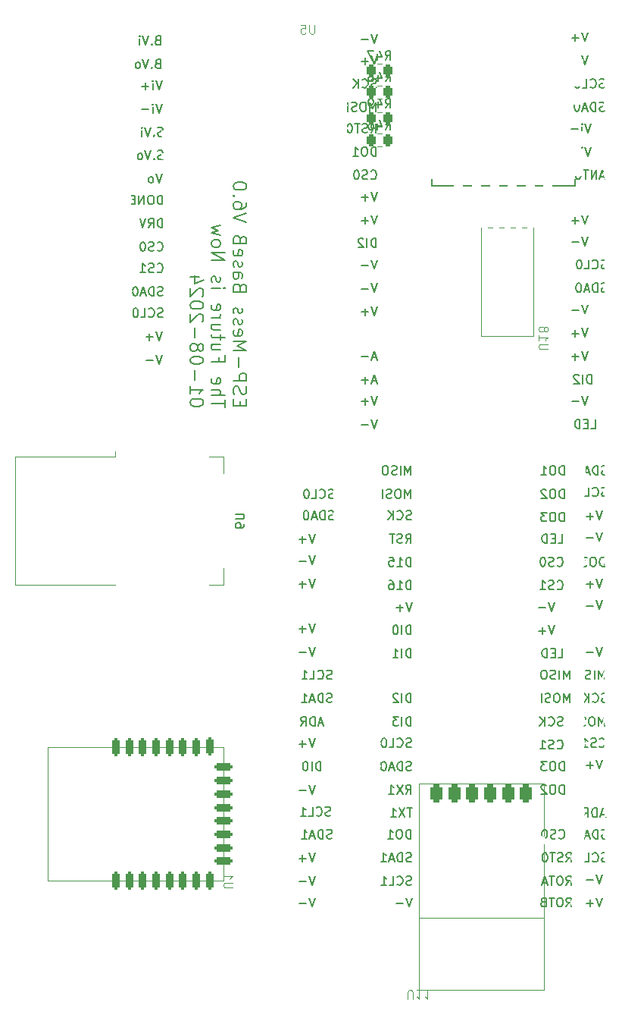
<source format=gbo>
G04 #@! TF.GenerationSoftware,KiCad,Pcbnew,7.0.7*
G04 #@! TF.CreationDate,2024-01-09T19:06:28-05:00*
G04 #@! TF.ProjectId,sensor_node,73656e73-6f72-45f6-9e6f-64652e6b6963,rev?*
G04 #@! TF.SameCoordinates,Original*
G04 #@! TF.FileFunction,Legend,Bot*
G04 #@! TF.FilePolarity,Positive*
%FSLAX46Y46*%
G04 Gerber Fmt 4.6, Leading zero omitted, Abs format (unit mm)*
G04 Created by KiCad (PCBNEW 7.0.7) date 2024-01-09 19:06:28*
%MOMM*%
%LPD*%
G01*
G04 APERTURE LIST*
G04 Aperture macros list*
%AMRoundRect*
0 Rectangle with rounded corners*
0 $1 Rounding radius*
0 $2 $3 $4 $5 $6 $7 $8 $9 X,Y pos of 4 corners*
0 Add a 4 corners polygon primitive as box body*
4,1,4,$2,$3,$4,$5,$6,$7,$8,$9,$2,$3,0*
0 Add four circle primitives for the rounded corners*
1,1,$1+$1,$2,$3*
1,1,$1+$1,$4,$5*
1,1,$1+$1,$6,$7*
1,1,$1+$1,$8,$9*
0 Add four rect primitives between the rounded corners*
20,1,$1+$1,$2,$3,$4,$5,0*
20,1,$1+$1,$4,$5,$6,$7,0*
20,1,$1+$1,$6,$7,$8,$9,0*
20,1,$1+$1,$8,$9,$2,$3,0*%
G04 Aperture macros list end*
%ADD10C,0.150000*%
%ADD11C,0.100000*%
%ADD12C,0.120000*%
%ADD13C,0.152400*%
%ADD14R,1.350000X1.350000*%
%ADD15O,1.350000X1.350000*%
%ADD16RoundRect,0.350000X-0.350000X0.650000X-0.350000X-0.650000X0.350000X-0.650000X0.350000X0.650000X0*%
%ADD17RoundRect,0.250000X0.262500X0.450000X-0.262500X0.450000X-0.262500X-0.450000X0.262500X-0.450000X0*%
%ADD18R,2.000000X0.700000*%
%ADD19R,0.700000X2.000000*%
%ADD20C,1.000000*%
%ADD21C,0.650000*%
%ADD22O,1.600000X1.000000*%
%ADD23O,2.100000X1.000000*%
%ADD24O,1.050000X1.500000*%
%ADD25R,1.050000X1.500000*%
%ADD26R,1.700000X1.700000*%
%ADD27O,1.700000X1.700000*%
%ADD28R,2.100000X2.100000*%
%ADD29C,2.100000*%
%ADD30RoundRect,0.200000X0.200000X-0.800000X0.200000X0.800000X-0.200000X0.800000X-0.200000X-0.800000X0*%
%ADD31RoundRect,0.200000X-0.800000X-0.200000X0.800000X-0.200000X0.800000X0.200000X-0.800000X0.200000X0*%
%ADD32R,2.500000X1.100000*%
%ADD33R,1.100000X2.500000*%
G04 APERTURE END LIST*
D10*
X200532266Y-115269819D02*
X200532266Y-114269819D01*
X200532266Y-114269819D02*
X200198933Y-114984104D01*
X200198933Y-114984104D02*
X199865600Y-114269819D01*
X199865600Y-114269819D02*
X199865600Y-115269819D01*
X199389409Y-115269819D02*
X199389409Y-114269819D01*
X198960838Y-115222200D02*
X198817981Y-115269819D01*
X198817981Y-115269819D02*
X198579886Y-115269819D01*
X198579886Y-115269819D02*
X198484648Y-115222200D01*
X198484648Y-115222200D02*
X198437029Y-115174580D01*
X198437029Y-115174580D02*
X198389410Y-115079342D01*
X198389410Y-115079342D02*
X198389410Y-114984104D01*
X198389410Y-114984104D02*
X198437029Y-114888866D01*
X198437029Y-114888866D02*
X198484648Y-114841247D01*
X198484648Y-114841247D02*
X198579886Y-114793628D01*
X198579886Y-114793628D02*
X198770362Y-114746009D01*
X198770362Y-114746009D02*
X198865600Y-114698390D01*
X198865600Y-114698390D02*
X198913219Y-114650771D01*
X198913219Y-114650771D02*
X198960838Y-114555533D01*
X198960838Y-114555533D02*
X198960838Y-114460295D01*
X198960838Y-114460295D02*
X198913219Y-114365057D01*
X198913219Y-114365057D02*
X198865600Y-114317438D01*
X198865600Y-114317438D02*
X198770362Y-114269819D01*
X198770362Y-114269819D02*
X198532267Y-114269819D01*
X198532267Y-114269819D02*
X198389410Y-114317438D01*
X197770362Y-114269819D02*
X197579886Y-114269819D01*
X197579886Y-114269819D02*
X197484648Y-114317438D01*
X197484648Y-114317438D02*
X197389410Y-114412676D01*
X197389410Y-114412676D02*
X197341791Y-114603152D01*
X197341791Y-114603152D02*
X197341791Y-114936485D01*
X197341791Y-114936485D02*
X197389410Y-115126961D01*
X197389410Y-115126961D02*
X197484648Y-115222200D01*
X197484648Y-115222200D02*
X197579886Y-115269819D01*
X197579886Y-115269819D02*
X197770362Y-115269819D01*
X197770362Y-115269819D02*
X197865600Y-115222200D01*
X197865600Y-115222200D02*
X197960838Y-115126961D01*
X197960838Y-115126961D02*
X198008457Y-114936485D01*
X198008457Y-114936485D02*
X198008457Y-114603152D01*
X198008457Y-114603152D02*
X197960838Y-114412676D01*
X197960838Y-114412676D02*
X197865600Y-114317438D01*
X197865600Y-114317438D02*
X197770362Y-114269819D01*
X200275123Y-106469819D02*
X199941790Y-107469819D01*
X199941790Y-107469819D02*
X199608457Y-106469819D01*
X199275123Y-107088866D02*
X198513219Y-107088866D01*
X200275123Y-111669819D02*
X199941790Y-112669819D01*
X199941790Y-112669819D02*
X199608457Y-111669819D01*
X199275123Y-112288866D02*
X198513219Y-112288866D01*
X200779885Y-117822200D02*
X200637028Y-117869819D01*
X200637028Y-117869819D02*
X200398933Y-117869819D01*
X200398933Y-117869819D02*
X200303695Y-117822200D01*
X200303695Y-117822200D02*
X200256076Y-117774580D01*
X200256076Y-117774580D02*
X200208457Y-117679342D01*
X200208457Y-117679342D02*
X200208457Y-117584104D01*
X200208457Y-117584104D02*
X200256076Y-117488866D01*
X200256076Y-117488866D02*
X200303695Y-117441247D01*
X200303695Y-117441247D02*
X200398933Y-117393628D01*
X200398933Y-117393628D02*
X200589409Y-117346009D01*
X200589409Y-117346009D02*
X200684647Y-117298390D01*
X200684647Y-117298390D02*
X200732266Y-117250771D01*
X200732266Y-117250771D02*
X200779885Y-117155533D01*
X200779885Y-117155533D02*
X200779885Y-117060295D01*
X200779885Y-117060295D02*
X200732266Y-116965057D01*
X200732266Y-116965057D02*
X200684647Y-116917438D01*
X200684647Y-116917438D02*
X200589409Y-116869819D01*
X200589409Y-116869819D02*
X200351314Y-116869819D01*
X200351314Y-116869819D02*
X200208457Y-116917438D01*
X199208457Y-117774580D02*
X199256076Y-117822200D01*
X199256076Y-117822200D02*
X199398933Y-117869819D01*
X199398933Y-117869819D02*
X199494171Y-117869819D01*
X199494171Y-117869819D02*
X199637028Y-117822200D01*
X199637028Y-117822200D02*
X199732266Y-117726961D01*
X199732266Y-117726961D02*
X199779885Y-117631723D01*
X199779885Y-117631723D02*
X199827504Y-117441247D01*
X199827504Y-117441247D02*
X199827504Y-117298390D01*
X199827504Y-117298390D02*
X199779885Y-117107914D01*
X199779885Y-117107914D02*
X199732266Y-117012676D01*
X199732266Y-117012676D02*
X199637028Y-116917438D01*
X199637028Y-116917438D02*
X199494171Y-116869819D01*
X199494171Y-116869819D02*
X199398933Y-116869819D01*
X199398933Y-116869819D02*
X199256076Y-116917438D01*
X199256076Y-116917438D02*
X199208457Y-116965057D01*
X198779885Y-117869819D02*
X198779885Y-116869819D01*
X198208457Y-117869819D02*
X198637028Y-117298390D01*
X198208457Y-116869819D02*
X198779885Y-117441247D01*
X200275123Y-104069819D02*
X199941790Y-105069819D01*
X199941790Y-105069819D02*
X199608457Y-104069819D01*
X199275123Y-104688866D02*
X198513219Y-104688866D01*
X198894171Y-105069819D02*
X198894171Y-104307914D01*
X200275123Y-124269819D02*
X199941790Y-125269819D01*
X199941790Y-125269819D02*
X199608457Y-124269819D01*
X199275123Y-124888866D02*
X198513219Y-124888866D01*
X198894171Y-125269819D02*
X198894171Y-124507914D01*
X199960838Y-122774580D02*
X200008457Y-122822200D01*
X200008457Y-122822200D02*
X200151314Y-122869819D01*
X200151314Y-122869819D02*
X200246552Y-122869819D01*
X200246552Y-122869819D02*
X200389409Y-122822200D01*
X200389409Y-122822200D02*
X200484647Y-122726961D01*
X200484647Y-122726961D02*
X200532266Y-122631723D01*
X200532266Y-122631723D02*
X200579885Y-122441247D01*
X200579885Y-122441247D02*
X200579885Y-122298390D01*
X200579885Y-122298390D02*
X200532266Y-122107914D01*
X200532266Y-122107914D02*
X200484647Y-122012676D01*
X200484647Y-122012676D02*
X200389409Y-121917438D01*
X200389409Y-121917438D02*
X200246552Y-121869819D01*
X200246552Y-121869819D02*
X200151314Y-121869819D01*
X200151314Y-121869819D02*
X200008457Y-121917438D01*
X200008457Y-121917438D02*
X199960838Y-121965057D01*
X199579885Y-122822200D02*
X199437028Y-122869819D01*
X199437028Y-122869819D02*
X199198933Y-122869819D01*
X199198933Y-122869819D02*
X199103695Y-122822200D01*
X199103695Y-122822200D02*
X199056076Y-122774580D01*
X199056076Y-122774580D02*
X199008457Y-122679342D01*
X199008457Y-122679342D02*
X199008457Y-122584104D01*
X199008457Y-122584104D02*
X199056076Y-122488866D01*
X199056076Y-122488866D02*
X199103695Y-122441247D01*
X199103695Y-122441247D02*
X199198933Y-122393628D01*
X199198933Y-122393628D02*
X199389409Y-122346009D01*
X199389409Y-122346009D02*
X199484647Y-122298390D01*
X199484647Y-122298390D02*
X199532266Y-122250771D01*
X199532266Y-122250771D02*
X199579885Y-122155533D01*
X199579885Y-122155533D02*
X199579885Y-122060295D01*
X199579885Y-122060295D02*
X199532266Y-121965057D01*
X199532266Y-121965057D02*
X199484647Y-121917438D01*
X199484647Y-121917438D02*
X199389409Y-121869819D01*
X199389409Y-121869819D02*
X199151314Y-121869819D01*
X199151314Y-121869819D02*
X199008457Y-121917438D01*
X198056076Y-122869819D02*
X198627504Y-122869819D01*
X198341790Y-122869819D02*
X198341790Y-121869819D01*
X198341790Y-121869819D02*
X198437028Y-122012676D01*
X198437028Y-122012676D02*
X198532266Y-122107914D01*
X198532266Y-122107914D02*
X198627504Y-122155533D01*
X200532266Y-120469819D02*
X200532266Y-119469819D01*
X200532266Y-119469819D02*
X200198933Y-120184104D01*
X200198933Y-120184104D02*
X199865600Y-119469819D01*
X199865600Y-119469819D02*
X199865600Y-120469819D01*
X199198933Y-119469819D02*
X199008457Y-119469819D01*
X199008457Y-119469819D02*
X198913219Y-119517438D01*
X198913219Y-119517438D02*
X198817981Y-119612676D01*
X198817981Y-119612676D02*
X198770362Y-119803152D01*
X198770362Y-119803152D02*
X198770362Y-120136485D01*
X198770362Y-120136485D02*
X198817981Y-120326961D01*
X198817981Y-120326961D02*
X198913219Y-120422200D01*
X198913219Y-120422200D02*
X199008457Y-120469819D01*
X199008457Y-120469819D02*
X199198933Y-120469819D01*
X199198933Y-120469819D02*
X199294171Y-120422200D01*
X199294171Y-120422200D02*
X199389409Y-120326961D01*
X199389409Y-120326961D02*
X199437028Y-120136485D01*
X199437028Y-120136485D02*
X199437028Y-119803152D01*
X199437028Y-119803152D02*
X199389409Y-119612676D01*
X199389409Y-119612676D02*
X199294171Y-119517438D01*
X199294171Y-119517438D02*
X199198933Y-119469819D01*
X198389409Y-120422200D02*
X198246552Y-120469819D01*
X198246552Y-120469819D02*
X198008457Y-120469819D01*
X198008457Y-120469819D02*
X197913219Y-120422200D01*
X197913219Y-120422200D02*
X197865600Y-120374580D01*
X197865600Y-120374580D02*
X197817981Y-120279342D01*
X197817981Y-120279342D02*
X197817981Y-120184104D01*
X197817981Y-120184104D02*
X197865600Y-120088866D01*
X197865600Y-120088866D02*
X197913219Y-120041247D01*
X197913219Y-120041247D02*
X198008457Y-119993628D01*
X198008457Y-119993628D02*
X198198933Y-119946009D01*
X198198933Y-119946009D02*
X198294171Y-119898390D01*
X198294171Y-119898390D02*
X198341790Y-119850771D01*
X198341790Y-119850771D02*
X198389409Y-119755533D01*
X198389409Y-119755533D02*
X198389409Y-119660295D01*
X198389409Y-119660295D02*
X198341790Y-119565057D01*
X198341790Y-119565057D02*
X198294171Y-119517438D01*
X198294171Y-119517438D02*
X198198933Y-119469819D01*
X198198933Y-119469819D02*
X197960838Y-119469819D01*
X197960838Y-119469819D02*
X197817981Y-119517438D01*
X197389409Y-120469819D02*
X197389409Y-119469819D01*
X200275123Y-137069819D02*
X199941790Y-138069819D01*
X199941790Y-138069819D02*
X199608457Y-137069819D01*
X199275123Y-137688866D02*
X198513219Y-137688866D01*
X200579885Y-130384104D02*
X200103695Y-130384104D01*
X200675123Y-130669819D02*
X200341790Y-129669819D01*
X200341790Y-129669819D02*
X200008457Y-130669819D01*
X199675123Y-130669819D02*
X199675123Y-129669819D01*
X199675123Y-129669819D02*
X199437028Y-129669819D01*
X199437028Y-129669819D02*
X199294171Y-129717438D01*
X199294171Y-129717438D02*
X199198933Y-129812676D01*
X199198933Y-129812676D02*
X199151314Y-129907914D01*
X199151314Y-129907914D02*
X199103695Y-130098390D01*
X199103695Y-130098390D02*
X199103695Y-130241247D01*
X199103695Y-130241247D02*
X199151314Y-130431723D01*
X199151314Y-130431723D02*
X199198933Y-130526961D01*
X199198933Y-130526961D02*
X199294171Y-130622200D01*
X199294171Y-130622200D02*
X199437028Y-130669819D01*
X199437028Y-130669819D02*
X199675123Y-130669819D01*
X198103695Y-130669819D02*
X198437028Y-130193628D01*
X198675123Y-130669819D02*
X198675123Y-129669819D01*
X198675123Y-129669819D02*
X198294171Y-129669819D01*
X198294171Y-129669819D02*
X198198933Y-129717438D01*
X198198933Y-129717438D02*
X198151314Y-129765057D01*
X198151314Y-129765057D02*
X198103695Y-129860295D01*
X198103695Y-129860295D02*
X198103695Y-130003152D01*
X198103695Y-130003152D02*
X198151314Y-130098390D01*
X198151314Y-130098390D02*
X198198933Y-130146009D01*
X198198933Y-130146009D02*
X198294171Y-130193628D01*
X198294171Y-130193628D02*
X198675123Y-130193628D01*
X200779885Y-133022200D02*
X200637028Y-133069819D01*
X200637028Y-133069819D02*
X200398933Y-133069819D01*
X200398933Y-133069819D02*
X200303695Y-133022200D01*
X200303695Y-133022200D02*
X200256076Y-132974580D01*
X200256076Y-132974580D02*
X200208457Y-132879342D01*
X200208457Y-132879342D02*
X200208457Y-132784104D01*
X200208457Y-132784104D02*
X200256076Y-132688866D01*
X200256076Y-132688866D02*
X200303695Y-132641247D01*
X200303695Y-132641247D02*
X200398933Y-132593628D01*
X200398933Y-132593628D02*
X200589409Y-132546009D01*
X200589409Y-132546009D02*
X200684647Y-132498390D01*
X200684647Y-132498390D02*
X200732266Y-132450771D01*
X200732266Y-132450771D02*
X200779885Y-132355533D01*
X200779885Y-132355533D02*
X200779885Y-132260295D01*
X200779885Y-132260295D02*
X200732266Y-132165057D01*
X200732266Y-132165057D02*
X200684647Y-132117438D01*
X200684647Y-132117438D02*
X200589409Y-132069819D01*
X200589409Y-132069819D02*
X200351314Y-132069819D01*
X200351314Y-132069819D02*
X200208457Y-132117438D01*
X199779885Y-133069819D02*
X199779885Y-132069819D01*
X199779885Y-132069819D02*
X199541790Y-132069819D01*
X199541790Y-132069819D02*
X199398933Y-132117438D01*
X199398933Y-132117438D02*
X199303695Y-132212676D01*
X199303695Y-132212676D02*
X199256076Y-132307914D01*
X199256076Y-132307914D02*
X199208457Y-132498390D01*
X199208457Y-132498390D02*
X199208457Y-132641247D01*
X199208457Y-132641247D02*
X199256076Y-132831723D01*
X199256076Y-132831723D02*
X199303695Y-132926961D01*
X199303695Y-132926961D02*
X199398933Y-133022200D01*
X199398933Y-133022200D02*
X199541790Y-133069819D01*
X199541790Y-133069819D02*
X199779885Y-133069819D01*
X198827504Y-132784104D02*
X198351314Y-132784104D01*
X198922742Y-133069819D02*
X198589409Y-132069819D01*
X198589409Y-132069819D02*
X198256076Y-133069819D01*
X197732266Y-132069819D02*
X197637028Y-132069819D01*
X197637028Y-132069819D02*
X197541790Y-132117438D01*
X197541790Y-132117438D02*
X197494171Y-132165057D01*
X197494171Y-132165057D02*
X197446552Y-132260295D01*
X197446552Y-132260295D02*
X197398933Y-132450771D01*
X197398933Y-132450771D02*
X197398933Y-132688866D01*
X197398933Y-132688866D02*
X197446552Y-132879342D01*
X197446552Y-132879342D02*
X197494171Y-132974580D01*
X197494171Y-132974580D02*
X197541790Y-133022200D01*
X197541790Y-133022200D02*
X197637028Y-133069819D01*
X197637028Y-133069819D02*
X197732266Y-133069819D01*
X197732266Y-133069819D02*
X197827504Y-133022200D01*
X197827504Y-133022200D02*
X197875123Y-132974580D01*
X197875123Y-132974580D02*
X197922742Y-132879342D01*
X197922742Y-132879342D02*
X197970361Y-132688866D01*
X197970361Y-132688866D02*
X197970361Y-132450771D01*
X197970361Y-132450771D02*
X197922742Y-132260295D01*
X197922742Y-132260295D02*
X197875123Y-132165057D01*
X197875123Y-132165057D02*
X197827504Y-132117438D01*
X197827504Y-132117438D02*
X197732266Y-132069819D01*
X200779885Y-135622200D02*
X200637028Y-135669819D01*
X200637028Y-135669819D02*
X200398933Y-135669819D01*
X200398933Y-135669819D02*
X200303695Y-135622200D01*
X200303695Y-135622200D02*
X200256076Y-135574580D01*
X200256076Y-135574580D02*
X200208457Y-135479342D01*
X200208457Y-135479342D02*
X200208457Y-135384104D01*
X200208457Y-135384104D02*
X200256076Y-135288866D01*
X200256076Y-135288866D02*
X200303695Y-135241247D01*
X200303695Y-135241247D02*
X200398933Y-135193628D01*
X200398933Y-135193628D02*
X200589409Y-135146009D01*
X200589409Y-135146009D02*
X200684647Y-135098390D01*
X200684647Y-135098390D02*
X200732266Y-135050771D01*
X200732266Y-135050771D02*
X200779885Y-134955533D01*
X200779885Y-134955533D02*
X200779885Y-134860295D01*
X200779885Y-134860295D02*
X200732266Y-134765057D01*
X200732266Y-134765057D02*
X200684647Y-134717438D01*
X200684647Y-134717438D02*
X200589409Y-134669819D01*
X200589409Y-134669819D02*
X200351314Y-134669819D01*
X200351314Y-134669819D02*
X200208457Y-134717438D01*
X199208457Y-135574580D02*
X199256076Y-135622200D01*
X199256076Y-135622200D02*
X199398933Y-135669819D01*
X199398933Y-135669819D02*
X199494171Y-135669819D01*
X199494171Y-135669819D02*
X199637028Y-135622200D01*
X199637028Y-135622200D02*
X199732266Y-135526961D01*
X199732266Y-135526961D02*
X199779885Y-135431723D01*
X199779885Y-135431723D02*
X199827504Y-135241247D01*
X199827504Y-135241247D02*
X199827504Y-135098390D01*
X199827504Y-135098390D02*
X199779885Y-134907914D01*
X199779885Y-134907914D02*
X199732266Y-134812676D01*
X199732266Y-134812676D02*
X199637028Y-134717438D01*
X199637028Y-134717438D02*
X199494171Y-134669819D01*
X199494171Y-134669819D02*
X199398933Y-134669819D01*
X199398933Y-134669819D02*
X199256076Y-134717438D01*
X199256076Y-134717438D02*
X199208457Y-134765057D01*
X198303695Y-135669819D02*
X198779885Y-135669819D01*
X198779885Y-135669819D02*
X198779885Y-134669819D01*
X197779885Y-134669819D02*
X197684647Y-134669819D01*
X197684647Y-134669819D02*
X197589409Y-134717438D01*
X197589409Y-134717438D02*
X197541790Y-134765057D01*
X197541790Y-134765057D02*
X197494171Y-134860295D01*
X197494171Y-134860295D02*
X197446552Y-135050771D01*
X197446552Y-135050771D02*
X197446552Y-135288866D01*
X197446552Y-135288866D02*
X197494171Y-135479342D01*
X197494171Y-135479342D02*
X197541790Y-135574580D01*
X197541790Y-135574580D02*
X197589409Y-135622200D01*
X197589409Y-135622200D02*
X197684647Y-135669819D01*
X197684647Y-135669819D02*
X197779885Y-135669819D01*
X197779885Y-135669819D02*
X197875123Y-135622200D01*
X197875123Y-135622200D02*
X197922742Y-135574580D01*
X197922742Y-135574580D02*
X197970361Y-135479342D01*
X197970361Y-135479342D02*
X198017980Y-135288866D01*
X198017980Y-135288866D02*
X198017980Y-135050771D01*
X198017980Y-135050771D02*
X197970361Y-134860295D01*
X197970361Y-134860295D02*
X197922742Y-134765057D01*
X197922742Y-134765057D02*
X197875123Y-134717438D01*
X197875123Y-134717438D02*
X197779885Y-134669819D01*
X200275123Y-139669819D02*
X199941790Y-140669819D01*
X199941790Y-140669819D02*
X199608457Y-139669819D01*
X199275123Y-140288866D02*
X198513219Y-140288866D01*
X198894171Y-140669819D02*
X198894171Y-139907914D01*
X200275123Y-96469819D02*
X199941790Y-97469819D01*
X199941790Y-97469819D02*
X199608457Y-96469819D01*
X199275123Y-97088866D02*
X198513219Y-97088866D01*
X198894171Y-97469819D02*
X198894171Y-96707914D01*
X200532266Y-102669819D02*
X200532266Y-101669819D01*
X200532266Y-101669819D02*
X200294171Y-101669819D01*
X200294171Y-101669819D02*
X200151314Y-101717438D01*
X200151314Y-101717438D02*
X200056076Y-101812676D01*
X200056076Y-101812676D02*
X200008457Y-101907914D01*
X200008457Y-101907914D02*
X199960838Y-102098390D01*
X199960838Y-102098390D02*
X199960838Y-102241247D01*
X199960838Y-102241247D02*
X200008457Y-102431723D01*
X200008457Y-102431723D02*
X200056076Y-102526961D01*
X200056076Y-102526961D02*
X200151314Y-102622200D01*
X200151314Y-102622200D02*
X200294171Y-102669819D01*
X200294171Y-102669819D02*
X200532266Y-102669819D01*
X199341790Y-101669819D02*
X199151314Y-101669819D01*
X199151314Y-101669819D02*
X199056076Y-101717438D01*
X199056076Y-101717438D02*
X198960838Y-101812676D01*
X198960838Y-101812676D02*
X198913219Y-102003152D01*
X198913219Y-102003152D02*
X198913219Y-102336485D01*
X198913219Y-102336485D02*
X198960838Y-102526961D01*
X198960838Y-102526961D02*
X199056076Y-102622200D01*
X199056076Y-102622200D02*
X199151314Y-102669819D01*
X199151314Y-102669819D02*
X199341790Y-102669819D01*
X199341790Y-102669819D02*
X199437028Y-102622200D01*
X199437028Y-102622200D02*
X199532266Y-102526961D01*
X199532266Y-102526961D02*
X199579885Y-102336485D01*
X199579885Y-102336485D02*
X199579885Y-102003152D01*
X199579885Y-102003152D02*
X199532266Y-101812676D01*
X199532266Y-101812676D02*
X199437028Y-101717438D01*
X199437028Y-101717438D02*
X199341790Y-101669819D01*
X198579885Y-101669819D02*
X197960838Y-101669819D01*
X197960838Y-101669819D02*
X198294171Y-102050771D01*
X198294171Y-102050771D02*
X198151314Y-102050771D01*
X198151314Y-102050771D02*
X198056076Y-102098390D01*
X198056076Y-102098390D02*
X198008457Y-102146009D01*
X198008457Y-102146009D02*
X197960838Y-102241247D01*
X197960838Y-102241247D02*
X197960838Y-102479342D01*
X197960838Y-102479342D02*
X198008457Y-102574580D01*
X198008457Y-102574580D02*
X198056076Y-102622200D01*
X198056076Y-102622200D02*
X198151314Y-102669819D01*
X198151314Y-102669819D02*
X198437028Y-102669819D01*
X198437028Y-102669819D02*
X198532266Y-102622200D01*
X198532266Y-102622200D02*
X198579885Y-102574580D01*
X200275123Y-98869819D02*
X199941790Y-99869819D01*
X199941790Y-99869819D02*
X199608457Y-98869819D01*
X199275123Y-99488866D02*
X198513219Y-99488866D01*
X200779885Y-94822200D02*
X200637028Y-94869819D01*
X200637028Y-94869819D02*
X200398933Y-94869819D01*
X200398933Y-94869819D02*
X200303695Y-94822200D01*
X200303695Y-94822200D02*
X200256076Y-94774580D01*
X200256076Y-94774580D02*
X200208457Y-94679342D01*
X200208457Y-94679342D02*
X200208457Y-94584104D01*
X200208457Y-94584104D02*
X200256076Y-94488866D01*
X200256076Y-94488866D02*
X200303695Y-94441247D01*
X200303695Y-94441247D02*
X200398933Y-94393628D01*
X200398933Y-94393628D02*
X200589409Y-94346009D01*
X200589409Y-94346009D02*
X200684647Y-94298390D01*
X200684647Y-94298390D02*
X200732266Y-94250771D01*
X200732266Y-94250771D02*
X200779885Y-94155533D01*
X200779885Y-94155533D02*
X200779885Y-94060295D01*
X200779885Y-94060295D02*
X200732266Y-93965057D01*
X200732266Y-93965057D02*
X200684647Y-93917438D01*
X200684647Y-93917438D02*
X200589409Y-93869819D01*
X200589409Y-93869819D02*
X200351314Y-93869819D01*
X200351314Y-93869819D02*
X200208457Y-93917438D01*
X199208457Y-94774580D02*
X199256076Y-94822200D01*
X199256076Y-94822200D02*
X199398933Y-94869819D01*
X199398933Y-94869819D02*
X199494171Y-94869819D01*
X199494171Y-94869819D02*
X199637028Y-94822200D01*
X199637028Y-94822200D02*
X199732266Y-94726961D01*
X199732266Y-94726961D02*
X199779885Y-94631723D01*
X199779885Y-94631723D02*
X199827504Y-94441247D01*
X199827504Y-94441247D02*
X199827504Y-94298390D01*
X199827504Y-94298390D02*
X199779885Y-94107914D01*
X199779885Y-94107914D02*
X199732266Y-94012676D01*
X199732266Y-94012676D02*
X199637028Y-93917438D01*
X199637028Y-93917438D02*
X199494171Y-93869819D01*
X199494171Y-93869819D02*
X199398933Y-93869819D01*
X199398933Y-93869819D02*
X199256076Y-93917438D01*
X199256076Y-93917438D02*
X199208457Y-93965057D01*
X198303695Y-94869819D02*
X198779885Y-94869819D01*
X198779885Y-94869819D02*
X198779885Y-93869819D01*
X197779885Y-93869819D02*
X197684647Y-93869819D01*
X197684647Y-93869819D02*
X197589409Y-93917438D01*
X197589409Y-93917438D02*
X197541790Y-93965057D01*
X197541790Y-93965057D02*
X197494171Y-94060295D01*
X197494171Y-94060295D02*
X197446552Y-94250771D01*
X197446552Y-94250771D02*
X197446552Y-94488866D01*
X197446552Y-94488866D02*
X197494171Y-94679342D01*
X197494171Y-94679342D02*
X197541790Y-94774580D01*
X197541790Y-94774580D02*
X197589409Y-94822200D01*
X197589409Y-94822200D02*
X197684647Y-94869819D01*
X197684647Y-94869819D02*
X197779885Y-94869819D01*
X197779885Y-94869819D02*
X197875123Y-94822200D01*
X197875123Y-94822200D02*
X197922742Y-94774580D01*
X197922742Y-94774580D02*
X197970361Y-94679342D01*
X197970361Y-94679342D02*
X198017980Y-94488866D01*
X198017980Y-94488866D02*
X198017980Y-94250771D01*
X198017980Y-94250771D02*
X197970361Y-94060295D01*
X197970361Y-94060295D02*
X197922742Y-93965057D01*
X197922742Y-93965057D02*
X197875123Y-93917438D01*
X197875123Y-93917438D02*
X197779885Y-93869819D01*
X200779885Y-92422200D02*
X200637028Y-92469819D01*
X200637028Y-92469819D02*
X200398933Y-92469819D01*
X200398933Y-92469819D02*
X200303695Y-92422200D01*
X200303695Y-92422200D02*
X200256076Y-92374580D01*
X200256076Y-92374580D02*
X200208457Y-92279342D01*
X200208457Y-92279342D02*
X200208457Y-92184104D01*
X200208457Y-92184104D02*
X200256076Y-92088866D01*
X200256076Y-92088866D02*
X200303695Y-92041247D01*
X200303695Y-92041247D02*
X200398933Y-91993628D01*
X200398933Y-91993628D02*
X200589409Y-91946009D01*
X200589409Y-91946009D02*
X200684647Y-91898390D01*
X200684647Y-91898390D02*
X200732266Y-91850771D01*
X200732266Y-91850771D02*
X200779885Y-91755533D01*
X200779885Y-91755533D02*
X200779885Y-91660295D01*
X200779885Y-91660295D02*
X200732266Y-91565057D01*
X200732266Y-91565057D02*
X200684647Y-91517438D01*
X200684647Y-91517438D02*
X200589409Y-91469819D01*
X200589409Y-91469819D02*
X200351314Y-91469819D01*
X200351314Y-91469819D02*
X200208457Y-91517438D01*
X199779885Y-92469819D02*
X199779885Y-91469819D01*
X199779885Y-91469819D02*
X199541790Y-91469819D01*
X199541790Y-91469819D02*
X199398933Y-91517438D01*
X199398933Y-91517438D02*
X199303695Y-91612676D01*
X199303695Y-91612676D02*
X199256076Y-91707914D01*
X199256076Y-91707914D02*
X199208457Y-91898390D01*
X199208457Y-91898390D02*
X199208457Y-92041247D01*
X199208457Y-92041247D02*
X199256076Y-92231723D01*
X199256076Y-92231723D02*
X199303695Y-92326961D01*
X199303695Y-92326961D02*
X199398933Y-92422200D01*
X199398933Y-92422200D02*
X199541790Y-92469819D01*
X199541790Y-92469819D02*
X199779885Y-92469819D01*
X198827504Y-92184104D02*
X198351314Y-92184104D01*
X198922742Y-92469819D02*
X198589409Y-91469819D01*
X198589409Y-91469819D02*
X198256076Y-92469819D01*
X197732266Y-91469819D02*
X197637028Y-91469819D01*
X197637028Y-91469819D02*
X197541790Y-91517438D01*
X197541790Y-91517438D02*
X197494171Y-91565057D01*
X197494171Y-91565057D02*
X197446552Y-91660295D01*
X197446552Y-91660295D02*
X197398933Y-91850771D01*
X197398933Y-91850771D02*
X197398933Y-92088866D01*
X197398933Y-92088866D02*
X197446552Y-92279342D01*
X197446552Y-92279342D02*
X197494171Y-92374580D01*
X197494171Y-92374580D02*
X197541790Y-92422200D01*
X197541790Y-92422200D02*
X197637028Y-92469819D01*
X197637028Y-92469819D02*
X197732266Y-92469819D01*
X197732266Y-92469819D02*
X197827504Y-92422200D01*
X197827504Y-92422200D02*
X197875123Y-92374580D01*
X197875123Y-92374580D02*
X197922742Y-92279342D01*
X197922742Y-92279342D02*
X197970361Y-92088866D01*
X197970361Y-92088866D02*
X197970361Y-91850771D01*
X197970361Y-91850771D02*
X197922742Y-91660295D01*
X197922742Y-91660295D02*
X197875123Y-91565057D01*
X197875123Y-91565057D02*
X197827504Y-91517438D01*
X197827504Y-91517438D02*
X197732266Y-91469819D01*
X196008458Y-92469819D02*
X196008458Y-91469819D01*
X196008458Y-91469819D02*
X195770363Y-91469819D01*
X195770363Y-91469819D02*
X195627506Y-91517438D01*
X195627506Y-91517438D02*
X195532268Y-91612676D01*
X195532268Y-91612676D02*
X195484649Y-91707914D01*
X195484649Y-91707914D02*
X195437030Y-91898390D01*
X195437030Y-91898390D02*
X195437030Y-92041247D01*
X195437030Y-92041247D02*
X195484649Y-92231723D01*
X195484649Y-92231723D02*
X195532268Y-92326961D01*
X195532268Y-92326961D02*
X195627506Y-92422200D01*
X195627506Y-92422200D02*
X195770363Y-92469819D01*
X195770363Y-92469819D02*
X196008458Y-92469819D01*
X194817982Y-91469819D02*
X194627506Y-91469819D01*
X194627506Y-91469819D02*
X194532268Y-91517438D01*
X194532268Y-91517438D02*
X194437030Y-91612676D01*
X194437030Y-91612676D02*
X194389411Y-91803152D01*
X194389411Y-91803152D02*
X194389411Y-92136485D01*
X194389411Y-92136485D02*
X194437030Y-92326961D01*
X194437030Y-92326961D02*
X194532268Y-92422200D01*
X194532268Y-92422200D02*
X194627506Y-92469819D01*
X194627506Y-92469819D02*
X194817982Y-92469819D01*
X194817982Y-92469819D02*
X194913220Y-92422200D01*
X194913220Y-92422200D02*
X195008458Y-92326961D01*
X195008458Y-92326961D02*
X195056077Y-92136485D01*
X195056077Y-92136485D02*
X195056077Y-91803152D01*
X195056077Y-91803152D02*
X195008458Y-91612676D01*
X195008458Y-91612676D02*
X194913220Y-91517438D01*
X194913220Y-91517438D02*
X194817982Y-91469819D01*
X193437030Y-92469819D02*
X194008458Y-92469819D01*
X193722744Y-92469819D02*
X193722744Y-91469819D01*
X193722744Y-91469819D02*
X193817982Y-91612676D01*
X193817982Y-91612676D02*
X193913220Y-91707914D01*
X193913220Y-91707914D02*
X194008458Y-91755533D01*
X196608458Y-115269819D02*
X196608458Y-114269819D01*
X196608458Y-114269819D02*
X196275125Y-114984104D01*
X196275125Y-114984104D02*
X195941792Y-114269819D01*
X195941792Y-114269819D02*
X195941792Y-115269819D01*
X195465601Y-115269819D02*
X195465601Y-114269819D01*
X195037030Y-115222200D02*
X194894173Y-115269819D01*
X194894173Y-115269819D02*
X194656078Y-115269819D01*
X194656078Y-115269819D02*
X194560840Y-115222200D01*
X194560840Y-115222200D02*
X194513221Y-115174580D01*
X194513221Y-115174580D02*
X194465602Y-115079342D01*
X194465602Y-115079342D02*
X194465602Y-114984104D01*
X194465602Y-114984104D02*
X194513221Y-114888866D01*
X194513221Y-114888866D02*
X194560840Y-114841247D01*
X194560840Y-114841247D02*
X194656078Y-114793628D01*
X194656078Y-114793628D02*
X194846554Y-114746009D01*
X194846554Y-114746009D02*
X194941792Y-114698390D01*
X194941792Y-114698390D02*
X194989411Y-114650771D01*
X194989411Y-114650771D02*
X195037030Y-114555533D01*
X195037030Y-114555533D02*
X195037030Y-114460295D01*
X195037030Y-114460295D02*
X194989411Y-114365057D01*
X194989411Y-114365057D02*
X194941792Y-114317438D01*
X194941792Y-114317438D02*
X194846554Y-114269819D01*
X194846554Y-114269819D02*
X194608459Y-114269819D01*
X194608459Y-114269819D02*
X194465602Y-114317438D01*
X193846554Y-114269819D02*
X193656078Y-114269819D01*
X193656078Y-114269819D02*
X193560840Y-114317438D01*
X193560840Y-114317438D02*
X193465602Y-114412676D01*
X193465602Y-114412676D02*
X193417983Y-114603152D01*
X193417983Y-114603152D02*
X193417983Y-114936485D01*
X193417983Y-114936485D02*
X193465602Y-115126961D01*
X193465602Y-115126961D02*
X193560840Y-115222200D01*
X193560840Y-115222200D02*
X193656078Y-115269819D01*
X193656078Y-115269819D02*
X193846554Y-115269819D01*
X193846554Y-115269819D02*
X193941792Y-115222200D01*
X193941792Y-115222200D02*
X194037030Y-115126961D01*
X194037030Y-115126961D02*
X194084649Y-114936485D01*
X194084649Y-114936485D02*
X194084649Y-114603152D01*
X194084649Y-114603152D02*
X194037030Y-114412676D01*
X194037030Y-114412676D02*
X193941792Y-114317438D01*
X193941792Y-114317438D02*
X193846554Y-114269819D01*
X195856077Y-120422200D02*
X195713220Y-120469819D01*
X195713220Y-120469819D02*
X195475125Y-120469819D01*
X195475125Y-120469819D02*
X195379887Y-120422200D01*
X195379887Y-120422200D02*
X195332268Y-120374580D01*
X195332268Y-120374580D02*
X195284649Y-120279342D01*
X195284649Y-120279342D02*
X195284649Y-120184104D01*
X195284649Y-120184104D02*
X195332268Y-120088866D01*
X195332268Y-120088866D02*
X195379887Y-120041247D01*
X195379887Y-120041247D02*
X195475125Y-119993628D01*
X195475125Y-119993628D02*
X195665601Y-119946009D01*
X195665601Y-119946009D02*
X195760839Y-119898390D01*
X195760839Y-119898390D02*
X195808458Y-119850771D01*
X195808458Y-119850771D02*
X195856077Y-119755533D01*
X195856077Y-119755533D02*
X195856077Y-119660295D01*
X195856077Y-119660295D02*
X195808458Y-119565057D01*
X195808458Y-119565057D02*
X195760839Y-119517438D01*
X195760839Y-119517438D02*
X195665601Y-119469819D01*
X195665601Y-119469819D02*
X195427506Y-119469819D01*
X195427506Y-119469819D02*
X195284649Y-119517438D01*
X194284649Y-120374580D02*
X194332268Y-120422200D01*
X194332268Y-120422200D02*
X194475125Y-120469819D01*
X194475125Y-120469819D02*
X194570363Y-120469819D01*
X194570363Y-120469819D02*
X194713220Y-120422200D01*
X194713220Y-120422200D02*
X194808458Y-120326961D01*
X194808458Y-120326961D02*
X194856077Y-120231723D01*
X194856077Y-120231723D02*
X194903696Y-120041247D01*
X194903696Y-120041247D02*
X194903696Y-119898390D01*
X194903696Y-119898390D02*
X194856077Y-119707914D01*
X194856077Y-119707914D02*
X194808458Y-119612676D01*
X194808458Y-119612676D02*
X194713220Y-119517438D01*
X194713220Y-119517438D02*
X194570363Y-119469819D01*
X194570363Y-119469819D02*
X194475125Y-119469819D01*
X194475125Y-119469819D02*
X194332268Y-119517438D01*
X194332268Y-119517438D02*
X194284649Y-119565057D01*
X193856077Y-120469819D02*
X193856077Y-119469819D01*
X193284649Y-120469819D02*
X193713220Y-119898390D01*
X193284649Y-119469819D02*
X193856077Y-120041247D01*
X196008458Y-128069819D02*
X196008458Y-127069819D01*
X196008458Y-127069819D02*
X195770363Y-127069819D01*
X195770363Y-127069819D02*
X195627506Y-127117438D01*
X195627506Y-127117438D02*
X195532268Y-127212676D01*
X195532268Y-127212676D02*
X195484649Y-127307914D01*
X195484649Y-127307914D02*
X195437030Y-127498390D01*
X195437030Y-127498390D02*
X195437030Y-127641247D01*
X195437030Y-127641247D02*
X195484649Y-127831723D01*
X195484649Y-127831723D02*
X195532268Y-127926961D01*
X195532268Y-127926961D02*
X195627506Y-128022200D01*
X195627506Y-128022200D02*
X195770363Y-128069819D01*
X195770363Y-128069819D02*
X196008458Y-128069819D01*
X194817982Y-127069819D02*
X194627506Y-127069819D01*
X194627506Y-127069819D02*
X194532268Y-127117438D01*
X194532268Y-127117438D02*
X194437030Y-127212676D01*
X194437030Y-127212676D02*
X194389411Y-127403152D01*
X194389411Y-127403152D02*
X194389411Y-127736485D01*
X194389411Y-127736485D02*
X194437030Y-127926961D01*
X194437030Y-127926961D02*
X194532268Y-128022200D01*
X194532268Y-128022200D02*
X194627506Y-128069819D01*
X194627506Y-128069819D02*
X194817982Y-128069819D01*
X194817982Y-128069819D02*
X194913220Y-128022200D01*
X194913220Y-128022200D02*
X195008458Y-127926961D01*
X195008458Y-127926961D02*
X195056077Y-127736485D01*
X195056077Y-127736485D02*
X195056077Y-127403152D01*
X195056077Y-127403152D02*
X195008458Y-127212676D01*
X195008458Y-127212676D02*
X194913220Y-127117438D01*
X194913220Y-127117438D02*
X194817982Y-127069819D01*
X194008458Y-127165057D02*
X193960839Y-127117438D01*
X193960839Y-127117438D02*
X193865601Y-127069819D01*
X193865601Y-127069819D02*
X193627506Y-127069819D01*
X193627506Y-127069819D02*
X193532268Y-127117438D01*
X193532268Y-127117438D02*
X193484649Y-127165057D01*
X193484649Y-127165057D02*
X193437030Y-127260295D01*
X193437030Y-127260295D02*
X193437030Y-127355533D01*
X193437030Y-127355533D02*
X193484649Y-127498390D01*
X193484649Y-127498390D02*
X194056077Y-128069819D01*
X194056077Y-128069819D02*
X193437030Y-128069819D01*
X195237030Y-122974580D02*
X195284649Y-123022200D01*
X195284649Y-123022200D02*
X195427506Y-123069819D01*
X195427506Y-123069819D02*
X195522744Y-123069819D01*
X195522744Y-123069819D02*
X195665601Y-123022200D01*
X195665601Y-123022200D02*
X195760839Y-122926961D01*
X195760839Y-122926961D02*
X195808458Y-122831723D01*
X195808458Y-122831723D02*
X195856077Y-122641247D01*
X195856077Y-122641247D02*
X195856077Y-122498390D01*
X195856077Y-122498390D02*
X195808458Y-122307914D01*
X195808458Y-122307914D02*
X195760839Y-122212676D01*
X195760839Y-122212676D02*
X195665601Y-122117438D01*
X195665601Y-122117438D02*
X195522744Y-122069819D01*
X195522744Y-122069819D02*
X195427506Y-122069819D01*
X195427506Y-122069819D02*
X195284649Y-122117438D01*
X195284649Y-122117438D02*
X195237030Y-122165057D01*
X194856077Y-123022200D02*
X194713220Y-123069819D01*
X194713220Y-123069819D02*
X194475125Y-123069819D01*
X194475125Y-123069819D02*
X194379887Y-123022200D01*
X194379887Y-123022200D02*
X194332268Y-122974580D01*
X194332268Y-122974580D02*
X194284649Y-122879342D01*
X194284649Y-122879342D02*
X194284649Y-122784104D01*
X194284649Y-122784104D02*
X194332268Y-122688866D01*
X194332268Y-122688866D02*
X194379887Y-122641247D01*
X194379887Y-122641247D02*
X194475125Y-122593628D01*
X194475125Y-122593628D02*
X194665601Y-122546009D01*
X194665601Y-122546009D02*
X194760839Y-122498390D01*
X194760839Y-122498390D02*
X194808458Y-122450771D01*
X194808458Y-122450771D02*
X194856077Y-122355533D01*
X194856077Y-122355533D02*
X194856077Y-122260295D01*
X194856077Y-122260295D02*
X194808458Y-122165057D01*
X194808458Y-122165057D02*
X194760839Y-122117438D01*
X194760839Y-122117438D02*
X194665601Y-122069819D01*
X194665601Y-122069819D02*
X194427506Y-122069819D01*
X194427506Y-122069819D02*
X194284649Y-122117438D01*
X193332268Y-123069819D02*
X193903696Y-123069819D01*
X193617982Y-123069819D02*
X193617982Y-122069819D01*
X193617982Y-122069819D02*
X193713220Y-122212676D01*
X193713220Y-122212676D02*
X193808458Y-122307914D01*
X193808458Y-122307914D02*
X193903696Y-122355533D01*
X195437030Y-132974580D02*
X195484649Y-133022200D01*
X195484649Y-133022200D02*
X195627506Y-133069819D01*
X195627506Y-133069819D02*
X195722744Y-133069819D01*
X195722744Y-133069819D02*
X195865601Y-133022200D01*
X195865601Y-133022200D02*
X195960839Y-132926961D01*
X195960839Y-132926961D02*
X196008458Y-132831723D01*
X196008458Y-132831723D02*
X196056077Y-132641247D01*
X196056077Y-132641247D02*
X196056077Y-132498390D01*
X196056077Y-132498390D02*
X196008458Y-132307914D01*
X196008458Y-132307914D02*
X195960839Y-132212676D01*
X195960839Y-132212676D02*
X195865601Y-132117438D01*
X195865601Y-132117438D02*
X195722744Y-132069819D01*
X195722744Y-132069819D02*
X195627506Y-132069819D01*
X195627506Y-132069819D02*
X195484649Y-132117438D01*
X195484649Y-132117438D02*
X195437030Y-132165057D01*
X195056077Y-133022200D02*
X194913220Y-133069819D01*
X194913220Y-133069819D02*
X194675125Y-133069819D01*
X194675125Y-133069819D02*
X194579887Y-133022200D01*
X194579887Y-133022200D02*
X194532268Y-132974580D01*
X194532268Y-132974580D02*
X194484649Y-132879342D01*
X194484649Y-132879342D02*
X194484649Y-132784104D01*
X194484649Y-132784104D02*
X194532268Y-132688866D01*
X194532268Y-132688866D02*
X194579887Y-132641247D01*
X194579887Y-132641247D02*
X194675125Y-132593628D01*
X194675125Y-132593628D02*
X194865601Y-132546009D01*
X194865601Y-132546009D02*
X194960839Y-132498390D01*
X194960839Y-132498390D02*
X195008458Y-132450771D01*
X195008458Y-132450771D02*
X195056077Y-132355533D01*
X195056077Y-132355533D02*
X195056077Y-132260295D01*
X195056077Y-132260295D02*
X195008458Y-132165057D01*
X195008458Y-132165057D02*
X194960839Y-132117438D01*
X194960839Y-132117438D02*
X194865601Y-132069819D01*
X194865601Y-132069819D02*
X194627506Y-132069819D01*
X194627506Y-132069819D02*
X194484649Y-132117438D01*
X193865601Y-132069819D02*
X193770363Y-132069819D01*
X193770363Y-132069819D02*
X193675125Y-132117438D01*
X193675125Y-132117438D02*
X193627506Y-132165057D01*
X193627506Y-132165057D02*
X193579887Y-132260295D01*
X193579887Y-132260295D02*
X193532268Y-132450771D01*
X193532268Y-132450771D02*
X193532268Y-132688866D01*
X193532268Y-132688866D02*
X193579887Y-132879342D01*
X193579887Y-132879342D02*
X193627506Y-132974580D01*
X193627506Y-132974580D02*
X193675125Y-133022200D01*
X193675125Y-133022200D02*
X193770363Y-133069819D01*
X193770363Y-133069819D02*
X193865601Y-133069819D01*
X193865601Y-133069819D02*
X193960839Y-133022200D01*
X193960839Y-133022200D02*
X194008458Y-132974580D01*
X194008458Y-132974580D02*
X194056077Y-132879342D01*
X194056077Y-132879342D02*
X194103696Y-132688866D01*
X194103696Y-132688866D02*
X194103696Y-132450771D01*
X194103696Y-132450771D02*
X194056077Y-132260295D01*
X194056077Y-132260295D02*
X194008458Y-132165057D01*
X194008458Y-132165057D02*
X193960839Y-132117438D01*
X193960839Y-132117438D02*
X193865601Y-132069819D01*
X196008458Y-125469819D02*
X196008458Y-124469819D01*
X196008458Y-124469819D02*
X195770363Y-124469819D01*
X195770363Y-124469819D02*
X195627506Y-124517438D01*
X195627506Y-124517438D02*
X195532268Y-124612676D01*
X195532268Y-124612676D02*
X195484649Y-124707914D01*
X195484649Y-124707914D02*
X195437030Y-124898390D01*
X195437030Y-124898390D02*
X195437030Y-125041247D01*
X195437030Y-125041247D02*
X195484649Y-125231723D01*
X195484649Y-125231723D02*
X195532268Y-125326961D01*
X195532268Y-125326961D02*
X195627506Y-125422200D01*
X195627506Y-125422200D02*
X195770363Y-125469819D01*
X195770363Y-125469819D02*
X196008458Y-125469819D01*
X194817982Y-124469819D02*
X194627506Y-124469819D01*
X194627506Y-124469819D02*
X194532268Y-124517438D01*
X194532268Y-124517438D02*
X194437030Y-124612676D01*
X194437030Y-124612676D02*
X194389411Y-124803152D01*
X194389411Y-124803152D02*
X194389411Y-125136485D01*
X194389411Y-125136485D02*
X194437030Y-125326961D01*
X194437030Y-125326961D02*
X194532268Y-125422200D01*
X194532268Y-125422200D02*
X194627506Y-125469819D01*
X194627506Y-125469819D02*
X194817982Y-125469819D01*
X194817982Y-125469819D02*
X194913220Y-125422200D01*
X194913220Y-125422200D02*
X195008458Y-125326961D01*
X195008458Y-125326961D02*
X195056077Y-125136485D01*
X195056077Y-125136485D02*
X195056077Y-124803152D01*
X195056077Y-124803152D02*
X195008458Y-124612676D01*
X195008458Y-124612676D02*
X194913220Y-124517438D01*
X194913220Y-124517438D02*
X194817982Y-124469819D01*
X194056077Y-124469819D02*
X193437030Y-124469819D01*
X193437030Y-124469819D02*
X193770363Y-124850771D01*
X193770363Y-124850771D02*
X193627506Y-124850771D01*
X193627506Y-124850771D02*
X193532268Y-124898390D01*
X193532268Y-124898390D02*
X193484649Y-124946009D01*
X193484649Y-124946009D02*
X193437030Y-125041247D01*
X193437030Y-125041247D02*
X193437030Y-125279342D01*
X193437030Y-125279342D02*
X193484649Y-125374580D01*
X193484649Y-125374580D02*
X193532268Y-125422200D01*
X193532268Y-125422200D02*
X193627506Y-125469819D01*
X193627506Y-125469819D02*
X193913220Y-125469819D01*
X193913220Y-125469819D02*
X194008458Y-125422200D01*
X194008458Y-125422200D02*
X194056077Y-125374580D01*
X196237030Y-140669819D02*
X196570363Y-140193628D01*
X196808458Y-140669819D02*
X196808458Y-139669819D01*
X196808458Y-139669819D02*
X196427506Y-139669819D01*
X196427506Y-139669819D02*
X196332268Y-139717438D01*
X196332268Y-139717438D02*
X196284649Y-139765057D01*
X196284649Y-139765057D02*
X196237030Y-139860295D01*
X196237030Y-139860295D02*
X196237030Y-140003152D01*
X196237030Y-140003152D02*
X196284649Y-140098390D01*
X196284649Y-140098390D02*
X196332268Y-140146009D01*
X196332268Y-140146009D02*
X196427506Y-140193628D01*
X196427506Y-140193628D02*
X196808458Y-140193628D01*
X195617982Y-139669819D02*
X195427506Y-139669819D01*
X195427506Y-139669819D02*
X195332268Y-139717438D01*
X195332268Y-139717438D02*
X195237030Y-139812676D01*
X195237030Y-139812676D02*
X195189411Y-140003152D01*
X195189411Y-140003152D02*
X195189411Y-140336485D01*
X195189411Y-140336485D02*
X195237030Y-140526961D01*
X195237030Y-140526961D02*
X195332268Y-140622200D01*
X195332268Y-140622200D02*
X195427506Y-140669819D01*
X195427506Y-140669819D02*
X195617982Y-140669819D01*
X195617982Y-140669819D02*
X195713220Y-140622200D01*
X195713220Y-140622200D02*
X195808458Y-140526961D01*
X195808458Y-140526961D02*
X195856077Y-140336485D01*
X195856077Y-140336485D02*
X195856077Y-140003152D01*
X195856077Y-140003152D02*
X195808458Y-139812676D01*
X195808458Y-139812676D02*
X195713220Y-139717438D01*
X195713220Y-139717438D02*
X195617982Y-139669819D01*
X194903696Y-139669819D02*
X194332268Y-139669819D01*
X194617982Y-140669819D02*
X194617982Y-139669819D01*
X193665601Y-140146009D02*
X193522744Y-140193628D01*
X193522744Y-140193628D02*
X193475125Y-140241247D01*
X193475125Y-140241247D02*
X193427506Y-140336485D01*
X193427506Y-140336485D02*
X193427506Y-140479342D01*
X193427506Y-140479342D02*
X193475125Y-140574580D01*
X193475125Y-140574580D02*
X193522744Y-140622200D01*
X193522744Y-140622200D02*
X193617982Y-140669819D01*
X193617982Y-140669819D02*
X193998934Y-140669819D01*
X193998934Y-140669819D02*
X193998934Y-139669819D01*
X193998934Y-139669819D02*
X193665601Y-139669819D01*
X193665601Y-139669819D02*
X193570363Y-139717438D01*
X193570363Y-139717438D02*
X193522744Y-139765057D01*
X193522744Y-139765057D02*
X193475125Y-139860295D01*
X193475125Y-139860295D02*
X193475125Y-139955533D01*
X193475125Y-139955533D02*
X193522744Y-140050771D01*
X193522744Y-140050771D02*
X193570363Y-140098390D01*
X193570363Y-140098390D02*
X193665601Y-140146009D01*
X193665601Y-140146009D02*
X193998934Y-140146009D01*
X196237030Y-135669819D02*
X196570363Y-135193628D01*
X196808458Y-135669819D02*
X196808458Y-134669819D01*
X196808458Y-134669819D02*
X196427506Y-134669819D01*
X196427506Y-134669819D02*
X196332268Y-134717438D01*
X196332268Y-134717438D02*
X196284649Y-134765057D01*
X196284649Y-134765057D02*
X196237030Y-134860295D01*
X196237030Y-134860295D02*
X196237030Y-135003152D01*
X196237030Y-135003152D02*
X196284649Y-135098390D01*
X196284649Y-135098390D02*
X196332268Y-135146009D01*
X196332268Y-135146009D02*
X196427506Y-135193628D01*
X196427506Y-135193628D02*
X196808458Y-135193628D01*
X195856077Y-135622200D02*
X195713220Y-135669819D01*
X195713220Y-135669819D02*
X195475125Y-135669819D01*
X195475125Y-135669819D02*
X195379887Y-135622200D01*
X195379887Y-135622200D02*
X195332268Y-135574580D01*
X195332268Y-135574580D02*
X195284649Y-135479342D01*
X195284649Y-135479342D02*
X195284649Y-135384104D01*
X195284649Y-135384104D02*
X195332268Y-135288866D01*
X195332268Y-135288866D02*
X195379887Y-135241247D01*
X195379887Y-135241247D02*
X195475125Y-135193628D01*
X195475125Y-135193628D02*
X195665601Y-135146009D01*
X195665601Y-135146009D02*
X195760839Y-135098390D01*
X195760839Y-135098390D02*
X195808458Y-135050771D01*
X195808458Y-135050771D02*
X195856077Y-134955533D01*
X195856077Y-134955533D02*
X195856077Y-134860295D01*
X195856077Y-134860295D02*
X195808458Y-134765057D01*
X195808458Y-134765057D02*
X195760839Y-134717438D01*
X195760839Y-134717438D02*
X195665601Y-134669819D01*
X195665601Y-134669819D02*
X195427506Y-134669819D01*
X195427506Y-134669819D02*
X195284649Y-134717438D01*
X194998934Y-134669819D02*
X194427506Y-134669819D01*
X194713220Y-135669819D02*
X194713220Y-134669819D01*
X193903696Y-134669819D02*
X193808458Y-134669819D01*
X193808458Y-134669819D02*
X193713220Y-134717438D01*
X193713220Y-134717438D02*
X193665601Y-134765057D01*
X193665601Y-134765057D02*
X193617982Y-134860295D01*
X193617982Y-134860295D02*
X193570363Y-135050771D01*
X193570363Y-135050771D02*
X193570363Y-135288866D01*
X193570363Y-135288866D02*
X193617982Y-135479342D01*
X193617982Y-135479342D02*
X193665601Y-135574580D01*
X193665601Y-135574580D02*
X193713220Y-135622200D01*
X193713220Y-135622200D02*
X193808458Y-135669819D01*
X193808458Y-135669819D02*
X193903696Y-135669819D01*
X193903696Y-135669819D02*
X193998934Y-135622200D01*
X193998934Y-135622200D02*
X194046553Y-135574580D01*
X194046553Y-135574580D02*
X194094172Y-135479342D01*
X194094172Y-135479342D02*
X194141791Y-135288866D01*
X194141791Y-135288866D02*
X194141791Y-135050771D01*
X194141791Y-135050771D02*
X194094172Y-134860295D01*
X194094172Y-134860295D02*
X194046553Y-134765057D01*
X194046553Y-134765057D02*
X193998934Y-134717438D01*
X193998934Y-134717438D02*
X193903696Y-134669819D01*
X196608458Y-117869819D02*
X196608458Y-116869819D01*
X196608458Y-116869819D02*
X196275125Y-117584104D01*
X196275125Y-117584104D02*
X195941792Y-116869819D01*
X195941792Y-116869819D02*
X195941792Y-117869819D01*
X195275125Y-116869819D02*
X195084649Y-116869819D01*
X195084649Y-116869819D02*
X194989411Y-116917438D01*
X194989411Y-116917438D02*
X194894173Y-117012676D01*
X194894173Y-117012676D02*
X194846554Y-117203152D01*
X194846554Y-117203152D02*
X194846554Y-117536485D01*
X194846554Y-117536485D02*
X194894173Y-117726961D01*
X194894173Y-117726961D02*
X194989411Y-117822200D01*
X194989411Y-117822200D02*
X195084649Y-117869819D01*
X195084649Y-117869819D02*
X195275125Y-117869819D01*
X195275125Y-117869819D02*
X195370363Y-117822200D01*
X195370363Y-117822200D02*
X195465601Y-117726961D01*
X195465601Y-117726961D02*
X195513220Y-117536485D01*
X195513220Y-117536485D02*
X195513220Y-117203152D01*
X195513220Y-117203152D02*
X195465601Y-117012676D01*
X195465601Y-117012676D02*
X195370363Y-116917438D01*
X195370363Y-116917438D02*
X195275125Y-116869819D01*
X194465601Y-117822200D02*
X194322744Y-117869819D01*
X194322744Y-117869819D02*
X194084649Y-117869819D01*
X194084649Y-117869819D02*
X193989411Y-117822200D01*
X193989411Y-117822200D02*
X193941792Y-117774580D01*
X193941792Y-117774580D02*
X193894173Y-117679342D01*
X193894173Y-117679342D02*
X193894173Y-117584104D01*
X193894173Y-117584104D02*
X193941792Y-117488866D01*
X193941792Y-117488866D02*
X193989411Y-117441247D01*
X193989411Y-117441247D02*
X194084649Y-117393628D01*
X194084649Y-117393628D02*
X194275125Y-117346009D01*
X194275125Y-117346009D02*
X194370363Y-117298390D01*
X194370363Y-117298390D02*
X194417982Y-117250771D01*
X194417982Y-117250771D02*
X194465601Y-117155533D01*
X194465601Y-117155533D02*
X194465601Y-117060295D01*
X194465601Y-117060295D02*
X194417982Y-116965057D01*
X194417982Y-116965057D02*
X194370363Y-116917438D01*
X194370363Y-116917438D02*
X194275125Y-116869819D01*
X194275125Y-116869819D02*
X194037030Y-116869819D01*
X194037030Y-116869819D02*
X193894173Y-116917438D01*
X193465601Y-117869819D02*
X193465601Y-116869819D01*
X196237030Y-138269819D02*
X196570363Y-137793628D01*
X196808458Y-138269819D02*
X196808458Y-137269819D01*
X196808458Y-137269819D02*
X196427506Y-137269819D01*
X196427506Y-137269819D02*
X196332268Y-137317438D01*
X196332268Y-137317438D02*
X196284649Y-137365057D01*
X196284649Y-137365057D02*
X196237030Y-137460295D01*
X196237030Y-137460295D02*
X196237030Y-137603152D01*
X196237030Y-137603152D02*
X196284649Y-137698390D01*
X196284649Y-137698390D02*
X196332268Y-137746009D01*
X196332268Y-137746009D02*
X196427506Y-137793628D01*
X196427506Y-137793628D02*
X196808458Y-137793628D01*
X195617982Y-137269819D02*
X195427506Y-137269819D01*
X195427506Y-137269819D02*
X195332268Y-137317438D01*
X195332268Y-137317438D02*
X195237030Y-137412676D01*
X195237030Y-137412676D02*
X195189411Y-137603152D01*
X195189411Y-137603152D02*
X195189411Y-137936485D01*
X195189411Y-137936485D02*
X195237030Y-138126961D01*
X195237030Y-138126961D02*
X195332268Y-138222200D01*
X195332268Y-138222200D02*
X195427506Y-138269819D01*
X195427506Y-138269819D02*
X195617982Y-138269819D01*
X195617982Y-138269819D02*
X195713220Y-138222200D01*
X195713220Y-138222200D02*
X195808458Y-138126961D01*
X195808458Y-138126961D02*
X195856077Y-137936485D01*
X195856077Y-137936485D02*
X195856077Y-137603152D01*
X195856077Y-137603152D02*
X195808458Y-137412676D01*
X195808458Y-137412676D02*
X195713220Y-137317438D01*
X195713220Y-137317438D02*
X195617982Y-137269819D01*
X194903696Y-137269819D02*
X194332268Y-137269819D01*
X194617982Y-138269819D02*
X194617982Y-137269819D01*
X194046553Y-137984104D02*
X193570363Y-137984104D01*
X194141791Y-138269819D02*
X193808458Y-137269819D01*
X193808458Y-137269819D02*
X193475125Y-138269819D01*
X195332268Y-100069819D02*
X195808458Y-100069819D01*
X195808458Y-100069819D02*
X195808458Y-99069819D01*
X194998934Y-99546009D02*
X194665601Y-99546009D01*
X194522744Y-100069819D02*
X194998934Y-100069819D01*
X194998934Y-100069819D02*
X194998934Y-99069819D01*
X194998934Y-99069819D02*
X194522744Y-99069819D01*
X194094172Y-100069819D02*
X194094172Y-99069819D01*
X194094172Y-99069819D02*
X193856077Y-99069819D01*
X193856077Y-99069819D02*
X193713220Y-99117438D01*
X193713220Y-99117438D02*
X193617982Y-99212676D01*
X193617982Y-99212676D02*
X193570363Y-99307914D01*
X193570363Y-99307914D02*
X193522744Y-99498390D01*
X193522744Y-99498390D02*
X193522744Y-99641247D01*
X193522744Y-99641247D02*
X193570363Y-99831723D01*
X193570363Y-99831723D02*
X193617982Y-99926961D01*
X193617982Y-99926961D02*
X193713220Y-100022200D01*
X193713220Y-100022200D02*
X193856077Y-100069819D01*
X193856077Y-100069819D02*
X194094172Y-100069819D01*
X196008458Y-97669819D02*
X196008458Y-96669819D01*
X196008458Y-96669819D02*
X195770363Y-96669819D01*
X195770363Y-96669819D02*
X195627506Y-96717438D01*
X195627506Y-96717438D02*
X195532268Y-96812676D01*
X195532268Y-96812676D02*
X195484649Y-96907914D01*
X195484649Y-96907914D02*
X195437030Y-97098390D01*
X195437030Y-97098390D02*
X195437030Y-97241247D01*
X195437030Y-97241247D02*
X195484649Y-97431723D01*
X195484649Y-97431723D02*
X195532268Y-97526961D01*
X195532268Y-97526961D02*
X195627506Y-97622200D01*
X195627506Y-97622200D02*
X195770363Y-97669819D01*
X195770363Y-97669819D02*
X196008458Y-97669819D01*
X194817982Y-96669819D02*
X194627506Y-96669819D01*
X194627506Y-96669819D02*
X194532268Y-96717438D01*
X194532268Y-96717438D02*
X194437030Y-96812676D01*
X194437030Y-96812676D02*
X194389411Y-97003152D01*
X194389411Y-97003152D02*
X194389411Y-97336485D01*
X194389411Y-97336485D02*
X194437030Y-97526961D01*
X194437030Y-97526961D02*
X194532268Y-97622200D01*
X194532268Y-97622200D02*
X194627506Y-97669819D01*
X194627506Y-97669819D02*
X194817982Y-97669819D01*
X194817982Y-97669819D02*
X194913220Y-97622200D01*
X194913220Y-97622200D02*
X195008458Y-97526961D01*
X195008458Y-97526961D02*
X195056077Y-97336485D01*
X195056077Y-97336485D02*
X195056077Y-97003152D01*
X195056077Y-97003152D02*
X195008458Y-96812676D01*
X195008458Y-96812676D02*
X194913220Y-96717438D01*
X194913220Y-96717438D02*
X194817982Y-96669819D01*
X194056077Y-96669819D02*
X193437030Y-96669819D01*
X193437030Y-96669819D02*
X193770363Y-97050771D01*
X193770363Y-97050771D02*
X193627506Y-97050771D01*
X193627506Y-97050771D02*
X193532268Y-97098390D01*
X193532268Y-97098390D02*
X193484649Y-97146009D01*
X193484649Y-97146009D02*
X193437030Y-97241247D01*
X193437030Y-97241247D02*
X193437030Y-97479342D01*
X193437030Y-97479342D02*
X193484649Y-97574580D01*
X193484649Y-97574580D02*
X193532268Y-97622200D01*
X193532268Y-97622200D02*
X193627506Y-97669819D01*
X193627506Y-97669819D02*
X193913220Y-97669819D01*
X193913220Y-97669819D02*
X194008458Y-97622200D01*
X194008458Y-97622200D02*
X194056077Y-97574580D01*
X195237030Y-102574580D02*
X195284649Y-102622200D01*
X195284649Y-102622200D02*
X195427506Y-102669819D01*
X195427506Y-102669819D02*
X195522744Y-102669819D01*
X195522744Y-102669819D02*
X195665601Y-102622200D01*
X195665601Y-102622200D02*
X195760839Y-102526961D01*
X195760839Y-102526961D02*
X195808458Y-102431723D01*
X195808458Y-102431723D02*
X195856077Y-102241247D01*
X195856077Y-102241247D02*
X195856077Y-102098390D01*
X195856077Y-102098390D02*
X195808458Y-101907914D01*
X195808458Y-101907914D02*
X195760839Y-101812676D01*
X195760839Y-101812676D02*
X195665601Y-101717438D01*
X195665601Y-101717438D02*
X195522744Y-101669819D01*
X195522744Y-101669819D02*
X195427506Y-101669819D01*
X195427506Y-101669819D02*
X195284649Y-101717438D01*
X195284649Y-101717438D02*
X195237030Y-101765057D01*
X194856077Y-102622200D02*
X194713220Y-102669819D01*
X194713220Y-102669819D02*
X194475125Y-102669819D01*
X194475125Y-102669819D02*
X194379887Y-102622200D01*
X194379887Y-102622200D02*
X194332268Y-102574580D01*
X194332268Y-102574580D02*
X194284649Y-102479342D01*
X194284649Y-102479342D02*
X194284649Y-102384104D01*
X194284649Y-102384104D02*
X194332268Y-102288866D01*
X194332268Y-102288866D02*
X194379887Y-102241247D01*
X194379887Y-102241247D02*
X194475125Y-102193628D01*
X194475125Y-102193628D02*
X194665601Y-102146009D01*
X194665601Y-102146009D02*
X194760839Y-102098390D01*
X194760839Y-102098390D02*
X194808458Y-102050771D01*
X194808458Y-102050771D02*
X194856077Y-101955533D01*
X194856077Y-101955533D02*
X194856077Y-101860295D01*
X194856077Y-101860295D02*
X194808458Y-101765057D01*
X194808458Y-101765057D02*
X194760839Y-101717438D01*
X194760839Y-101717438D02*
X194665601Y-101669819D01*
X194665601Y-101669819D02*
X194427506Y-101669819D01*
X194427506Y-101669819D02*
X194284649Y-101717438D01*
X193665601Y-101669819D02*
X193570363Y-101669819D01*
X193570363Y-101669819D02*
X193475125Y-101717438D01*
X193475125Y-101717438D02*
X193427506Y-101765057D01*
X193427506Y-101765057D02*
X193379887Y-101860295D01*
X193379887Y-101860295D02*
X193332268Y-102050771D01*
X193332268Y-102050771D02*
X193332268Y-102288866D01*
X193332268Y-102288866D02*
X193379887Y-102479342D01*
X193379887Y-102479342D02*
X193427506Y-102574580D01*
X193427506Y-102574580D02*
X193475125Y-102622200D01*
X193475125Y-102622200D02*
X193570363Y-102669819D01*
X193570363Y-102669819D02*
X193665601Y-102669819D01*
X193665601Y-102669819D02*
X193760839Y-102622200D01*
X193760839Y-102622200D02*
X193808458Y-102574580D01*
X193808458Y-102574580D02*
X193856077Y-102479342D01*
X193856077Y-102479342D02*
X193903696Y-102288866D01*
X193903696Y-102288866D02*
X193903696Y-102050771D01*
X193903696Y-102050771D02*
X193856077Y-101860295D01*
X193856077Y-101860295D02*
X193808458Y-101765057D01*
X193808458Y-101765057D02*
X193760839Y-101717438D01*
X193760839Y-101717438D02*
X193665601Y-101669819D01*
X194951315Y-106669819D02*
X194617982Y-107669819D01*
X194617982Y-107669819D02*
X194284649Y-106669819D01*
X193951315Y-107288866D02*
X193189411Y-107288866D01*
X194951315Y-109269819D02*
X194617982Y-110269819D01*
X194617982Y-110269819D02*
X194284649Y-109269819D01*
X193951315Y-109888866D02*
X193189411Y-109888866D01*
X193570363Y-110269819D02*
X193570363Y-109507914D01*
X196008458Y-95069819D02*
X196008458Y-94069819D01*
X196008458Y-94069819D02*
X195770363Y-94069819D01*
X195770363Y-94069819D02*
X195627506Y-94117438D01*
X195627506Y-94117438D02*
X195532268Y-94212676D01*
X195532268Y-94212676D02*
X195484649Y-94307914D01*
X195484649Y-94307914D02*
X195437030Y-94498390D01*
X195437030Y-94498390D02*
X195437030Y-94641247D01*
X195437030Y-94641247D02*
X195484649Y-94831723D01*
X195484649Y-94831723D02*
X195532268Y-94926961D01*
X195532268Y-94926961D02*
X195627506Y-95022200D01*
X195627506Y-95022200D02*
X195770363Y-95069819D01*
X195770363Y-95069819D02*
X196008458Y-95069819D01*
X194817982Y-94069819D02*
X194627506Y-94069819D01*
X194627506Y-94069819D02*
X194532268Y-94117438D01*
X194532268Y-94117438D02*
X194437030Y-94212676D01*
X194437030Y-94212676D02*
X194389411Y-94403152D01*
X194389411Y-94403152D02*
X194389411Y-94736485D01*
X194389411Y-94736485D02*
X194437030Y-94926961D01*
X194437030Y-94926961D02*
X194532268Y-95022200D01*
X194532268Y-95022200D02*
X194627506Y-95069819D01*
X194627506Y-95069819D02*
X194817982Y-95069819D01*
X194817982Y-95069819D02*
X194913220Y-95022200D01*
X194913220Y-95022200D02*
X195008458Y-94926961D01*
X195008458Y-94926961D02*
X195056077Y-94736485D01*
X195056077Y-94736485D02*
X195056077Y-94403152D01*
X195056077Y-94403152D02*
X195008458Y-94212676D01*
X195008458Y-94212676D02*
X194913220Y-94117438D01*
X194913220Y-94117438D02*
X194817982Y-94069819D01*
X194008458Y-94165057D02*
X193960839Y-94117438D01*
X193960839Y-94117438D02*
X193865601Y-94069819D01*
X193865601Y-94069819D02*
X193627506Y-94069819D01*
X193627506Y-94069819D02*
X193532268Y-94117438D01*
X193532268Y-94117438D02*
X193484649Y-94165057D01*
X193484649Y-94165057D02*
X193437030Y-94260295D01*
X193437030Y-94260295D02*
X193437030Y-94355533D01*
X193437030Y-94355533D02*
X193484649Y-94498390D01*
X193484649Y-94498390D02*
X194056077Y-95069819D01*
X194056077Y-95069819D02*
X193437030Y-95069819D01*
X195237030Y-105174580D02*
X195284649Y-105222200D01*
X195284649Y-105222200D02*
X195427506Y-105269819D01*
X195427506Y-105269819D02*
X195522744Y-105269819D01*
X195522744Y-105269819D02*
X195665601Y-105222200D01*
X195665601Y-105222200D02*
X195760839Y-105126961D01*
X195760839Y-105126961D02*
X195808458Y-105031723D01*
X195808458Y-105031723D02*
X195856077Y-104841247D01*
X195856077Y-104841247D02*
X195856077Y-104698390D01*
X195856077Y-104698390D02*
X195808458Y-104507914D01*
X195808458Y-104507914D02*
X195760839Y-104412676D01*
X195760839Y-104412676D02*
X195665601Y-104317438D01*
X195665601Y-104317438D02*
X195522744Y-104269819D01*
X195522744Y-104269819D02*
X195427506Y-104269819D01*
X195427506Y-104269819D02*
X195284649Y-104317438D01*
X195284649Y-104317438D02*
X195237030Y-104365057D01*
X194856077Y-105222200D02*
X194713220Y-105269819D01*
X194713220Y-105269819D02*
X194475125Y-105269819D01*
X194475125Y-105269819D02*
X194379887Y-105222200D01*
X194379887Y-105222200D02*
X194332268Y-105174580D01*
X194332268Y-105174580D02*
X194284649Y-105079342D01*
X194284649Y-105079342D02*
X194284649Y-104984104D01*
X194284649Y-104984104D02*
X194332268Y-104888866D01*
X194332268Y-104888866D02*
X194379887Y-104841247D01*
X194379887Y-104841247D02*
X194475125Y-104793628D01*
X194475125Y-104793628D02*
X194665601Y-104746009D01*
X194665601Y-104746009D02*
X194760839Y-104698390D01*
X194760839Y-104698390D02*
X194808458Y-104650771D01*
X194808458Y-104650771D02*
X194856077Y-104555533D01*
X194856077Y-104555533D02*
X194856077Y-104460295D01*
X194856077Y-104460295D02*
X194808458Y-104365057D01*
X194808458Y-104365057D02*
X194760839Y-104317438D01*
X194760839Y-104317438D02*
X194665601Y-104269819D01*
X194665601Y-104269819D02*
X194427506Y-104269819D01*
X194427506Y-104269819D02*
X194284649Y-104317438D01*
X193332268Y-105269819D02*
X193903696Y-105269819D01*
X193617982Y-105269819D02*
X193617982Y-104269819D01*
X193617982Y-104269819D02*
X193713220Y-104412676D01*
X193713220Y-104412676D02*
X193808458Y-104507914D01*
X193808458Y-104507914D02*
X193903696Y-104555533D01*
X195332268Y-112869819D02*
X195808458Y-112869819D01*
X195808458Y-112869819D02*
X195808458Y-111869819D01*
X194998934Y-112346009D02*
X194665601Y-112346009D01*
X194522744Y-112869819D02*
X194998934Y-112869819D01*
X194998934Y-112869819D02*
X194998934Y-111869819D01*
X194998934Y-111869819D02*
X194522744Y-111869819D01*
X194094172Y-112869819D02*
X194094172Y-111869819D01*
X194094172Y-111869819D02*
X193856077Y-111869819D01*
X193856077Y-111869819D02*
X193713220Y-111917438D01*
X193713220Y-111917438D02*
X193617982Y-112012676D01*
X193617982Y-112012676D02*
X193570363Y-112107914D01*
X193570363Y-112107914D02*
X193522744Y-112298390D01*
X193522744Y-112298390D02*
X193522744Y-112441247D01*
X193522744Y-112441247D02*
X193570363Y-112631723D01*
X193570363Y-112631723D02*
X193617982Y-112726961D01*
X193617982Y-112726961D02*
X193713220Y-112822200D01*
X193713220Y-112822200D02*
X193856077Y-112869819D01*
X193856077Y-112869819D02*
X194094172Y-112869819D01*
X178303696Y-128069819D02*
X178637029Y-127593628D01*
X178875124Y-128069819D02*
X178875124Y-127069819D01*
X178875124Y-127069819D02*
X178494172Y-127069819D01*
X178494172Y-127069819D02*
X178398934Y-127117438D01*
X178398934Y-127117438D02*
X178351315Y-127165057D01*
X178351315Y-127165057D02*
X178303696Y-127260295D01*
X178303696Y-127260295D02*
X178303696Y-127403152D01*
X178303696Y-127403152D02*
X178351315Y-127498390D01*
X178351315Y-127498390D02*
X178398934Y-127546009D01*
X178398934Y-127546009D02*
X178494172Y-127593628D01*
X178494172Y-127593628D02*
X178875124Y-127593628D01*
X177970362Y-127069819D02*
X177303696Y-128069819D01*
X177303696Y-127069819D02*
X177970362Y-128069819D01*
X176398934Y-128069819D02*
X176970362Y-128069819D01*
X176684648Y-128069819D02*
X176684648Y-127069819D01*
X176684648Y-127069819D02*
X176779886Y-127212676D01*
X176779886Y-127212676D02*
X176875124Y-127307914D01*
X176875124Y-127307914D02*
X176970362Y-127355533D01*
X178875124Y-120469819D02*
X178875124Y-119469819D01*
X178875124Y-119469819D02*
X178637029Y-119469819D01*
X178637029Y-119469819D02*
X178494172Y-119517438D01*
X178494172Y-119517438D02*
X178398934Y-119612676D01*
X178398934Y-119612676D02*
X178351315Y-119707914D01*
X178351315Y-119707914D02*
X178303696Y-119898390D01*
X178303696Y-119898390D02*
X178303696Y-120041247D01*
X178303696Y-120041247D02*
X178351315Y-120231723D01*
X178351315Y-120231723D02*
X178398934Y-120326961D01*
X178398934Y-120326961D02*
X178494172Y-120422200D01*
X178494172Y-120422200D02*
X178637029Y-120469819D01*
X178637029Y-120469819D02*
X178875124Y-120469819D01*
X177875124Y-120469819D02*
X177875124Y-119469819D01*
X177494172Y-119469819D02*
X176875125Y-119469819D01*
X176875125Y-119469819D02*
X177208458Y-119850771D01*
X177208458Y-119850771D02*
X177065601Y-119850771D01*
X177065601Y-119850771D02*
X176970363Y-119898390D01*
X176970363Y-119898390D02*
X176922744Y-119946009D01*
X176922744Y-119946009D02*
X176875125Y-120041247D01*
X176875125Y-120041247D02*
X176875125Y-120279342D01*
X176875125Y-120279342D02*
X176922744Y-120374580D01*
X176922744Y-120374580D02*
X176970363Y-120422200D01*
X176970363Y-120422200D02*
X177065601Y-120469819D01*
X177065601Y-120469819D02*
X177351315Y-120469819D01*
X177351315Y-120469819D02*
X177446553Y-120422200D01*
X177446553Y-120422200D02*
X177494172Y-120374580D01*
X178922743Y-125422200D02*
X178779886Y-125469819D01*
X178779886Y-125469819D02*
X178541791Y-125469819D01*
X178541791Y-125469819D02*
X178446553Y-125422200D01*
X178446553Y-125422200D02*
X178398934Y-125374580D01*
X178398934Y-125374580D02*
X178351315Y-125279342D01*
X178351315Y-125279342D02*
X178351315Y-125184104D01*
X178351315Y-125184104D02*
X178398934Y-125088866D01*
X178398934Y-125088866D02*
X178446553Y-125041247D01*
X178446553Y-125041247D02*
X178541791Y-124993628D01*
X178541791Y-124993628D02*
X178732267Y-124946009D01*
X178732267Y-124946009D02*
X178827505Y-124898390D01*
X178827505Y-124898390D02*
X178875124Y-124850771D01*
X178875124Y-124850771D02*
X178922743Y-124755533D01*
X178922743Y-124755533D02*
X178922743Y-124660295D01*
X178922743Y-124660295D02*
X178875124Y-124565057D01*
X178875124Y-124565057D02*
X178827505Y-124517438D01*
X178827505Y-124517438D02*
X178732267Y-124469819D01*
X178732267Y-124469819D02*
X178494172Y-124469819D01*
X178494172Y-124469819D02*
X178351315Y-124517438D01*
X177922743Y-125469819D02*
X177922743Y-124469819D01*
X177922743Y-124469819D02*
X177684648Y-124469819D01*
X177684648Y-124469819D02*
X177541791Y-124517438D01*
X177541791Y-124517438D02*
X177446553Y-124612676D01*
X177446553Y-124612676D02*
X177398934Y-124707914D01*
X177398934Y-124707914D02*
X177351315Y-124898390D01*
X177351315Y-124898390D02*
X177351315Y-125041247D01*
X177351315Y-125041247D02*
X177398934Y-125231723D01*
X177398934Y-125231723D02*
X177446553Y-125326961D01*
X177446553Y-125326961D02*
X177541791Y-125422200D01*
X177541791Y-125422200D02*
X177684648Y-125469819D01*
X177684648Y-125469819D02*
X177922743Y-125469819D01*
X176970362Y-125184104D02*
X176494172Y-125184104D01*
X177065600Y-125469819D02*
X176732267Y-124469819D01*
X176732267Y-124469819D02*
X176398934Y-125469819D01*
X175875124Y-124469819D02*
X175779886Y-124469819D01*
X175779886Y-124469819D02*
X175684648Y-124517438D01*
X175684648Y-124517438D02*
X175637029Y-124565057D01*
X175637029Y-124565057D02*
X175589410Y-124660295D01*
X175589410Y-124660295D02*
X175541791Y-124850771D01*
X175541791Y-124850771D02*
X175541791Y-125088866D01*
X175541791Y-125088866D02*
X175589410Y-125279342D01*
X175589410Y-125279342D02*
X175637029Y-125374580D01*
X175637029Y-125374580D02*
X175684648Y-125422200D01*
X175684648Y-125422200D02*
X175779886Y-125469819D01*
X175779886Y-125469819D02*
X175875124Y-125469819D01*
X175875124Y-125469819D02*
X175970362Y-125422200D01*
X175970362Y-125422200D02*
X176017981Y-125374580D01*
X176017981Y-125374580D02*
X176065600Y-125279342D01*
X176065600Y-125279342D02*
X176113219Y-125088866D01*
X176113219Y-125088866D02*
X176113219Y-124850771D01*
X176113219Y-124850771D02*
X176065600Y-124660295D01*
X176065600Y-124660295D02*
X176017981Y-124565057D01*
X176017981Y-124565057D02*
X175970362Y-124517438D01*
X175970362Y-124517438D02*
X175875124Y-124469819D01*
X179017981Y-129669819D02*
X178446553Y-129669819D01*
X178732267Y-130669819D02*
X178732267Y-129669819D01*
X178208457Y-129669819D02*
X177541791Y-130669819D01*
X177541791Y-129669819D02*
X178208457Y-130669819D01*
X176637029Y-130669819D02*
X177208457Y-130669819D01*
X176922743Y-130669819D02*
X176922743Y-129669819D01*
X176922743Y-129669819D02*
X177017981Y-129812676D01*
X177017981Y-129812676D02*
X177113219Y-129907914D01*
X177113219Y-129907914D02*
X177208457Y-129955533D01*
X179017981Y-139669819D02*
X178684648Y-140669819D01*
X178684648Y-140669819D02*
X178351315Y-139669819D01*
X178017981Y-140288866D02*
X177256077Y-140288866D01*
X178922743Y-138222200D02*
X178779886Y-138269819D01*
X178779886Y-138269819D02*
X178541791Y-138269819D01*
X178541791Y-138269819D02*
X178446553Y-138222200D01*
X178446553Y-138222200D02*
X178398934Y-138174580D01*
X178398934Y-138174580D02*
X178351315Y-138079342D01*
X178351315Y-138079342D02*
X178351315Y-137984104D01*
X178351315Y-137984104D02*
X178398934Y-137888866D01*
X178398934Y-137888866D02*
X178446553Y-137841247D01*
X178446553Y-137841247D02*
X178541791Y-137793628D01*
X178541791Y-137793628D02*
X178732267Y-137746009D01*
X178732267Y-137746009D02*
X178827505Y-137698390D01*
X178827505Y-137698390D02*
X178875124Y-137650771D01*
X178875124Y-137650771D02*
X178922743Y-137555533D01*
X178922743Y-137555533D02*
X178922743Y-137460295D01*
X178922743Y-137460295D02*
X178875124Y-137365057D01*
X178875124Y-137365057D02*
X178827505Y-137317438D01*
X178827505Y-137317438D02*
X178732267Y-137269819D01*
X178732267Y-137269819D02*
X178494172Y-137269819D01*
X178494172Y-137269819D02*
X178351315Y-137317438D01*
X177351315Y-138174580D02*
X177398934Y-138222200D01*
X177398934Y-138222200D02*
X177541791Y-138269819D01*
X177541791Y-138269819D02*
X177637029Y-138269819D01*
X177637029Y-138269819D02*
X177779886Y-138222200D01*
X177779886Y-138222200D02*
X177875124Y-138126961D01*
X177875124Y-138126961D02*
X177922743Y-138031723D01*
X177922743Y-138031723D02*
X177970362Y-137841247D01*
X177970362Y-137841247D02*
X177970362Y-137698390D01*
X177970362Y-137698390D02*
X177922743Y-137507914D01*
X177922743Y-137507914D02*
X177875124Y-137412676D01*
X177875124Y-137412676D02*
X177779886Y-137317438D01*
X177779886Y-137317438D02*
X177637029Y-137269819D01*
X177637029Y-137269819D02*
X177541791Y-137269819D01*
X177541791Y-137269819D02*
X177398934Y-137317438D01*
X177398934Y-137317438D02*
X177351315Y-137365057D01*
X176446553Y-138269819D02*
X176922743Y-138269819D01*
X176922743Y-138269819D02*
X176922743Y-137269819D01*
X175589410Y-138269819D02*
X176160838Y-138269819D01*
X175875124Y-138269819D02*
X175875124Y-137269819D01*
X175875124Y-137269819D02*
X175970362Y-137412676D01*
X175970362Y-137412676D02*
X176065600Y-137507914D01*
X176065600Y-137507914D02*
X176160838Y-137555533D01*
X178875124Y-92469819D02*
X178875124Y-91469819D01*
X178875124Y-91469819D02*
X178541791Y-92184104D01*
X178541791Y-92184104D02*
X178208458Y-91469819D01*
X178208458Y-91469819D02*
X178208458Y-92469819D01*
X177732267Y-92469819D02*
X177732267Y-91469819D01*
X177303696Y-92422200D02*
X177160839Y-92469819D01*
X177160839Y-92469819D02*
X176922744Y-92469819D01*
X176922744Y-92469819D02*
X176827506Y-92422200D01*
X176827506Y-92422200D02*
X176779887Y-92374580D01*
X176779887Y-92374580D02*
X176732268Y-92279342D01*
X176732268Y-92279342D02*
X176732268Y-92184104D01*
X176732268Y-92184104D02*
X176779887Y-92088866D01*
X176779887Y-92088866D02*
X176827506Y-92041247D01*
X176827506Y-92041247D02*
X176922744Y-91993628D01*
X176922744Y-91993628D02*
X177113220Y-91946009D01*
X177113220Y-91946009D02*
X177208458Y-91898390D01*
X177208458Y-91898390D02*
X177256077Y-91850771D01*
X177256077Y-91850771D02*
X177303696Y-91755533D01*
X177303696Y-91755533D02*
X177303696Y-91660295D01*
X177303696Y-91660295D02*
X177256077Y-91565057D01*
X177256077Y-91565057D02*
X177208458Y-91517438D01*
X177208458Y-91517438D02*
X177113220Y-91469819D01*
X177113220Y-91469819D02*
X176875125Y-91469819D01*
X176875125Y-91469819D02*
X176732268Y-91517438D01*
X176113220Y-91469819D02*
X175922744Y-91469819D01*
X175922744Y-91469819D02*
X175827506Y-91517438D01*
X175827506Y-91517438D02*
X175732268Y-91612676D01*
X175732268Y-91612676D02*
X175684649Y-91803152D01*
X175684649Y-91803152D02*
X175684649Y-92136485D01*
X175684649Y-92136485D02*
X175732268Y-92326961D01*
X175732268Y-92326961D02*
X175827506Y-92422200D01*
X175827506Y-92422200D02*
X175922744Y-92469819D01*
X175922744Y-92469819D02*
X176113220Y-92469819D01*
X176113220Y-92469819D02*
X176208458Y-92422200D01*
X176208458Y-92422200D02*
X176303696Y-92326961D01*
X176303696Y-92326961D02*
X176351315Y-92136485D01*
X176351315Y-92136485D02*
X176351315Y-91803152D01*
X176351315Y-91803152D02*
X176303696Y-91612676D01*
X176303696Y-91612676D02*
X176208458Y-91517438D01*
X176208458Y-91517438D02*
X176113220Y-91469819D01*
X178922743Y-135622200D02*
X178779886Y-135669819D01*
X178779886Y-135669819D02*
X178541791Y-135669819D01*
X178541791Y-135669819D02*
X178446553Y-135622200D01*
X178446553Y-135622200D02*
X178398934Y-135574580D01*
X178398934Y-135574580D02*
X178351315Y-135479342D01*
X178351315Y-135479342D02*
X178351315Y-135384104D01*
X178351315Y-135384104D02*
X178398934Y-135288866D01*
X178398934Y-135288866D02*
X178446553Y-135241247D01*
X178446553Y-135241247D02*
X178541791Y-135193628D01*
X178541791Y-135193628D02*
X178732267Y-135146009D01*
X178732267Y-135146009D02*
X178827505Y-135098390D01*
X178827505Y-135098390D02*
X178875124Y-135050771D01*
X178875124Y-135050771D02*
X178922743Y-134955533D01*
X178922743Y-134955533D02*
X178922743Y-134860295D01*
X178922743Y-134860295D02*
X178875124Y-134765057D01*
X178875124Y-134765057D02*
X178827505Y-134717438D01*
X178827505Y-134717438D02*
X178732267Y-134669819D01*
X178732267Y-134669819D02*
X178494172Y-134669819D01*
X178494172Y-134669819D02*
X178351315Y-134717438D01*
X177922743Y-135669819D02*
X177922743Y-134669819D01*
X177922743Y-134669819D02*
X177684648Y-134669819D01*
X177684648Y-134669819D02*
X177541791Y-134717438D01*
X177541791Y-134717438D02*
X177446553Y-134812676D01*
X177446553Y-134812676D02*
X177398934Y-134907914D01*
X177398934Y-134907914D02*
X177351315Y-135098390D01*
X177351315Y-135098390D02*
X177351315Y-135241247D01*
X177351315Y-135241247D02*
X177398934Y-135431723D01*
X177398934Y-135431723D02*
X177446553Y-135526961D01*
X177446553Y-135526961D02*
X177541791Y-135622200D01*
X177541791Y-135622200D02*
X177684648Y-135669819D01*
X177684648Y-135669819D02*
X177922743Y-135669819D01*
X176970362Y-135384104D02*
X176494172Y-135384104D01*
X177065600Y-135669819D02*
X176732267Y-134669819D01*
X176732267Y-134669819D02*
X176398934Y-135669819D01*
X175541791Y-135669819D02*
X176113219Y-135669819D01*
X175827505Y-135669819D02*
X175827505Y-134669819D01*
X175827505Y-134669819D02*
X175922743Y-134812676D01*
X175922743Y-134812676D02*
X176017981Y-134907914D01*
X176017981Y-134907914D02*
X176113219Y-134955533D01*
X178875124Y-105269819D02*
X178875124Y-104269819D01*
X178875124Y-104269819D02*
X178637029Y-104269819D01*
X178637029Y-104269819D02*
X178494172Y-104317438D01*
X178494172Y-104317438D02*
X178398934Y-104412676D01*
X178398934Y-104412676D02*
X178351315Y-104507914D01*
X178351315Y-104507914D02*
X178303696Y-104698390D01*
X178303696Y-104698390D02*
X178303696Y-104841247D01*
X178303696Y-104841247D02*
X178351315Y-105031723D01*
X178351315Y-105031723D02*
X178398934Y-105126961D01*
X178398934Y-105126961D02*
X178494172Y-105222200D01*
X178494172Y-105222200D02*
X178637029Y-105269819D01*
X178637029Y-105269819D02*
X178875124Y-105269819D01*
X177351315Y-105269819D02*
X177922743Y-105269819D01*
X177637029Y-105269819D02*
X177637029Y-104269819D01*
X177637029Y-104269819D02*
X177732267Y-104412676D01*
X177732267Y-104412676D02*
X177827505Y-104507914D01*
X177827505Y-104507914D02*
X177922743Y-104555533D01*
X176494172Y-104269819D02*
X176684648Y-104269819D01*
X176684648Y-104269819D02*
X176779886Y-104317438D01*
X176779886Y-104317438D02*
X176827505Y-104365057D01*
X176827505Y-104365057D02*
X176922743Y-104507914D01*
X176922743Y-104507914D02*
X176970362Y-104698390D01*
X176970362Y-104698390D02*
X176970362Y-105079342D01*
X176970362Y-105079342D02*
X176922743Y-105174580D01*
X176922743Y-105174580D02*
X176875124Y-105222200D01*
X176875124Y-105222200D02*
X176779886Y-105269819D01*
X176779886Y-105269819D02*
X176589410Y-105269819D01*
X176589410Y-105269819D02*
X176494172Y-105222200D01*
X176494172Y-105222200D02*
X176446553Y-105174580D01*
X176446553Y-105174580D02*
X176398934Y-105079342D01*
X176398934Y-105079342D02*
X176398934Y-104841247D01*
X176398934Y-104841247D02*
X176446553Y-104746009D01*
X176446553Y-104746009D02*
X176494172Y-104698390D01*
X176494172Y-104698390D02*
X176589410Y-104650771D01*
X176589410Y-104650771D02*
X176779886Y-104650771D01*
X176779886Y-104650771D02*
X176875124Y-104698390D01*
X176875124Y-104698390D02*
X176922743Y-104746009D01*
X176922743Y-104746009D02*
X176970362Y-104841247D01*
X178875124Y-117869819D02*
X178875124Y-116869819D01*
X178875124Y-116869819D02*
X178637029Y-116869819D01*
X178637029Y-116869819D02*
X178494172Y-116917438D01*
X178494172Y-116917438D02*
X178398934Y-117012676D01*
X178398934Y-117012676D02*
X178351315Y-117107914D01*
X178351315Y-117107914D02*
X178303696Y-117298390D01*
X178303696Y-117298390D02*
X178303696Y-117441247D01*
X178303696Y-117441247D02*
X178351315Y-117631723D01*
X178351315Y-117631723D02*
X178398934Y-117726961D01*
X178398934Y-117726961D02*
X178494172Y-117822200D01*
X178494172Y-117822200D02*
X178637029Y-117869819D01*
X178637029Y-117869819D02*
X178875124Y-117869819D01*
X177875124Y-117869819D02*
X177875124Y-116869819D01*
X177446553Y-116965057D02*
X177398934Y-116917438D01*
X177398934Y-116917438D02*
X177303696Y-116869819D01*
X177303696Y-116869819D02*
X177065601Y-116869819D01*
X177065601Y-116869819D02*
X176970363Y-116917438D01*
X176970363Y-116917438D02*
X176922744Y-116965057D01*
X176922744Y-116965057D02*
X176875125Y-117060295D01*
X176875125Y-117060295D02*
X176875125Y-117155533D01*
X176875125Y-117155533D02*
X176922744Y-117298390D01*
X176922744Y-117298390D02*
X177494172Y-117869819D01*
X177494172Y-117869819D02*
X176875125Y-117869819D01*
X178875124Y-110269819D02*
X178875124Y-109269819D01*
X178875124Y-109269819D02*
X178637029Y-109269819D01*
X178637029Y-109269819D02*
X178494172Y-109317438D01*
X178494172Y-109317438D02*
X178398934Y-109412676D01*
X178398934Y-109412676D02*
X178351315Y-109507914D01*
X178351315Y-109507914D02*
X178303696Y-109698390D01*
X178303696Y-109698390D02*
X178303696Y-109841247D01*
X178303696Y-109841247D02*
X178351315Y-110031723D01*
X178351315Y-110031723D02*
X178398934Y-110126961D01*
X178398934Y-110126961D02*
X178494172Y-110222200D01*
X178494172Y-110222200D02*
X178637029Y-110269819D01*
X178637029Y-110269819D02*
X178875124Y-110269819D01*
X177875124Y-110269819D02*
X177875124Y-109269819D01*
X177208458Y-109269819D02*
X177113220Y-109269819D01*
X177113220Y-109269819D02*
X177017982Y-109317438D01*
X177017982Y-109317438D02*
X176970363Y-109365057D01*
X176970363Y-109365057D02*
X176922744Y-109460295D01*
X176922744Y-109460295D02*
X176875125Y-109650771D01*
X176875125Y-109650771D02*
X176875125Y-109888866D01*
X176875125Y-109888866D02*
X176922744Y-110079342D01*
X176922744Y-110079342D02*
X176970363Y-110174580D01*
X176970363Y-110174580D02*
X177017982Y-110222200D01*
X177017982Y-110222200D02*
X177113220Y-110269819D01*
X177113220Y-110269819D02*
X177208458Y-110269819D01*
X177208458Y-110269819D02*
X177303696Y-110222200D01*
X177303696Y-110222200D02*
X177351315Y-110174580D01*
X177351315Y-110174580D02*
X177398934Y-110079342D01*
X177398934Y-110079342D02*
X177446553Y-109888866D01*
X177446553Y-109888866D02*
X177446553Y-109650771D01*
X177446553Y-109650771D02*
X177398934Y-109460295D01*
X177398934Y-109460295D02*
X177351315Y-109365057D01*
X177351315Y-109365057D02*
X177303696Y-109317438D01*
X177303696Y-109317438D02*
X177208458Y-109269819D01*
X178875124Y-133069819D02*
X178875124Y-132069819D01*
X178875124Y-132069819D02*
X178637029Y-132069819D01*
X178637029Y-132069819D02*
X178494172Y-132117438D01*
X178494172Y-132117438D02*
X178398934Y-132212676D01*
X178398934Y-132212676D02*
X178351315Y-132307914D01*
X178351315Y-132307914D02*
X178303696Y-132498390D01*
X178303696Y-132498390D02*
X178303696Y-132641247D01*
X178303696Y-132641247D02*
X178351315Y-132831723D01*
X178351315Y-132831723D02*
X178398934Y-132926961D01*
X178398934Y-132926961D02*
X178494172Y-133022200D01*
X178494172Y-133022200D02*
X178637029Y-133069819D01*
X178637029Y-133069819D02*
X178875124Y-133069819D01*
X177684648Y-132069819D02*
X177494172Y-132069819D01*
X177494172Y-132069819D02*
X177398934Y-132117438D01*
X177398934Y-132117438D02*
X177303696Y-132212676D01*
X177303696Y-132212676D02*
X177256077Y-132403152D01*
X177256077Y-132403152D02*
X177256077Y-132736485D01*
X177256077Y-132736485D02*
X177303696Y-132926961D01*
X177303696Y-132926961D02*
X177398934Y-133022200D01*
X177398934Y-133022200D02*
X177494172Y-133069819D01*
X177494172Y-133069819D02*
X177684648Y-133069819D01*
X177684648Y-133069819D02*
X177779886Y-133022200D01*
X177779886Y-133022200D02*
X177875124Y-132926961D01*
X177875124Y-132926961D02*
X177922743Y-132736485D01*
X177922743Y-132736485D02*
X177922743Y-132403152D01*
X177922743Y-132403152D02*
X177875124Y-132212676D01*
X177875124Y-132212676D02*
X177779886Y-132117438D01*
X177779886Y-132117438D02*
X177684648Y-132069819D01*
X176303696Y-133069819D02*
X176875124Y-133069819D01*
X176589410Y-133069819D02*
X176589410Y-132069819D01*
X176589410Y-132069819D02*
X176684648Y-132212676D01*
X176684648Y-132212676D02*
X176779886Y-132307914D01*
X176779886Y-132307914D02*
X176875124Y-132355533D01*
X178303696Y-100069819D02*
X178637029Y-99593628D01*
X178875124Y-100069819D02*
X178875124Y-99069819D01*
X178875124Y-99069819D02*
X178494172Y-99069819D01*
X178494172Y-99069819D02*
X178398934Y-99117438D01*
X178398934Y-99117438D02*
X178351315Y-99165057D01*
X178351315Y-99165057D02*
X178303696Y-99260295D01*
X178303696Y-99260295D02*
X178303696Y-99403152D01*
X178303696Y-99403152D02*
X178351315Y-99498390D01*
X178351315Y-99498390D02*
X178398934Y-99546009D01*
X178398934Y-99546009D02*
X178494172Y-99593628D01*
X178494172Y-99593628D02*
X178875124Y-99593628D01*
X177922743Y-100022200D02*
X177779886Y-100069819D01*
X177779886Y-100069819D02*
X177541791Y-100069819D01*
X177541791Y-100069819D02*
X177446553Y-100022200D01*
X177446553Y-100022200D02*
X177398934Y-99974580D01*
X177398934Y-99974580D02*
X177351315Y-99879342D01*
X177351315Y-99879342D02*
X177351315Y-99784104D01*
X177351315Y-99784104D02*
X177398934Y-99688866D01*
X177398934Y-99688866D02*
X177446553Y-99641247D01*
X177446553Y-99641247D02*
X177541791Y-99593628D01*
X177541791Y-99593628D02*
X177732267Y-99546009D01*
X177732267Y-99546009D02*
X177827505Y-99498390D01*
X177827505Y-99498390D02*
X177875124Y-99450771D01*
X177875124Y-99450771D02*
X177922743Y-99355533D01*
X177922743Y-99355533D02*
X177922743Y-99260295D01*
X177922743Y-99260295D02*
X177875124Y-99165057D01*
X177875124Y-99165057D02*
X177827505Y-99117438D01*
X177827505Y-99117438D02*
X177732267Y-99069819D01*
X177732267Y-99069819D02*
X177494172Y-99069819D01*
X177494172Y-99069819D02*
X177351315Y-99117438D01*
X177065600Y-99069819D02*
X176494172Y-99069819D01*
X176779886Y-100069819D02*
X176779886Y-99069819D01*
X178922743Y-122822200D02*
X178779886Y-122869819D01*
X178779886Y-122869819D02*
X178541791Y-122869819D01*
X178541791Y-122869819D02*
X178446553Y-122822200D01*
X178446553Y-122822200D02*
X178398934Y-122774580D01*
X178398934Y-122774580D02*
X178351315Y-122679342D01*
X178351315Y-122679342D02*
X178351315Y-122584104D01*
X178351315Y-122584104D02*
X178398934Y-122488866D01*
X178398934Y-122488866D02*
X178446553Y-122441247D01*
X178446553Y-122441247D02*
X178541791Y-122393628D01*
X178541791Y-122393628D02*
X178732267Y-122346009D01*
X178732267Y-122346009D02*
X178827505Y-122298390D01*
X178827505Y-122298390D02*
X178875124Y-122250771D01*
X178875124Y-122250771D02*
X178922743Y-122155533D01*
X178922743Y-122155533D02*
X178922743Y-122060295D01*
X178922743Y-122060295D02*
X178875124Y-121965057D01*
X178875124Y-121965057D02*
X178827505Y-121917438D01*
X178827505Y-121917438D02*
X178732267Y-121869819D01*
X178732267Y-121869819D02*
X178494172Y-121869819D01*
X178494172Y-121869819D02*
X178351315Y-121917438D01*
X177351315Y-122774580D02*
X177398934Y-122822200D01*
X177398934Y-122822200D02*
X177541791Y-122869819D01*
X177541791Y-122869819D02*
X177637029Y-122869819D01*
X177637029Y-122869819D02*
X177779886Y-122822200D01*
X177779886Y-122822200D02*
X177875124Y-122726961D01*
X177875124Y-122726961D02*
X177922743Y-122631723D01*
X177922743Y-122631723D02*
X177970362Y-122441247D01*
X177970362Y-122441247D02*
X177970362Y-122298390D01*
X177970362Y-122298390D02*
X177922743Y-122107914D01*
X177922743Y-122107914D02*
X177875124Y-122012676D01*
X177875124Y-122012676D02*
X177779886Y-121917438D01*
X177779886Y-121917438D02*
X177637029Y-121869819D01*
X177637029Y-121869819D02*
X177541791Y-121869819D01*
X177541791Y-121869819D02*
X177398934Y-121917438D01*
X177398934Y-121917438D02*
X177351315Y-121965057D01*
X176446553Y-122869819D02*
X176922743Y-122869819D01*
X176922743Y-122869819D02*
X176922743Y-121869819D01*
X175922743Y-121869819D02*
X175827505Y-121869819D01*
X175827505Y-121869819D02*
X175732267Y-121917438D01*
X175732267Y-121917438D02*
X175684648Y-121965057D01*
X175684648Y-121965057D02*
X175637029Y-122060295D01*
X175637029Y-122060295D02*
X175589410Y-122250771D01*
X175589410Y-122250771D02*
X175589410Y-122488866D01*
X175589410Y-122488866D02*
X175637029Y-122679342D01*
X175637029Y-122679342D02*
X175684648Y-122774580D01*
X175684648Y-122774580D02*
X175732267Y-122822200D01*
X175732267Y-122822200D02*
X175827505Y-122869819D01*
X175827505Y-122869819D02*
X175922743Y-122869819D01*
X175922743Y-122869819D02*
X176017981Y-122822200D01*
X176017981Y-122822200D02*
X176065600Y-122774580D01*
X176065600Y-122774580D02*
X176113219Y-122679342D01*
X176113219Y-122679342D02*
X176160838Y-122488866D01*
X176160838Y-122488866D02*
X176160838Y-122250771D01*
X176160838Y-122250771D02*
X176113219Y-122060295D01*
X176113219Y-122060295D02*
X176065600Y-121965057D01*
X176065600Y-121965057D02*
X176017981Y-121917438D01*
X176017981Y-121917438D02*
X175922743Y-121869819D01*
X178875124Y-95069819D02*
X178875124Y-94069819D01*
X178875124Y-94069819D02*
X178541791Y-94784104D01*
X178541791Y-94784104D02*
X178208458Y-94069819D01*
X178208458Y-94069819D02*
X178208458Y-95069819D01*
X177541791Y-94069819D02*
X177351315Y-94069819D01*
X177351315Y-94069819D02*
X177256077Y-94117438D01*
X177256077Y-94117438D02*
X177160839Y-94212676D01*
X177160839Y-94212676D02*
X177113220Y-94403152D01*
X177113220Y-94403152D02*
X177113220Y-94736485D01*
X177113220Y-94736485D02*
X177160839Y-94926961D01*
X177160839Y-94926961D02*
X177256077Y-95022200D01*
X177256077Y-95022200D02*
X177351315Y-95069819D01*
X177351315Y-95069819D02*
X177541791Y-95069819D01*
X177541791Y-95069819D02*
X177637029Y-95022200D01*
X177637029Y-95022200D02*
X177732267Y-94926961D01*
X177732267Y-94926961D02*
X177779886Y-94736485D01*
X177779886Y-94736485D02*
X177779886Y-94403152D01*
X177779886Y-94403152D02*
X177732267Y-94212676D01*
X177732267Y-94212676D02*
X177637029Y-94117438D01*
X177637029Y-94117438D02*
X177541791Y-94069819D01*
X176732267Y-95022200D02*
X176589410Y-95069819D01*
X176589410Y-95069819D02*
X176351315Y-95069819D01*
X176351315Y-95069819D02*
X176256077Y-95022200D01*
X176256077Y-95022200D02*
X176208458Y-94974580D01*
X176208458Y-94974580D02*
X176160839Y-94879342D01*
X176160839Y-94879342D02*
X176160839Y-94784104D01*
X176160839Y-94784104D02*
X176208458Y-94688866D01*
X176208458Y-94688866D02*
X176256077Y-94641247D01*
X176256077Y-94641247D02*
X176351315Y-94593628D01*
X176351315Y-94593628D02*
X176541791Y-94546009D01*
X176541791Y-94546009D02*
X176637029Y-94498390D01*
X176637029Y-94498390D02*
X176684648Y-94450771D01*
X176684648Y-94450771D02*
X176732267Y-94355533D01*
X176732267Y-94355533D02*
X176732267Y-94260295D01*
X176732267Y-94260295D02*
X176684648Y-94165057D01*
X176684648Y-94165057D02*
X176637029Y-94117438D01*
X176637029Y-94117438D02*
X176541791Y-94069819D01*
X176541791Y-94069819D02*
X176303696Y-94069819D01*
X176303696Y-94069819D02*
X176160839Y-94117438D01*
X175732267Y-95069819D02*
X175732267Y-94069819D01*
X178922743Y-97422200D02*
X178779886Y-97469819D01*
X178779886Y-97469819D02*
X178541791Y-97469819D01*
X178541791Y-97469819D02*
X178446553Y-97422200D01*
X178446553Y-97422200D02*
X178398934Y-97374580D01*
X178398934Y-97374580D02*
X178351315Y-97279342D01*
X178351315Y-97279342D02*
X178351315Y-97184104D01*
X178351315Y-97184104D02*
X178398934Y-97088866D01*
X178398934Y-97088866D02*
X178446553Y-97041247D01*
X178446553Y-97041247D02*
X178541791Y-96993628D01*
X178541791Y-96993628D02*
X178732267Y-96946009D01*
X178732267Y-96946009D02*
X178827505Y-96898390D01*
X178827505Y-96898390D02*
X178875124Y-96850771D01*
X178875124Y-96850771D02*
X178922743Y-96755533D01*
X178922743Y-96755533D02*
X178922743Y-96660295D01*
X178922743Y-96660295D02*
X178875124Y-96565057D01*
X178875124Y-96565057D02*
X178827505Y-96517438D01*
X178827505Y-96517438D02*
X178732267Y-96469819D01*
X178732267Y-96469819D02*
X178494172Y-96469819D01*
X178494172Y-96469819D02*
X178351315Y-96517438D01*
X177351315Y-97374580D02*
X177398934Y-97422200D01*
X177398934Y-97422200D02*
X177541791Y-97469819D01*
X177541791Y-97469819D02*
X177637029Y-97469819D01*
X177637029Y-97469819D02*
X177779886Y-97422200D01*
X177779886Y-97422200D02*
X177875124Y-97326961D01*
X177875124Y-97326961D02*
X177922743Y-97231723D01*
X177922743Y-97231723D02*
X177970362Y-97041247D01*
X177970362Y-97041247D02*
X177970362Y-96898390D01*
X177970362Y-96898390D02*
X177922743Y-96707914D01*
X177922743Y-96707914D02*
X177875124Y-96612676D01*
X177875124Y-96612676D02*
X177779886Y-96517438D01*
X177779886Y-96517438D02*
X177637029Y-96469819D01*
X177637029Y-96469819D02*
X177541791Y-96469819D01*
X177541791Y-96469819D02*
X177398934Y-96517438D01*
X177398934Y-96517438D02*
X177351315Y-96565057D01*
X176922743Y-97469819D02*
X176922743Y-96469819D01*
X176351315Y-97469819D02*
X176779886Y-96898390D01*
X176351315Y-96469819D02*
X176922743Y-97041247D01*
X178875124Y-102669819D02*
X178875124Y-101669819D01*
X178875124Y-101669819D02*
X178637029Y-101669819D01*
X178637029Y-101669819D02*
X178494172Y-101717438D01*
X178494172Y-101717438D02*
X178398934Y-101812676D01*
X178398934Y-101812676D02*
X178351315Y-101907914D01*
X178351315Y-101907914D02*
X178303696Y-102098390D01*
X178303696Y-102098390D02*
X178303696Y-102241247D01*
X178303696Y-102241247D02*
X178351315Y-102431723D01*
X178351315Y-102431723D02*
X178398934Y-102526961D01*
X178398934Y-102526961D02*
X178494172Y-102622200D01*
X178494172Y-102622200D02*
X178637029Y-102669819D01*
X178637029Y-102669819D02*
X178875124Y-102669819D01*
X177351315Y-102669819D02*
X177922743Y-102669819D01*
X177637029Y-102669819D02*
X177637029Y-101669819D01*
X177637029Y-101669819D02*
X177732267Y-101812676D01*
X177732267Y-101812676D02*
X177827505Y-101907914D01*
X177827505Y-101907914D02*
X177922743Y-101955533D01*
X176446553Y-101669819D02*
X176922743Y-101669819D01*
X176922743Y-101669819D02*
X176970362Y-102146009D01*
X176970362Y-102146009D02*
X176922743Y-102098390D01*
X176922743Y-102098390D02*
X176827505Y-102050771D01*
X176827505Y-102050771D02*
X176589410Y-102050771D01*
X176589410Y-102050771D02*
X176494172Y-102098390D01*
X176494172Y-102098390D02*
X176446553Y-102146009D01*
X176446553Y-102146009D02*
X176398934Y-102241247D01*
X176398934Y-102241247D02*
X176398934Y-102479342D01*
X176398934Y-102479342D02*
X176446553Y-102574580D01*
X176446553Y-102574580D02*
X176494172Y-102622200D01*
X176494172Y-102622200D02*
X176589410Y-102669819D01*
X176589410Y-102669819D02*
X176827505Y-102669819D01*
X176827505Y-102669819D02*
X176922743Y-102622200D01*
X176922743Y-102622200D02*
X176970362Y-102574580D01*
X179017981Y-106669819D02*
X178684648Y-107669819D01*
X178684648Y-107669819D02*
X178351315Y-106669819D01*
X178017981Y-107288866D02*
X177256077Y-107288866D01*
X177637029Y-107669819D02*
X177637029Y-106907914D01*
X178875124Y-112869819D02*
X178875124Y-111869819D01*
X178875124Y-111869819D02*
X178637029Y-111869819D01*
X178637029Y-111869819D02*
X178494172Y-111917438D01*
X178494172Y-111917438D02*
X178398934Y-112012676D01*
X178398934Y-112012676D02*
X178351315Y-112107914D01*
X178351315Y-112107914D02*
X178303696Y-112298390D01*
X178303696Y-112298390D02*
X178303696Y-112441247D01*
X178303696Y-112441247D02*
X178351315Y-112631723D01*
X178351315Y-112631723D02*
X178398934Y-112726961D01*
X178398934Y-112726961D02*
X178494172Y-112822200D01*
X178494172Y-112822200D02*
X178637029Y-112869819D01*
X178637029Y-112869819D02*
X178875124Y-112869819D01*
X177875124Y-112869819D02*
X177875124Y-111869819D01*
X176875125Y-112869819D02*
X177446553Y-112869819D01*
X177160839Y-112869819D02*
X177160839Y-111869819D01*
X177160839Y-111869819D02*
X177256077Y-112012676D01*
X177256077Y-112012676D02*
X177351315Y-112107914D01*
X177351315Y-112107914D02*
X177446553Y-112155533D01*
X198627505Y-65869819D02*
X198294172Y-66869819D01*
X198294172Y-66869819D02*
X197960839Y-65869819D01*
X197627505Y-66488866D02*
X196865601Y-66488866D01*
X200532267Y-59184104D02*
X200056077Y-59184104D01*
X200627505Y-59469819D02*
X200294172Y-58469819D01*
X200294172Y-58469819D02*
X199960839Y-59469819D01*
X199627505Y-59469819D02*
X199627505Y-58469819D01*
X199627505Y-58469819D02*
X199056077Y-59469819D01*
X199056077Y-59469819D02*
X199056077Y-58469819D01*
X198722743Y-58469819D02*
X198151315Y-58469819D01*
X198437029Y-59469819D02*
X198437029Y-58469819D01*
X197627505Y-58469819D02*
X197532267Y-58469819D01*
X197532267Y-58469819D02*
X197437029Y-58517438D01*
X197437029Y-58517438D02*
X197389410Y-58565057D01*
X197389410Y-58565057D02*
X197341791Y-58660295D01*
X197341791Y-58660295D02*
X197294172Y-58850771D01*
X197294172Y-58850771D02*
X197294172Y-59088866D01*
X197294172Y-59088866D02*
X197341791Y-59279342D01*
X197341791Y-59279342D02*
X197389410Y-59374580D01*
X197389410Y-59374580D02*
X197437029Y-59422200D01*
X197437029Y-59422200D02*
X197532267Y-59469819D01*
X197532267Y-59469819D02*
X197627505Y-59469819D01*
X197627505Y-59469819D02*
X197722743Y-59422200D01*
X197722743Y-59422200D02*
X197770362Y-59374580D01*
X197770362Y-59374580D02*
X197817981Y-59279342D01*
X197817981Y-59279342D02*
X197865600Y-59088866D01*
X197865600Y-59088866D02*
X197865600Y-58850771D01*
X197865600Y-58850771D02*
X197817981Y-58660295D01*
X197817981Y-58660295D02*
X197770362Y-58565057D01*
X197770362Y-58565057D02*
X197722743Y-58517438D01*
X197722743Y-58517438D02*
X197627505Y-58469819D01*
X198627505Y-78669819D02*
X198294172Y-79669819D01*
X198294172Y-79669819D02*
X197960839Y-78669819D01*
X197627505Y-79288866D02*
X196865601Y-79288866D01*
X197246553Y-79669819D02*
X197246553Y-78907914D01*
X200732267Y-72022200D02*
X200589410Y-72069819D01*
X200589410Y-72069819D02*
X200351315Y-72069819D01*
X200351315Y-72069819D02*
X200256077Y-72022200D01*
X200256077Y-72022200D02*
X200208458Y-71974580D01*
X200208458Y-71974580D02*
X200160839Y-71879342D01*
X200160839Y-71879342D02*
X200160839Y-71784104D01*
X200160839Y-71784104D02*
X200208458Y-71688866D01*
X200208458Y-71688866D02*
X200256077Y-71641247D01*
X200256077Y-71641247D02*
X200351315Y-71593628D01*
X200351315Y-71593628D02*
X200541791Y-71546009D01*
X200541791Y-71546009D02*
X200637029Y-71498390D01*
X200637029Y-71498390D02*
X200684648Y-71450771D01*
X200684648Y-71450771D02*
X200732267Y-71355533D01*
X200732267Y-71355533D02*
X200732267Y-71260295D01*
X200732267Y-71260295D02*
X200684648Y-71165057D01*
X200684648Y-71165057D02*
X200637029Y-71117438D01*
X200637029Y-71117438D02*
X200541791Y-71069819D01*
X200541791Y-71069819D02*
X200303696Y-71069819D01*
X200303696Y-71069819D02*
X200160839Y-71117438D01*
X199732267Y-72069819D02*
X199732267Y-71069819D01*
X199732267Y-71069819D02*
X199494172Y-71069819D01*
X199494172Y-71069819D02*
X199351315Y-71117438D01*
X199351315Y-71117438D02*
X199256077Y-71212676D01*
X199256077Y-71212676D02*
X199208458Y-71307914D01*
X199208458Y-71307914D02*
X199160839Y-71498390D01*
X199160839Y-71498390D02*
X199160839Y-71641247D01*
X199160839Y-71641247D02*
X199208458Y-71831723D01*
X199208458Y-71831723D02*
X199256077Y-71926961D01*
X199256077Y-71926961D02*
X199351315Y-72022200D01*
X199351315Y-72022200D02*
X199494172Y-72069819D01*
X199494172Y-72069819D02*
X199732267Y-72069819D01*
X198779886Y-71784104D02*
X198303696Y-71784104D01*
X198875124Y-72069819D02*
X198541791Y-71069819D01*
X198541791Y-71069819D02*
X198208458Y-72069819D01*
X197684648Y-71069819D02*
X197589410Y-71069819D01*
X197589410Y-71069819D02*
X197494172Y-71117438D01*
X197494172Y-71117438D02*
X197446553Y-71165057D01*
X197446553Y-71165057D02*
X197398934Y-71260295D01*
X197398934Y-71260295D02*
X197351315Y-71450771D01*
X197351315Y-71450771D02*
X197351315Y-71688866D01*
X197351315Y-71688866D02*
X197398934Y-71879342D01*
X197398934Y-71879342D02*
X197446553Y-71974580D01*
X197446553Y-71974580D02*
X197494172Y-72022200D01*
X197494172Y-72022200D02*
X197589410Y-72069819D01*
X197589410Y-72069819D02*
X197684648Y-72069819D01*
X197684648Y-72069819D02*
X197779886Y-72022200D01*
X197779886Y-72022200D02*
X197827505Y-71974580D01*
X197827505Y-71974580D02*
X197875124Y-71879342D01*
X197875124Y-71879342D02*
X197922743Y-71688866D01*
X197922743Y-71688866D02*
X197922743Y-71450771D01*
X197922743Y-71450771D02*
X197875124Y-71260295D01*
X197875124Y-71260295D02*
X197827505Y-71165057D01*
X197827505Y-71165057D02*
X197779886Y-71117438D01*
X197779886Y-71117438D02*
X197684648Y-71069819D01*
X198627505Y-73469819D02*
X198294172Y-74469819D01*
X198294172Y-74469819D02*
X197960839Y-73469819D01*
X197627505Y-74088866D02*
X196865601Y-74088866D01*
X200732267Y-69422200D02*
X200589410Y-69469819D01*
X200589410Y-69469819D02*
X200351315Y-69469819D01*
X200351315Y-69469819D02*
X200256077Y-69422200D01*
X200256077Y-69422200D02*
X200208458Y-69374580D01*
X200208458Y-69374580D02*
X200160839Y-69279342D01*
X200160839Y-69279342D02*
X200160839Y-69184104D01*
X200160839Y-69184104D02*
X200208458Y-69088866D01*
X200208458Y-69088866D02*
X200256077Y-69041247D01*
X200256077Y-69041247D02*
X200351315Y-68993628D01*
X200351315Y-68993628D02*
X200541791Y-68946009D01*
X200541791Y-68946009D02*
X200637029Y-68898390D01*
X200637029Y-68898390D02*
X200684648Y-68850771D01*
X200684648Y-68850771D02*
X200732267Y-68755533D01*
X200732267Y-68755533D02*
X200732267Y-68660295D01*
X200732267Y-68660295D02*
X200684648Y-68565057D01*
X200684648Y-68565057D02*
X200637029Y-68517438D01*
X200637029Y-68517438D02*
X200541791Y-68469819D01*
X200541791Y-68469819D02*
X200303696Y-68469819D01*
X200303696Y-68469819D02*
X200160839Y-68517438D01*
X199160839Y-69374580D02*
X199208458Y-69422200D01*
X199208458Y-69422200D02*
X199351315Y-69469819D01*
X199351315Y-69469819D02*
X199446553Y-69469819D01*
X199446553Y-69469819D02*
X199589410Y-69422200D01*
X199589410Y-69422200D02*
X199684648Y-69326961D01*
X199684648Y-69326961D02*
X199732267Y-69231723D01*
X199732267Y-69231723D02*
X199779886Y-69041247D01*
X199779886Y-69041247D02*
X199779886Y-68898390D01*
X199779886Y-68898390D02*
X199732267Y-68707914D01*
X199732267Y-68707914D02*
X199684648Y-68612676D01*
X199684648Y-68612676D02*
X199589410Y-68517438D01*
X199589410Y-68517438D02*
X199446553Y-68469819D01*
X199446553Y-68469819D02*
X199351315Y-68469819D01*
X199351315Y-68469819D02*
X199208458Y-68517438D01*
X199208458Y-68517438D02*
X199160839Y-68565057D01*
X198256077Y-69469819D02*
X198732267Y-69469819D01*
X198732267Y-69469819D02*
X198732267Y-68469819D01*
X197732267Y-68469819D02*
X197637029Y-68469819D01*
X197637029Y-68469819D02*
X197541791Y-68517438D01*
X197541791Y-68517438D02*
X197494172Y-68565057D01*
X197494172Y-68565057D02*
X197446553Y-68660295D01*
X197446553Y-68660295D02*
X197398934Y-68850771D01*
X197398934Y-68850771D02*
X197398934Y-69088866D01*
X197398934Y-69088866D02*
X197446553Y-69279342D01*
X197446553Y-69279342D02*
X197494172Y-69374580D01*
X197494172Y-69374580D02*
X197541791Y-69422200D01*
X197541791Y-69422200D02*
X197637029Y-69469819D01*
X197637029Y-69469819D02*
X197732267Y-69469819D01*
X197732267Y-69469819D02*
X197827505Y-69422200D01*
X197827505Y-69422200D02*
X197875124Y-69374580D01*
X197875124Y-69374580D02*
X197922743Y-69279342D01*
X197922743Y-69279342D02*
X197970362Y-69088866D01*
X197970362Y-69088866D02*
X197970362Y-68850771D01*
X197970362Y-68850771D02*
X197922743Y-68660295D01*
X197922743Y-68660295D02*
X197875124Y-68565057D01*
X197875124Y-68565057D02*
X197827505Y-68517438D01*
X197827505Y-68517438D02*
X197732267Y-68469819D01*
X198627505Y-83669819D02*
X198294172Y-84669819D01*
X198294172Y-84669819D02*
X197960839Y-83669819D01*
X197627505Y-84288866D02*
X196865601Y-84288866D01*
X199008458Y-87269819D02*
X199484648Y-87269819D01*
X199484648Y-87269819D02*
X199484648Y-86269819D01*
X198675124Y-86746009D02*
X198341791Y-86746009D01*
X198198934Y-87269819D02*
X198675124Y-87269819D01*
X198675124Y-87269819D02*
X198675124Y-86269819D01*
X198675124Y-86269819D02*
X198198934Y-86269819D01*
X197770362Y-87269819D02*
X197770362Y-86269819D01*
X197770362Y-86269819D02*
X197532267Y-86269819D01*
X197532267Y-86269819D02*
X197389410Y-86317438D01*
X197389410Y-86317438D02*
X197294172Y-86412676D01*
X197294172Y-86412676D02*
X197246553Y-86507914D01*
X197246553Y-86507914D02*
X197198934Y-86698390D01*
X197198934Y-86698390D02*
X197198934Y-86841247D01*
X197198934Y-86841247D02*
X197246553Y-87031723D01*
X197246553Y-87031723D02*
X197294172Y-87126961D01*
X197294172Y-87126961D02*
X197389410Y-87222200D01*
X197389410Y-87222200D02*
X197532267Y-87269819D01*
X197532267Y-87269819D02*
X197770362Y-87269819D01*
X198627505Y-63469819D02*
X198294172Y-64469819D01*
X198294172Y-64469819D02*
X197960839Y-63469819D01*
X197627505Y-64088866D02*
X196865601Y-64088866D01*
X197246553Y-64469819D02*
X197246553Y-63707914D01*
X198627505Y-76069819D02*
X198294172Y-77069819D01*
X198294172Y-77069819D02*
X197960839Y-76069819D01*
X197627505Y-76688866D02*
X196865601Y-76688866D01*
X197246553Y-77069819D02*
X197246553Y-76307914D01*
X199084648Y-82269819D02*
X199084648Y-81269819D01*
X199084648Y-81269819D02*
X198846553Y-81269819D01*
X198846553Y-81269819D02*
X198703696Y-81317438D01*
X198703696Y-81317438D02*
X198608458Y-81412676D01*
X198608458Y-81412676D02*
X198560839Y-81507914D01*
X198560839Y-81507914D02*
X198513220Y-81698390D01*
X198513220Y-81698390D02*
X198513220Y-81841247D01*
X198513220Y-81841247D02*
X198560839Y-82031723D01*
X198560839Y-82031723D02*
X198608458Y-82126961D01*
X198608458Y-82126961D02*
X198703696Y-82222200D01*
X198703696Y-82222200D02*
X198846553Y-82269819D01*
X198846553Y-82269819D02*
X199084648Y-82269819D01*
X198084648Y-82269819D02*
X198084648Y-81269819D01*
X197656077Y-81365057D02*
X197608458Y-81317438D01*
X197608458Y-81317438D02*
X197513220Y-81269819D01*
X197513220Y-81269819D02*
X197275125Y-81269819D01*
X197275125Y-81269819D02*
X197179887Y-81317438D01*
X197179887Y-81317438D02*
X197132268Y-81365057D01*
X197132268Y-81365057D02*
X197084649Y-81460295D01*
X197084649Y-81460295D02*
X197084649Y-81555533D01*
X197084649Y-81555533D02*
X197132268Y-81698390D01*
X197132268Y-81698390D02*
X197703696Y-82269819D01*
X197703696Y-82269819D02*
X197084649Y-82269819D01*
X199027505Y-55869819D02*
X198694172Y-56869819D01*
X198694172Y-56869819D02*
X198360839Y-55869819D01*
X198027505Y-56869819D02*
X198027505Y-56203152D01*
X198027505Y-55869819D02*
X198075124Y-55917438D01*
X198075124Y-55917438D02*
X198027505Y-55965057D01*
X198027505Y-55965057D02*
X197979886Y-55917438D01*
X197979886Y-55917438D02*
X198027505Y-55869819D01*
X198027505Y-55869819D02*
X198027505Y-55965057D01*
X197551315Y-56488866D02*
X196789411Y-56488866D01*
X197170363Y-56869819D02*
X197170363Y-56107914D01*
X199027505Y-53269819D02*
X198694172Y-54269819D01*
X198694172Y-54269819D02*
X198360839Y-53269819D01*
X198027505Y-54269819D02*
X198027505Y-53603152D01*
X198027505Y-53269819D02*
X198075124Y-53317438D01*
X198075124Y-53317438D02*
X198027505Y-53365057D01*
X198027505Y-53365057D02*
X197979886Y-53317438D01*
X197979886Y-53317438D02*
X198027505Y-53269819D01*
X198027505Y-53269819D02*
X198027505Y-53365057D01*
X197551315Y-53888866D02*
X196789411Y-53888866D01*
X198627505Y-45669819D02*
X198294172Y-46669819D01*
X198294172Y-46669819D02*
X197960839Y-45669819D01*
X197627505Y-46288866D02*
X196865601Y-46288866D01*
X200532267Y-49222200D02*
X200389410Y-49269819D01*
X200389410Y-49269819D02*
X200151315Y-49269819D01*
X200151315Y-49269819D02*
X200056077Y-49222200D01*
X200056077Y-49222200D02*
X200008458Y-49174580D01*
X200008458Y-49174580D02*
X199960839Y-49079342D01*
X199960839Y-49079342D02*
X199960839Y-48984104D01*
X199960839Y-48984104D02*
X200008458Y-48888866D01*
X200008458Y-48888866D02*
X200056077Y-48841247D01*
X200056077Y-48841247D02*
X200151315Y-48793628D01*
X200151315Y-48793628D02*
X200341791Y-48746009D01*
X200341791Y-48746009D02*
X200437029Y-48698390D01*
X200437029Y-48698390D02*
X200484648Y-48650771D01*
X200484648Y-48650771D02*
X200532267Y-48555533D01*
X200532267Y-48555533D02*
X200532267Y-48460295D01*
X200532267Y-48460295D02*
X200484648Y-48365057D01*
X200484648Y-48365057D02*
X200437029Y-48317438D01*
X200437029Y-48317438D02*
X200341791Y-48269819D01*
X200341791Y-48269819D02*
X200103696Y-48269819D01*
X200103696Y-48269819D02*
X199960839Y-48317438D01*
X198960839Y-49174580D02*
X199008458Y-49222200D01*
X199008458Y-49222200D02*
X199151315Y-49269819D01*
X199151315Y-49269819D02*
X199246553Y-49269819D01*
X199246553Y-49269819D02*
X199389410Y-49222200D01*
X199389410Y-49222200D02*
X199484648Y-49126961D01*
X199484648Y-49126961D02*
X199532267Y-49031723D01*
X199532267Y-49031723D02*
X199579886Y-48841247D01*
X199579886Y-48841247D02*
X199579886Y-48698390D01*
X199579886Y-48698390D02*
X199532267Y-48507914D01*
X199532267Y-48507914D02*
X199484648Y-48412676D01*
X199484648Y-48412676D02*
X199389410Y-48317438D01*
X199389410Y-48317438D02*
X199246553Y-48269819D01*
X199246553Y-48269819D02*
X199151315Y-48269819D01*
X199151315Y-48269819D02*
X199008458Y-48317438D01*
X199008458Y-48317438D02*
X198960839Y-48365057D01*
X198056077Y-49269819D02*
X198532267Y-49269819D01*
X198532267Y-49269819D02*
X198532267Y-48269819D01*
X197532267Y-48269819D02*
X197437029Y-48269819D01*
X197437029Y-48269819D02*
X197341791Y-48317438D01*
X197341791Y-48317438D02*
X197294172Y-48365057D01*
X197294172Y-48365057D02*
X197246553Y-48460295D01*
X197246553Y-48460295D02*
X197198934Y-48650771D01*
X197198934Y-48650771D02*
X197198934Y-48888866D01*
X197198934Y-48888866D02*
X197246553Y-49079342D01*
X197246553Y-49079342D02*
X197294172Y-49174580D01*
X197294172Y-49174580D02*
X197341791Y-49222200D01*
X197341791Y-49222200D02*
X197437029Y-49269819D01*
X197437029Y-49269819D02*
X197532267Y-49269819D01*
X197532267Y-49269819D02*
X197627505Y-49222200D01*
X197627505Y-49222200D02*
X197675124Y-49174580D01*
X197675124Y-49174580D02*
X197722743Y-49079342D01*
X197722743Y-49079342D02*
X197770362Y-48888866D01*
X197770362Y-48888866D02*
X197770362Y-48650771D01*
X197770362Y-48650771D02*
X197722743Y-48460295D01*
X197722743Y-48460295D02*
X197675124Y-48365057D01*
X197675124Y-48365057D02*
X197627505Y-48317438D01*
X197627505Y-48317438D02*
X197532267Y-48269819D01*
X200532267Y-51822200D02*
X200389410Y-51869819D01*
X200389410Y-51869819D02*
X200151315Y-51869819D01*
X200151315Y-51869819D02*
X200056077Y-51822200D01*
X200056077Y-51822200D02*
X200008458Y-51774580D01*
X200008458Y-51774580D02*
X199960839Y-51679342D01*
X199960839Y-51679342D02*
X199960839Y-51584104D01*
X199960839Y-51584104D02*
X200008458Y-51488866D01*
X200008458Y-51488866D02*
X200056077Y-51441247D01*
X200056077Y-51441247D02*
X200151315Y-51393628D01*
X200151315Y-51393628D02*
X200341791Y-51346009D01*
X200341791Y-51346009D02*
X200437029Y-51298390D01*
X200437029Y-51298390D02*
X200484648Y-51250771D01*
X200484648Y-51250771D02*
X200532267Y-51155533D01*
X200532267Y-51155533D02*
X200532267Y-51060295D01*
X200532267Y-51060295D02*
X200484648Y-50965057D01*
X200484648Y-50965057D02*
X200437029Y-50917438D01*
X200437029Y-50917438D02*
X200341791Y-50869819D01*
X200341791Y-50869819D02*
X200103696Y-50869819D01*
X200103696Y-50869819D02*
X199960839Y-50917438D01*
X199532267Y-51869819D02*
X199532267Y-50869819D01*
X199532267Y-50869819D02*
X199294172Y-50869819D01*
X199294172Y-50869819D02*
X199151315Y-50917438D01*
X199151315Y-50917438D02*
X199056077Y-51012676D01*
X199056077Y-51012676D02*
X199008458Y-51107914D01*
X199008458Y-51107914D02*
X198960839Y-51298390D01*
X198960839Y-51298390D02*
X198960839Y-51441247D01*
X198960839Y-51441247D02*
X199008458Y-51631723D01*
X199008458Y-51631723D02*
X199056077Y-51726961D01*
X199056077Y-51726961D02*
X199151315Y-51822200D01*
X199151315Y-51822200D02*
X199294172Y-51869819D01*
X199294172Y-51869819D02*
X199532267Y-51869819D01*
X198579886Y-51584104D02*
X198103696Y-51584104D01*
X198675124Y-51869819D02*
X198341791Y-50869819D01*
X198341791Y-50869819D02*
X198008458Y-51869819D01*
X197484648Y-50869819D02*
X197389410Y-50869819D01*
X197389410Y-50869819D02*
X197294172Y-50917438D01*
X197294172Y-50917438D02*
X197246553Y-50965057D01*
X197246553Y-50965057D02*
X197198934Y-51060295D01*
X197198934Y-51060295D02*
X197151315Y-51250771D01*
X197151315Y-51250771D02*
X197151315Y-51488866D01*
X197151315Y-51488866D02*
X197198934Y-51679342D01*
X197198934Y-51679342D02*
X197246553Y-51774580D01*
X197246553Y-51774580D02*
X197294172Y-51822200D01*
X197294172Y-51822200D02*
X197389410Y-51869819D01*
X197389410Y-51869819D02*
X197484648Y-51869819D01*
X197484648Y-51869819D02*
X197579886Y-51822200D01*
X197579886Y-51822200D02*
X197627505Y-51774580D01*
X197627505Y-51774580D02*
X197675124Y-51679342D01*
X197675124Y-51679342D02*
X197722743Y-51488866D01*
X197722743Y-51488866D02*
X197722743Y-51250771D01*
X197722743Y-51250771D02*
X197675124Y-51060295D01*
X197675124Y-51060295D02*
X197627505Y-50965057D01*
X197627505Y-50965057D02*
X197579886Y-50917438D01*
X197579886Y-50917438D02*
X197484648Y-50869819D01*
X198627505Y-43069819D02*
X198294172Y-44069819D01*
X198294172Y-44069819D02*
X197960839Y-43069819D01*
X197627505Y-43688866D02*
X196865601Y-43688866D01*
X197246553Y-44069819D02*
X197246553Y-43307914D01*
X175027505Y-79384104D02*
X174551315Y-79384104D01*
X175122743Y-79669819D02*
X174789410Y-78669819D01*
X174789410Y-78669819D02*
X174456077Y-79669819D01*
X174122743Y-79288866D02*
X173360839Y-79288866D01*
X175122743Y-43269819D02*
X174789410Y-44269819D01*
X174789410Y-44269819D02*
X174456077Y-43269819D01*
X174122743Y-43888866D02*
X173360839Y-43888866D01*
X175122743Y-68469819D02*
X174789410Y-69469819D01*
X174789410Y-69469819D02*
X174456077Y-68469819D01*
X174122743Y-69088866D02*
X173360839Y-69088866D01*
X175122743Y-71069819D02*
X174789410Y-72069819D01*
X174789410Y-72069819D02*
X174456077Y-71069819D01*
X174122743Y-71688866D02*
X173360839Y-71688866D01*
X174408458Y-54269819D02*
X174741791Y-53793628D01*
X174979886Y-54269819D02*
X174979886Y-53269819D01*
X174979886Y-53269819D02*
X174598934Y-53269819D01*
X174598934Y-53269819D02*
X174503696Y-53317438D01*
X174503696Y-53317438D02*
X174456077Y-53365057D01*
X174456077Y-53365057D02*
X174408458Y-53460295D01*
X174408458Y-53460295D02*
X174408458Y-53603152D01*
X174408458Y-53603152D02*
X174456077Y-53698390D01*
X174456077Y-53698390D02*
X174503696Y-53746009D01*
X174503696Y-53746009D02*
X174598934Y-53793628D01*
X174598934Y-53793628D02*
X174979886Y-53793628D01*
X174027505Y-54222200D02*
X173884648Y-54269819D01*
X173884648Y-54269819D02*
X173646553Y-54269819D01*
X173646553Y-54269819D02*
X173551315Y-54222200D01*
X173551315Y-54222200D02*
X173503696Y-54174580D01*
X173503696Y-54174580D02*
X173456077Y-54079342D01*
X173456077Y-54079342D02*
X173456077Y-53984104D01*
X173456077Y-53984104D02*
X173503696Y-53888866D01*
X173503696Y-53888866D02*
X173551315Y-53841247D01*
X173551315Y-53841247D02*
X173646553Y-53793628D01*
X173646553Y-53793628D02*
X173837029Y-53746009D01*
X173837029Y-53746009D02*
X173932267Y-53698390D01*
X173932267Y-53698390D02*
X173979886Y-53650771D01*
X173979886Y-53650771D02*
X174027505Y-53555533D01*
X174027505Y-53555533D02*
X174027505Y-53460295D01*
X174027505Y-53460295D02*
X173979886Y-53365057D01*
X173979886Y-53365057D02*
X173932267Y-53317438D01*
X173932267Y-53317438D02*
X173837029Y-53269819D01*
X173837029Y-53269819D02*
X173598934Y-53269819D01*
X173598934Y-53269819D02*
X173456077Y-53317438D01*
X173170362Y-53269819D02*
X172598934Y-53269819D01*
X172884648Y-54269819D02*
X172884648Y-53269819D01*
X172075124Y-53269819D02*
X171979886Y-53269819D01*
X171979886Y-53269819D02*
X171884648Y-53317438D01*
X171884648Y-53317438D02*
X171837029Y-53365057D01*
X171837029Y-53365057D02*
X171789410Y-53460295D01*
X171789410Y-53460295D02*
X171741791Y-53650771D01*
X171741791Y-53650771D02*
X171741791Y-53888866D01*
X171741791Y-53888866D02*
X171789410Y-54079342D01*
X171789410Y-54079342D02*
X171837029Y-54174580D01*
X171837029Y-54174580D02*
X171884648Y-54222200D01*
X171884648Y-54222200D02*
X171979886Y-54269819D01*
X171979886Y-54269819D02*
X172075124Y-54269819D01*
X172075124Y-54269819D02*
X172170362Y-54222200D01*
X172170362Y-54222200D02*
X172217981Y-54174580D01*
X172217981Y-54174580D02*
X172265600Y-54079342D01*
X172265600Y-54079342D02*
X172313219Y-53888866D01*
X172313219Y-53888866D02*
X172313219Y-53650771D01*
X172313219Y-53650771D02*
X172265600Y-53460295D01*
X172265600Y-53460295D02*
X172217981Y-53365057D01*
X172217981Y-53365057D02*
X172170362Y-53317438D01*
X172170362Y-53317438D02*
X172075124Y-53269819D01*
X175122743Y-63469819D02*
X174789410Y-64469819D01*
X174789410Y-64469819D02*
X174456077Y-63469819D01*
X174122743Y-64088866D02*
X173360839Y-64088866D01*
X173741791Y-64469819D02*
X173741791Y-63707914D01*
X175122743Y-60869819D02*
X174789410Y-61869819D01*
X174789410Y-61869819D02*
X174456077Y-60869819D01*
X174122743Y-61488866D02*
X173360839Y-61488866D01*
X173741791Y-61869819D02*
X173741791Y-61107914D01*
X175122743Y-45669819D02*
X174789410Y-46669819D01*
X174789410Y-46669819D02*
X174456077Y-45669819D01*
X174122743Y-46288866D02*
X173360839Y-46288866D01*
X173741791Y-46669819D02*
X173741791Y-45907914D01*
X174979886Y-67069819D02*
X174979886Y-66069819D01*
X174979886Y-66069819D02*
X174741791Y-66069819D01*
X174741791Y-66069819D02*
X174598934Y-66117438D01*
X174598934Y-66117438D02*
X174503696Y-66212676D01*
X174503696Y-66212676D02*
X174456077Y-66307914D01*
X174456077Y-66307914D02*
X174408458Y-66498390D01*
X174408458Y-66498390D02*
X174408458Y-66641247D01*
X174408458Y-66641247D02*
X174456077Y-66831723D01*
X174456077Y-66831723D02*
X174503696Y-66926961D01*
X174503696Y-66926961D02*
X174598934Y-67022200D01*
X174598934Y-67022200D02*
X174741791Y-67069819D01*
X174741791Y-67069819D02*
X174979886Y-67069819D01*
X173979886Y-67069819D02*
X173979886Y-66069819D01*
X173551315Y-66165057D02*
X173503696Y-66117438D01*
X173503696Y-66117438D02*
X173408458Y-66069819D01*
X173408458Y-66069819D02*
X173170363Y-66069819D01*
X173170363Y-66069819D02*
X173075125Y-66117438D01*
X173075125Y-66117438D02*
X173027506Y-66165057D01*
X173027506Y-66165057D02*
X172979887Y-66260295D01*
X172979887Y-66260295D02*
X172979887Y-66355533D01*
X172979887Y-66355533D02*
X173027506Y-66498390D01*
X173027506Y-66498390D02*
X173598934Y-67069819D01*
X173598934Y-67069819D02*
X172979887Y-67069819D01*
X175027505Y-49222200D02*
X174884648Y-49269819D01*
X174884648Y-49269819D02*
X174646553Y-49269819D01*
X174646553Y-49269819D02*
X174551315Y-49222200D01*
X174551315Y-49222200D02*
X174503696Y-49174580D01*
X174503696Y-49174580D02*
X174456077Y-49079342D01*
X174456077Y-49079342D02*
X174456077Y-48984104D01*
X174456077Y-48984104D02*
X174503696Y-48888866D01*
X174503696Y-48888866D02*
X174551315Y-48841247D01*
X174551315Y-48841247D02*
X174646553Y-48793628D01*
X174646553Y-48793628D02*
X174837029Y-48746009D01*
X174837029Y-48746009D02*
X174932267Y-48698390D01*
X174932267Y-48698390D02*
X174979886Y-48650771D01*
X174979886Y-48650771D02*
X175027505Y-48555533D01*
X175027505Y-48555533D02*
X175027505Y-48460295D01*
X175027505Y-48460295D02*
X174979886Y-48365057D01*
X174979886Y-48365057D02*
X174932267Y-48317438D01*
X174932267Y-48317438D02*
X174837029Y-48269819D01*
X174837029Y-48269819D02*
X174598934Y-48269819D01*
X174598934Y-48269819D02*
X174456077Y-48317438D01*
X173456077Y-49174580D02*
X173503696Y-49222200D01*
X173503696Y-49222200D02*
X173646553Y-49269819D01*
X173646553Y-49269819D02*
X173741791Y-49269819D01*
X173741791Y-49269819D02*
X173884648Y-49222200D01*
X173884648Y-49222200D02*
X173979886Y-49126961D01*
X173979886Y-49126961D02*
X174027505Y-49031723D01*
X174027505Y-49031723D02*
X174075124Y-48841247D01*
X174075124Y-48841247D02*
X174075124Y-48698390D01*
X174075124Y-48698390D02*
X174027505Y-48507914D01*
X174027505Y-48507914D02*
X173979886Y-48412676D01*
X173979886Y-48412676D02*
X173884648Y-48317438D01*
X173884648Y-48317438D02*
X173741791Y-48269819D01*
X173741791Y-48269819D02*
X173646553Y-48269819D01*
X173646553Y-48269819D02*
X173503696Y-48317438D01*
X173503696Y-48317438D02*
X173456077Y-48365057D01*
X173027505Y-49269819D02*
X173027505Y-48269819D01*
X172456077Y-49269819D02*
X172884648Y-48698390D01*
X172456077Y-48269819D02*
X173027505Y-48841247D01*
X174408458Y-59374580D02*
X174456077Y-59422200D01*
X174456077Y-59422200D02*
X174598934Y-59469819D01*
X174598934Y-59469819D02*
X174694172Y-59469819D01*
X174694172Y-59469819D02*
X174837029Y-59422200D01*
X174837029Y-59422200D02*
X174932267Y-59326961D01*
X174932267Y-59326961D02*
X174979886Y-59231723D01*
X174979886Y-59231723D02*
X175027505Y-59041247D01*
X175027505Y-59041247D02*
X175027505Y-58898390D01*
X175027505Y-58898390D02*
X174979886Y-58707914D01*
X174979886Y-58707914D02*
X174932267Y-58612676D01*
X174932267Y-58612676D02*
X174837029Y-58517438D01*
X174837029Y-58517438D02*
X174694172Y-58469819D01*
X174694172Y-58469819D02*
X174598934Y-58469819D01*
X174598934Y-58469819D02*
X174456077Y-58517438D01*
X174456077Y-58517438D02*
X174408458Y-58565057D01*
X174027505Y-59422200D02*
X173884648Y-59469819D01*
X173884648Y-59469819D02*
X173646553Y-59469819D01*
X173646553Y-59469819D02*
X173551315Y-59422200D01*
X173551315Y-59422200D02*
X173503696Y-59374580D01*
X173503696Y-59374580D02*
X173456077Y-59279342D01*
X173456077Y-59279342D02*
X173456077Y-59184104D01*
X173456077Y-59184104D02*
X173503696Y-59088866D01*
X173503696Y-59088866D02*
X173551315Y-59041247D01*
X173551315Y-59041247D02*
X173646553Y-58993628D01*
X173646553Y-58993628D02*
X173837029Y-58946009D01*
X173837029Y-58946009D02*
X173932267Y-58898390D01*
X173932267Y-58898390D02*
X173979886Y-58850771D01*
X173979886Y-58850771D02*
X174027505Y-58755533D01*
X174027505Y-58755533D02*
X174027505Y-58660295D01*
X174027505Y-58660295D02*
X173979886Y-58565057D01*
X173979886Y-58565057D02*
X173932267Y-58517438D01*
X173932267Y-58517438D02*
X173837029Y-58469819D01*
X173837029Y-58469819D02*
X173598934Y-58469819D01*
X173598934Y-58469819D02*
X173456077Y-58517438D01*
X172837029Y-58469819D02*
X172741791Y-58469819D01*
X172741791Y-58469819D02*
X172646553Y-58517438D01*
X172646553Y-58517438D02*
X172598934Y-58565057D01*
X172598934Y-58565057D02*
X172551315Y-58660295D01*
X172551315Y-58660295D02*
X172503696Y-58850771D01*
X172503696Y-58850771D02*
X172503696Y-59088866D01*
X172503696Y-59088866D02*
X172551315Y-59279342D01*
X172551315Y-59279342D02*
X172598934Y-59374580D01*
X172598934Y-59374580D02*
X172646553Y-59422200D01*
X172646553Y-59422200D02*
X172741791Y-59469819D01*
X172741791Y-59469819D02*
X172837029Y-59469819D01*
X172837029Y-59469819D02*
X172932267Y-59422200D01*
X172932267Y-59422200D02*
X172979886Y-59374580D01*
X172979886Y-59374580D02*
X173027505Y-59279342D01*
X173027505Y-59279342D02*
X173075124Y-59088866D01*
X173075124Y-59088866D02*
X173075124Y-58850771D01*
X173075124Y-58850771D02*
X173027505Y-58660295D01*
X173027505Y-58660295D02*
X172979886Y-58565057D01*
X172979886Y-58565057D02*
X172932267Y-58517438D01*
X172932267Y-58517438D02*
X172837029Y-58469819D01*
X174979886Y-56869819D02*
X174979886Y-55869819D01*
X174979886Y-55869819D02*
X174741791Y-55869819D01*
X174741791Y-55869819D02*
X174598934Y-55917438D01*
X174598934Y-55917438D02*
X174503696Y-56012676D01*
X174503696Y-56012676D02*
X174456077Y-56107914D01*
X174456077Y-56107914D02*
X174408458Y-56298390D01*
X174408458Y-56298390D02*
X174408458Y-56441247D01*
X174408458Y-56441247D02*
X174456077Y-56631723D01*
X174456077Y-56631723D02*
X174503696Y-56726961D01*
X174503696Y-56726961D02*
X174598934Y-56822200D01*
X174598934Y-56822200D02*
X174741791Y-56869819D01*
X174741791Y-56869819D02*
X174979886Y-56869819D01*
X173789410Y-55869819D02*
X173598934Y-55869819D01*
X173598934Y-55869819D02*
X173503696Y-55917438D01*
X173503696Y-55917438D02*
X173408458Y-56012676D01*
X173408458Y-56012676D02*
X173360839Y-56203152D01*
X173360839Y-56203152D02*
X173360839Y-56536485D01*
X173360839Y-56536485D02*
X173408458Y-56726961D01*
X173408458Y-56726961D02*
X173503696Y-56822200D01*
X173503696Y-56822200D02*
X173598934Y-56869819D01*
X173598934Y-56869819D02*
X173789410Y-56869819D01*
X173789410Y-56869819D02*
X173884648Y-56822200D01*
X173884648Y-56822200D02*
X173979886Y-56726961D01*
X173979886Y-56726961D02*
X174027505Y-56536485D01*
X174027505Y-56536485D02*
X174027505Y-56203152D01*
X174027505Y-56203152D02*
X173979886Y-56012676D01*
X173979886Y-56012676D02*
X173884648Y-55917438D01*
X173884648Y-55917438D02*
X173789410Y-55869819D01*
X172408458Y-56869819D02*
X172979886Y-56869819D01*
X172694172Y-56869819D02*
X172694172Y-55869819D01*
X172694172Y-55869819D02*
X172789410Y-56012676D01*
X172789410Y-56012676D02*
X172884648Y-56107914D01*
X172884648Y-56107914D02*
X172979886Y-56155533D01*
X174979886Y-51869819D02*
X174979886Y-50869819D01*
X174979886Y-50869819D02*
X174646553Y-51584104D01*
X174646553Y-51584104D02*
X174313220Y-50869819D01*
X174313220Y-50869819D02*
X174313220Y-51869819D01*
X173646553Y-50869819D02*
X173456077Y-50869819D01*
X173456077Y-50869819D02*
X173360839Y-50917438D01*
X173360839Y-50917438D02*
X173265601Y-51012676D01*
X173265601Y-51012676D02*
X173217982Y-51203152D01*
X173217982Y-51203152D02*
X173217982Y-51536485D01*
X173217982Y-51536485D02*
X173265601Y-51726961D01*
X173265601Y-51726961D02*
X173360839Y-51822200D01*
X173360839Y-51822200D02*
X173456077Y-51869819D01*
X173456077Y-51869819D02*
X173646553Y-51869819D01*
X173646553Y-51869819D02*
X173741791Y-51822200D01*
X173741791Y-51822200D02*
X173837029Y-51726961D01*
X173837029Y-51726961D02*
X173884648Y-51536485D01*
X173884648Y-51536485D02*
X173884648Y-51203152D01*
X173884648Y-51203152D02*
X173837029Y-51012676D01*
X173837029Y-51012676D02*
X173741791Y-50917438D01*
X173741791Y-50917438D02*
X173646553Y-50869819D01*
X172837029Y-51822200D02*
X172694172Y-51869819D01*
X172694172Y-51869819D02*
X172456077Y-51869819D01*
X172456077Y-51869819D02*
X172360839Y-51822200D01*
X172360839Y-51822200D02*
X172313220Y-51774580D01*
X172313220Y-51774580D02*
X172265601Y-51679342D01*
X172265601Y-51679342D02*
X172265601Y-51584104D01*
X172265601Y-51584104D02*
X172313220Y-51488866D01*
X172313220Y-51488866D02*
X172360839Y-51441247D01*
X172360839Y-51441247D02*
X172456077Y-51393628D01*
X172456077Y-51393628D02*
X172646553Y-51346009D01*
X172646553Y-51346009D02*
X172741791Y-51298390D01*
X172741791Y-51298390D02*
X172789410Y-51250771D01*
X172789410Y-51250771D02*
X172837029Y-51155533D01*
X172837029Y-51155533D02*
X172837029Y-51060295D01*
X172837029Y-51060295D02*
X172789410Y-50965057D01*
X172789410Y-50965057D02*
X172741791Y-50917438D01*
X172741791Y-50917438D02*
X172646553Y-50869819D01*
X172646553Y-50869819D02*
X172408458Y-50869819D01*
X172408458Y-50869819D02*
X172265601Y-50917438D01*
X171837029Y-51869819D02*
X171837029Y-50869819D01*
X175122743Y-83669819D02*
X174789410Y-84669819D01*
X174789410Y-84669819D02*
X174456077Y-83669819D01*
X174122743Y-84288866D02*
X173360839Y-84288866D01*
X173741791Y-84669819D02*
X173741791Y-83907914D01*
X175122743Y-86269819D02*
X174789410Y-87269819D01*
X174789410Y-87269819D02*
X174456077Y-86269819D01*
X174122743Y-86888866D02*
X173360839Y-86888866D01*
X175027505Y-81984104D02*
X174551315Y-81984104D01*
X175122743Y-82269819D02*
X174789410Y-81269819D01*
X174789410Y-81269819D02*
X174456077Y-82269819D01*
X174122743Y-81888866D02*
X173360839Y-81888866D01*
X173741791Y-82269819D02*
X173741791Y-81507914D01*
X175122743Y-73669819D02*
X174789410Y-74669819D01*
X174789410Y-74669819D02*
X174456077Y-73669819D01*
X174122743Y-74288866D02*
X173360839Y-74288866D01*
X173741791Y-74669819D02*
X173741791Y-73907914D01*
X168151315Y-109069819D02*
X167817982Y-110069819D01*
X167817982Y-110069819D02*
X167484649Y-109069819D01*
X167151315Y-109688866D02*
X166389411Y-109688866D01*
X166770363Y-110069819D02*
X166770363Y-109307914D01*
X168151315Y-121869819D02*
X167817982Y-122869819D01*
X167817982Y-122869819D02*
X167484649Y-121869819D01*
X167151315Y-122488866D02*
X166389411Y-122488866D01*
X166770363Y-122869819D02*
X166770363Y-122107914D01*
X170256077Y-95022200D02*
X170113220Y-95069819D01*
X170113220Y-95069819D02*
X169875125Y-95069819D01*
X169875125Y-95069819D02*
X169779887Y-95022200D01*
X169779887Y-95022200D02*
X169732268Y-94974580D01*
X169732268Y-94974580D02*
X169684649Y-94879342D01*
X169684649Y-94879342D02*
X169684649Y-94784104D01*
X169684649Y-94784104D02*
X169732268Y-94688866D01*
X169732268Y-94688866D02*
X169779887Y-94641247D01*
X169779887Y-94641247D02*
X169875125Y-94593628D01*
X169875125Y-94593628D02*
X170065601Y-94546009D01*
X170065601Y-94546009D02*
X170160839Y-94498390D01*
X170160839Y-94498390D02*
X170208458Y-94450771D01*
X170208458Y-94450771D02*
X170256077Y-94355533D01*
X170256077Y-94355533D02*
X170256077Y-94260295D01*
X170256077Y-94260295D02*
X170208458Y-94165057D01*
X170208458Y-94165057D02*
X170160839Y-94117438D01*
X170160839Y-94117438D02*
X170065601Y-94069819D01*
X170065601Y-94069819D02*
X169827506Y-94069819D01*
X169827506Y-94069819D02*
X169684649Y-94117438D01*
X168684649Y-94974580D02*
X168732268Y-95022200D01*
X168732268Y-95022200D02*
X168875125Y-95069819D01*
X168875125Y-95069819D02*
X168970363Y-95069819D01*
X168970363Y-95069819D02*
X169113220Y-95022200D01*
X169113220Y-95022200D02*
X169208458Y-94926961D01*
X169208458Y-94926961D02*
X169256077Y-94831723D01*
X169256077Y-94831723D02*
X169303696Y-94641247D01*
X169303696Y-94641247D02*
X169303696Y-94498390D01*
X169303696Y-94498390D02*
X169256077Y-94307914D01*
X169256077Y-94307914D02*
X169208458Y-94212676D01*
X169208458Y-94212676D02*
X169113220Y-94117438D01*
X169113220Y-94117438D02*
X168970363Y-94069819D01*
X168970363Y-94069819D02*
X168875125Y-94069819D01*
X168875125Y-94069819D02*
X168732268Y-94117438D01*
X168732268Y-94117438D02*
X168684649Y-94165057D01*
X167779887Y-95069819D02*
X168256077Y-95069819D01*
X168256077Y-95069819D02*
X168256077Y-94069819D01*
X167256077Y-94069819D02*
X167160839Y-94069819D01*
X167160839Y-94069819D02*
X167065601Y-94117438D01*
X167065601Y-94117438D02*
X167017982Y-94165057D01*
X167017982Y-94165057D02*
X166970363Y-94260295D01*
X166970363Y-94260295D02*
X166922744Y-94450771D01*
X166922744Y-94450771D02*
X166922744Y-94688866D01*
X166922744Y-94688866D02*
X166970363Y-94879342D01*
X166970363Y-94879342D02*
X167017982Y-94974580D01*
X167017982Y-94974580D02*
X167065601Y-95022200D01*
X167065601Y-95022200D02*
X167160839Y-95069819D01*
X167160839Y-95069819D02*
X167256077Y-95069819D01*
X167256077Y-95069819D02*
X167351315Y-95022200D01*
X167351315Y-95022200D02*
X167398934Y-94974580D01*
X167398934Y-94974580D02*
X167446553Y-94879342D01*
X167446553Y-94879342D02*
X167494172Y-94688866D01*
X167494172Y-94688866D02*
X167494172Y-94450771D01*
X167494172Y-94450771D02*
X167446553Y-94260295D01*
X167446553Y-94260295D02*
X167398934Y-94165057D01*
X167398934Y-94165057D02*
X167351315Y-94117438D01*
X167351315Y-94117438D02*
X167256077Y-94069819D01*
X169891077Y-130486764D02*
X169748220Y-130534383D01*
X169748220Y-130534383D02*
X169510125Y-130534383D01*
X169510125Y-130534383D02*
X169414887Y-130486764D01*
X169414887Y-130486764D02*
X169367268Y-130439144D01*
X169367268Y-130439144D02*
X169319649Y-130343906D01*
X169319649Y-130343906D02*
X169319649Y-130248668D01*
X169319649Y-130248668D02*
X169367268Y-130153430D01*
X169367268Y-130153430D02*
X169414887Y-130105811D01*
X169414887Y-130105811D02*
X169510125Y-130058192D01*
X169510125Y-130058192D02*
X169700601Y-130010573D01*
X169700601Y-130010573D02*
X169795839Y-129962954D01*
X169795839Y-129962954D02*
X169843458Y-129915335D01*
X169843458Y-129915335D02*
X169891077Y-129820097D01*
X169891077Y-129820097D02*
X169891077Y-129724859D01*
X169891077Y-129724859D02*
X169843458Y-129629621D01*
X169843458Y-129629621D02*
X169795839Y-129582002D01*
X169795839Y-129582002D02*
X169700601Y-129534383D01*
X169700601Y-129534383D02*
X169462506Y-129534383D01*
X169462506Y-129534383D02*
X169319649Y-129582002D01*
X168319649Y-130439144D02*
X168367268Y-130486764D01*
X168367268Y-130486764D02*
X168510125Y-130534383D01*
X168510125Y-130534383D02*
X168605363Y-130534383D01*
X168605363Y-130534383D02*
X168748220Y-130486764D01*
X168748220Y-130486764D02*
X168843458Y-130391525D01*
X168843458Y-130391525D02*
X168891077Y-130296287D01*
X168891077Y-130296287D02*
X168938696Y-130105811D01*
X168938696Y-130105811D02*
X168938696Y-129962954D01*
X168938696Y-129962954D02*
X168891077Y-129772478D01*
X168891077Y-129772478D02*
X168843458Y-129677240D01*
X168843458Y-129677240D02*
X168748220Y-129582002D01*
X168748220Y-129582002D02*
X168605363Y-129534383D01*
X168605363Y-129534383D02*
X168510125Y-129534383D01*
X168510125Y-129534383D02*
X168367268Y-129582002D01*
X168367268Y-129582002D02*
X168319649Y-129629621D01*
X167414887Y-130534383D02*
X167891077Y-130534383D01*
X167891077Y-130534383D02*
X167891077Y-129534383D01*
X166557744Y-130534383D02*
X167129172Y-130534383D01*
X166843458Y-130534383D02*
X166843458Y-129534383D01*
X166843458Y-129534383D02*
X166938696Y-129677240D01*
X166938696Y-129677240D02*
X167033934Y-129772478D01*
X167033934Y-129772478D02*
X167129172Y-129820097D01*
X168151315Y-137269819D02*
X167817982Y-138269819D01*
X167817982Y-138269819D02*
X167484649Y-137269819D01*
X167151315Y-137888866D02*
X166389411Y-137888866D01*
X168151315Y-134669819D02*
X167817982Y-135669819D01*
X167817982Y-135669819D02*
X167484649Y-134669819D01*
X167151315Y-135288866D02*
X166389411Y-135288866D01*
X166770363Y-135669819D02*
X166770363Y-134907914D01*
X170056077Y-117822200D02*
X169913220Y-117869819D01*
X169913220Y-117869819D02*
X169675125Y-117869819D01*
X169675125Y-117869819D02*
X169579887Y-117822200D01*
X169579887Y-117822200D02*
X169532268Y-117774580D01*
X169532268Y-117774580D02*
X169484649Y-117679342D01*
X169484649Y-117679342D02*
X169484649Y-117584104D01*
X169484649Y-117584104D02*
X169532268Y-117488866D01*
X169532268Y-117488866D02*
X169579887Y-117441247D01*
X169579887Y-117441247D02*
X169675125Y-117393628D01*
X169675125Y-117393628D02*
X169865601Y-117346009D01*
X169865601Y-117346009D02*
X169960839Y-117298390D01*
X169960839Y-117298390D02*
X170008458Y-117250771D01*
X170008458Y-117250771D02*
X170056077Y-117155533D01*
X170056077Y-117155533D02*
X170056077Y-117060295D01*
X170056077Y-117060295D02*
X170008458Y-116965057D01*
X170008458Y-116965057D02*
X169960839Y-116917438D01*
X169960839Y-116917438D02*
X169865601Y-116869819D01*
X169865601Y-116869819D02*
X169627506Y-116869819D01*
X169627506Y-116869819D02*
X169484649Y-116917438D01*
X169056077Y-117869819D02*
X169056077Y-116869819D01*
X169056077Y-116869819D02*
X168817982Y-116869819D01*
X168817982Y-116869819D02*
X168675125Y-116917438D01*
X168675125Y-116917438D02*
X168579887Y-117012676D01*
X168579887Y-117012676D02*
X168532268Y-117107914D01*
X168532268Y-117107914D02*
X168484649Y-117298390D01*
X168484649Y-117298390D02*
X168484649Y-117441247D01*
X168484649Y-117441247D02*
X168532268Y-117631723D01*
X168532268Y-117631723D02*
X168579887Y-117726961D01*
X168579887Y-117726961D02*
X168675125Y-117822200D01*
X168675125Y-117822200D02*
X168817982Y-117869819D01*
X168817982Y-117869819D02*
X169056077Y-117869819D01*
X168103696Y-117584104D02*
X167627506Y-117584104D01*
X168198934Y-117869819D02*
X167865601Y-116869819D01*
X167865601Y-116869819D02*
X167532268Y-117869819D01*
X166675125Y-117869819D02*
X167246553Y-117869819D01*
X166960839Y-117869819D02*
X166960839Y-116869819D01*
X166960839Y-116869819D02*
X167056077Y-117012676D01*
X167056077Y-117012676D02*
X167151315Y-117107914D01*
X167151315Y-117107914D02*
X167246553Y-117155533D01*
X168151315Y-111669819D02*
X167817982Y-112669819D01*
X167817982Y-112669819D02*
X167484649Y-111669819D01*
X167151315Y-112288866D02*
X166389411Y-112288866D01*
X170056077Y-133022200D02*
X169913220Y-133069819D01*
X169913220Y-133069819D02*
X169675125Y-133069819D01*
X169675125Y-133069819D02*
X169579887Y-133022200D01*
X169579887Y-133022200D02*
X169532268Y-132974580D01*
X169532268Y-132974580D02*
X169484649Y-132879342D01*
X169484649Y-132879342D02*
X169484649Y-132784104D01*
X169484649Y-132784104D02*
X169532268Y-132688866D01*
X169532268Y-132688866D02*
X169579887Y-132641247D01*
X169579887Y-132641247D02*
X169675125Y-132593628D01*
X169675125Y-132593628D02*
X169865601Y-132546009D01*
X169865601Y-132546009D02*
X169960839Y-132498390D01*
X169960839Y-132498390D02*
X170008458Y-132450771D01*
X170008458Y-132450771D02*
X170056077Y-132355533D01*
X170056077Y-132355533D02*
X170056077Y-132260295D01*
X170056077Y-132260295D02*
X170008458Y-132165057D01*
X170008458Y-132165057D02*
X169960839Y-132117438D01*
X169960839Y-132117438D02*
X169865601Y-132069819D01*
X169865601Y-132069819D02*
X169627506Y-132069819D01*
X169627506Y-132069819D02*
X169484649Y-132117438D01*
X169056077Y-133069819D02*
X169056077Y-132069819D01*
X169056077Y-132069819D02*
X168817982Y-132069819D01*
X168817982Y-132069819D02*
X168675125Y-132117438D01*
X168675125Y-132117438D02*
X168579887Y-132212676D01*
X168579887Y-132212676D02*
X168532268Y-132307914D01*
X168532268Y-132307914D02*
X168484649Y-132498390D01*
X168484649Y-132498390D02*
X168484649Y-132641247D01*
X168484649Y-132641247D02*
X168532268Y-132831723D01*
X168532268Y-132831723D02*
X168579887Y-132926961D01*
X168579887Y-132926961D02*
X168675125Y-133022200D01*
X168675125Y-133022200D02*
X168817982Y-133069819D01*
X168817982Y-133069819D02*
X169056077Y-133069819D01*
X168103696Y-132784104D02*
X167627506Y-132784104D01*
X168198934Y-133069819D02*
X167865601Y-132069819D01*
X167865601Y-132069819D02*
X167532268Y-133069819D01*
X166675125Y-133069819D02*
X167246553Y-133069819D01*
X166960839Y-133069819D02*
X166960839Y-132069819D01*
X166960839Y-132069819D02*
X167056077Y-132212676D01*
X167056077Y-132212676D02*
X167151315Y-132307914D01*
X167151315Y-132307914D02*
X167246553Y-132355533D01*
X168151315Y-139669819D02*
X167817982Y-140669819D01*
X167817982Y-140669819D02*
X167484649Y-139669819D01*
X167151315Y-140288866D02*
X166389411Y-140288866D01*
X170056077Y-115222200D02*
X169913220Y-115269819D01*
X169913220Y-115269819D02*
X169675125Y-115269819D01*
X169675125Y-115269819D02*
X169579887Y-115222200D01*
X169579887Y-115222200D02*
X169532268Y-115174580D01*
X169532268Y-115174580D02*
X169484649Y-115079342D01*
X169484649Y-115079342D02*
X169484649Y-114984104D01*
X169484649Y-114984104D02*
X169532268Y-114888866D01*
X169532268Y-114888866D02*
X169579887Y-114841247D01*
X169579887Y-114841247D02*
X169675125Y-114793628D01*
X169675125Y-114793628D02*
X169865601Y-114746009D01*
X169865601Y-114746009D02*
X169960839Y-114698390D01*
X169960839Y-114698390D02*
X170008458Y-114650771D01*
X170008458Y-114650771D02*
X170056077Y-114555533D01*
X170056077Y-114555533D02*
X170056077Y-114460295D01*
X170056077Y-114460295D02*
X170008458Y-114365057D01*
X170008458Y-114365057D02*
X169960839Y-114317438D01*
X169960839Y-114317438D02*
X169865601Y-114269819D01*
X169865601Y-114269819D02*
X169627506Y-114269819D01*
X169627506Y-114269819D02*
X169484649Y-114317438D01*
X168484649Y-115174580D02*
X168532268Y-115222200D01*
X168532268Y-115222200D02*
X168675125Y-115269819D01*
X168675125Y-115269819D02*
X168770363Y-115269819D01*
X168770363Y-115269819D02*
X168913220Y-115222200D01*
X168913220Y-115222200D02*
X169008458Y-115126961D01*
X169008458Y-115126961D02*
X169056077Y-115031723D01*
X169056077Y-115031723D02*
X169103696Y-114841247D01*
X169103696Y-114841247D02*
X169103696Y-114698390D01*
X169103696Y-114698390D02*
X169056077Y-114507914D01*
X169056077Y-114507914D02*
X169008458Y-114412676D01*
X169008458Y-114412676D02*
X168913220Y-114317438D01*
X168913220Y-114317438D02*
X168770363Y-114269819D01*
X168770363Y-114269819D02*
X168675125Y-114269819D01*
X168675125Y-114269819D02*
X168532268Y-114317438D01*
X168532268Y-114317438D02*
X168484649Y-114365057D01*
X167579887Y-115269819D02*
X168056077Y-115269819D01*
X168056077Y-115269819D02*
X168056077Y-114269819D01*
X166722744Y-115269819D02*
X167294172Y-115269819D01*
X167008458Y-115269819D02*
X167008458Y-114269819D01*
X167008458Y-114269819D02*
X167103696Y-114412676D01*
X167103696Y-114412676D02*
X167198934Y-114507914D01*
X167198934Y-114507914D02*
X167294172Y-114555533D01*
X169056077Y-120184104D02*
X168579887Y-120184104D01*
X169151315Y-120469819D02*
X168817982Y-119469819D01*
X168817982Y-119469819D02*
X168484649Y-120469819D01*
X168151315Y-120469819D02*
X168151315Y-119469819D01*
X168151315Y-119469819D02*
X167913220Y-119469819D01*
X167913220Y-119469819D02*
X167770363Y-119517438D01*
X167770363Y-119517438D02*
X167675125Y-119612676D01*
X167675125Y-119612676D02*
X167627506Y-119707914D01*
X167627506Y-119707914D02*
X167579887Y-119898390D01*
X167579887Y-119898390D02*
X167579887Y-120041247D01*
X167579887Y-120041247D02*
X167627506Y-120231723D01*
X167627506Y-120231723D02*
X167675125Y-120326961D01*
X167675125Y-120326961D02*
X167770363Y-120422200D01*
X167770363Y-120422200D02*
X167913220Y-120469819D01*
X167913220Y-120469819D02*
X168151315Y-120469819D01*
X166579887Y-120469819D02*
X166913220Y-119993628D01*
X167151315Y-120469819D02*
X167151315Y-119469819D01*
X167151315Y-119469819D02*
X166770363Y-119469819D01*
X166770363Y-119469819D02*
X166675125Y-119517438D01*
X166675125Y-119517438D02*
X166627506Y-119565057D01*
X166627506Y-119565057D02*
X166579887Y-119660295D01*
X166579887Y-119660295D02*
X166579887Y-119803152D01*
X166579887Y-119803152D02*
X166627506Y-119898390D01*
X166627506Y-119898390D02*
X166675125Y-119946009D01*
X166675125Y-119946009D02*
X166770363Y-119993628D01*
X166770363Y-119993628D02*
X167151315Y-119993628D01*
X168151315Y-104069819D02*
X167817982Y-105069819D01*
X167817982Y-105069819D02*
X167484649Y-104069819D01*
X167151315Y-104688866D02*
X166389411Y-104688866D01*
X166770363Y-105069819D02*
X166770363Y-104307914D01*
X168151315Y-127069819D02*
X167817982Y-128069819D01*
X167817982Y-128069819D02*
X167484649Y-127069819D01*
X167151315Y-127688866D02*
X166389411Y-127688866D01*
X168151315Y-101469819D02*
X167817982Y-102469819D01*
X167817982Y-102469819D02*
X167484649Y-101469819D01*
X167151315Y-102088866D02*
X166389411Y-102088866D01*
X168808458Y-125469819D02*
X168808458Y-124469819D01*
X168808458Y-124469819D02*
X168570363Y-124469819D01*
X168570363Y-124469819D02*
X168427506Y-124517438D01*
X168427506Y-124517438D02*
X168332268Y-124612676D01*
X168332268Y-124612676D02*
X168284649Y-124707914D01*
X168284649Y-124707914D02*
X168237030Y-124898390D01*
X168237030Y-124898390D02*
X168237030Y-125041247D01*
X168237030Y-125041247D02*
X168284649Y-125231723D01*
X168284649Y-125231723D02*
X168332268Y-125326961D01*
X168332268Y-125326961D02*
X168427506Y-125422200D01*
X168427506Y-125422200D02*
X168570363Y-125469819D01*
X168570363Y-125469819D02*
X168808458Y-125469819D01*
X167808458Y-125469819D02*
X167808458Y-124469819D01*
X167141792Y-124469819D02*
X167046554Y-124469819D01*
X167046554Y-124469819D02*
X166951316Y-124517438D01*
X166951316Y-124517438D02*
X166903697Y-124565057D01*
X166903697Y-124565057D02*
X166856078Y-124660295D01*
X166856078Y-124660295D02*
X166808459Y-124850771D01*
X166808459Y-124850771D02*
X166808459Y-125088866D01*
X166808459Y-125088866D02*
X166856078Y-125279342D01*
X166856078Y-125279342D02*
X166903697Y-125374580D01*
X166903697Y-125374580D02*
X166951316Y-125422200D01*
X166951316Y-125422200D02*
X167046554Y-125469819D01*
X167046554Y-125469819D02*
X167141792Y-125469819D01*
X167141792Y-125469819D02*
X167237030Y-125422200D01*
X167237030Y-125422200D02*
X167284649Y-125374580D01*
X167284649Y-125374580D02*
X167332268Y-125279342D01*
X167332268Y-125279342D02*
X167379887Y-125088866D01*
X167379887Y-125088866D02*
X167379887Y-124850771D01*
X167379887Y-124850771D02*
X167332268Y-124660295D01*
X167332268Y-124660295D02*
X167284649Y-124565057D01*
X167284649Y-124565057D02*
X167237030Y-124517438D01*
X167237030Y-124517438D02*
X167141792Y-124469819D01*
X168151315Y-99069819D02*
X167817982Y-100069819D01*
X167817982Y-100069819D02*
X167484649Y-99069819D01*
X167151315Y-99688866D02*
X166389411Y-99688866D01*
X166770363Y-100069819D02*
X166770363Y-99307914D01*
X170256077Y-97422200D02*
X170113220Y-97469819D01*
X170113220Y-97469819D02*
X169875125Y-97469819D01*
X169875125Y-97469819D02*
X169779887Y-97422200D01*
X169779887Y-97422200D02*
X169732268Y-97374580D01*
X169732268Y-97374580D02*
X169684649Y-97279342D01*
X169684649Y-97279342D02*
X169684649Y-97184104D01*
X169684649Y-97184104D02*
X169732268Y-97088866D01*
X169732268Y-97088866D02*
X169779887Y-97041247D01*
X169779887Y-97041247D02*
X169875125Y-96993628D01*
X169875125Y-96993628D02*
X170065601Y-96946009D01*
X170065601Y-96946009D02*
X170160839Y-96898390D01*
X170160839Y-96898390D02*
X170208458Y-96850771D01*
X170208458Y-96850771D02*
X170256077Y-96755533D01*
X170256077Y-96755533D02*
X170256077Y-96660295D01*
X170256077Y-96660295D02*
X170208458Y-96565057D01*
X170208458Y-96565057D02*
X170160839Y-96517438D01*
X170160839Y-96517438D02*
X170065601Y-96469819D01*
X170065601Y-96469819D02*
X169827506Y-96469819D01*
X169827506Y-96469819D02*
X169684649Y-96517438D01*
X169256077Y-97469819D02*
X169256077Y-96469819D01*
X169256077Y-96469819D02*
X169017982Y-96469819D01*
X169017982Y-96469819D02*
X168875125Y-96517438D01*
X168875125Y-96517438D02*
X168779887Y-96612676D01*
X168779887Y-96612676D02*
X168732268Y-96707914D01*
X168732268Y-96707914D02*
X168684649Y-96898390D01*
X168684649Y-96898390D02*
X168684649Y-97041247D01*
X168684649Y-97041247D02*
X168732268Y-97231723D01*
X168732268Y-97231723D02*
X168779887Y-97326961D01*
X168779887Y-97326961D02*
X168875125Y-97422200D01*
X168875125Y-97422200D02*
X169017982Y-97469819D01*
X169017982Y-97469819D02*
X169256077Y-97469819D01*
X168303696Y-97184104D02*
X167827506Y-97184104D01*
X168398934Y-97469819D02*
X168065601Y-96469819D01*
X168065601Y-96469819D02*
X167732268Y-97469819D01*
X167208458Y-96469819D02*
X167113220Y-96469819D01*
X167113220Y-96469819D02*
X167017982Y-96517438D01*
X167017982Y-96517438D02*
X166970363Y-96565057D01*
X166970363Y-96565057D02*
X166922744Y-96660295D01*
X166922744Y-96660295D02*
X166875125Y-96850771D01*
X166875125Y-96850771D02*
X166875125Y-97088866D01*
X166875125Y-97088866D02*
X166922744Y-97279342D01*
X166922744Y-97279342D02*
X166970363Y-97374580D01*
X166970363Y-97374580D02*
X167017982Y-97422200D01*
X167017982Y-97422200D02*
X167113220Y-97469819D01*
X167113220Y-97469819D02*
X167208458Y-97469819D01*
X167208458Y-97469819D02*
X167303696Y-97422200D01*
X167303696Y-97422200D02*
X167351315Y-97374580D01*
X167351315Y-97374580D02*
X167398934Y-97279342D01*
X167398934Y-97279342D02*
X167446553Y-97088866D01*
X167446553Y-97088866D02*
X167446553Y-96850771D01*
X167446553Y-96850771D02*
X167398934Y-96660295D01*
X167398934Y-96660295D02*
X167351315Y-96565057D01*
X167351315Y-96565057D02*
X167303696Y-96517438D01*
X167303696Y-96517438D02*
X167208458Y-96469819D01*
X151160839Y-74822200D02*
X151017982Y-74869819D01*
X151017982Y-74869819D02*
X150779887Y-74869819D01*
X150779887Y-74869819D02*
X150684649Y-74822200D01*
X150684649Y-74822200D02*
X150637030Y-74774580D01*
X150637030Y-74774580D02*
X150589411Y-74679342D01*
X150589411Y-74679342D02*
X150589411Y-74584104D01*
X150589411Y-74584104D02*
X150637030Y-74488866D01*
X150637030Y-74488866D02*
X150684649Y-74441247D01*
X150684649Y-74441247D02*
X150779887Y-74393628D01*
X150779887Y-74393628D02*
X150970363Y-74346009D01*
X150970363Y-74346009D02*
X151065601Y-74298390D01*
X151065601Y-74298390D02*
X151113220Y-74250771D01*
X151113220Y-74250771D02*
X151160839Y-74155533D01*
X151160839Y-74155533D02*
X151160839Y-74060295D01*
X151160839Y-74060295D02*
X151113220Y-73965057D01*
X151113220Y-73965057D02*
X151065601Y-73917438D01*
X151065601Y-73917438D02*
X150970363Y-73869819D01*
X150970363Y-73869819D02*
X150732268Y-73869819D01*
X150732268Y-73869819D02*
X150589411Y-73917438D01*
X149589411Y-74774580D02*
X149637030Y-74822200D01*
X149637030Y-74822200D02*
X149779887Y-74869819D01*
X149779887Y-74869819D02*
X149875125Y-74869819D01*
X149875125Y-74869819D02*
X150017982Y-74822200D01*
X150017982Y-74822200D02*
X150113220Y-74726961D01*
X150113220Y-74726961D02*
X150160839Y-74631723D01*
X150160839Y-74631723D02*
X150208458Y-74441247D01*
X150208458Y-74441247D02*
X150208458Y-74298390D01*
X150208458Y-74298390D02*
X150160839Y-74107914D01*
X150160839Y-74107914D02*
X150113220Y-74012676D01*
X150113220Y-74012676D02*
X150017982Y-73917438D01*
X150017982Y-73917438D02*
X149875125Y-73869819D01*
X149875125Y-73869819D02*
X149779887Y-73869819D01*
X149779887Y-73869819D02*
X149637030Y-73917438D01*
X149637030Y-73917438D02*
X149589411Y-73965057D01*
X148684649Y-74869819D02*
X149160839Y-74869819D01*
X149160839Y-74869819D02*
X149160839Y-73869819D01*
X148160839Y-73869819D02*
X148065601Y-73869819D01*
X148065601Y-73869819D02*
X147970363Y-73917438D01*
X147970363Y-73917438D02*
X147922744Y-73965057D01*
X147922744Y-73965057D02*
X147875125Y-74060295D01*
X147875125Y-74060295D02*
X147827506Y-74250771D01*
X147827506Y-74250771D02*
X147827506Y-74488866D01*
X147827506Y-74488866D02*
X147875125Y-74679342D01*
X147875125Y-74679342D02*
X147922744Y-74774580D01*
X147922744Y-74774580D02*
X147970363Y-74822200D01*
X147970363Y-74822200D02*
X148065601Y-74869819D01*
X148065601Y-74869819D02*
X148160839Y-74869819D01*
X148160839Y-74869819D02*
X148256077Y-74822200D01*
X148256077Y-74822200D02*
X148303696Y-74774580D01*
X148303696Y-74774580D02*
X148351315Y-74679342D01*
X148351315Y-74679342D02*
X148398934Y-74488866D01*
X148398934Y-74488866D02*
X148398934Y-74250771D01*
X148398934Y-74250771D02*
X148351315Y-74060295D01*
X148351315Y-74060295D02*
X148303696Y-73965057D01*
X148303696Y-73965057D02*
X148256077Y-73917438D01*
X148256077Y-73917438D02*
X148160839Y-73869819D01*
X151056077Y-79069819D02*
X150722744Y-80069819D01*
X150722744Y-80069819D02*
X150389411Y-79069819D01*
X150056077Y-79688866D02*
X149294173Y-79688866D01*
X151056077Y-76469819D02*
X150722744Y-77469819D01*
X150722744Y-77469819D02*
X150389411Y-76469819D01*
X150056077Y-77088866D02*
X149294173Y-77088866D01*
X149675125Y-77469819D02*
X149675125Y-76707914D01*
X150579887Y-43946009D02*
X150437030Y-43993628D01*
X150437030Y-43993628D02*
X150389411Y-44041247D01*
X150389411Y-44041247D02*
X150341792Y-44136485D01*
X150341792Y-44136485D02*
X150341792Y-44279342D01*
X150341792Y-44279342D02*
X150389411Y-44374580D01*
X150389411Y-44374580D02*
X150437030Y-44422200D01*
X150437030Y-44422200D02*
X150532268Y-44469819D01*
X150532268Y-44469819D02*
X150913220Y-44469819D01*
X150913220Y-44469819D02*
X150913220Y-43469819D01*
X150913220Y-43469819D02*
X150579887Y-43469819D01*
X150579887Y-43469819D02*
X150484649Y-43517438D01*
X150484649Y-43517438D02*
X150437030Y-43565057D01*
X150437030Y-43565057D02*
X150389411Y-43660295D01*
X150389411Y-43660295D02*
X150389411Y-43755533D01*
X150389411Y-43755533D02*
X150437030Y-43850771D01*
X150437030Y-43850771D02*
X150484649Y-43898390D01*
X150484649Y-43898390D02*
X150579887Y-43946009D01*
X150579887Y-43946009D02*
X150913220Y-43946009D01*
X149913220Y-44374580D02*
X149865601Y-44422200D01*
X149865601Y-44422200D02*
X149913220Y-44469819D01*
X149913220Y-44469819D02*
X149960839Y-44422200D01*
X149960839Y-44422200D02*
X149913220Y-44374580D01*
X149913220Y-44374580D02*
X149913220Y-44469819D01*
X149579887Y-43469819D02*
X149246554Y-44469819D01*
X149246554Y-44469819D02*
X148913221Y-43469819D01*
X148579887Y-44469819D02*
X148579887Y-43803152D01*
X148579887Y-43469819D02*
X148627506Y-43517438D01*
X148627506Y-43517438D02*
X148579887Y-43565057D01*
X148579887Y-43565057D02*
X148532268Y-43517438D01*
X148532268Y-43517438D02*
X148579887Y-43469819D01*
X148579887Y-43469819D02*
X148579887Y-43565057D01*
X151056077Y-51069819D02*
X150722744Y-52069819D01*
X150722744Y-52069819D02*
X150389411Y-51069819D01*
X150056077Y-52069819D02*
X150056077Y-51403152D01*
X150056077Y-51069819D02*
X150103696Y-51117438D01*
X150103696Y-51117438D02*
X150056077Y-51165057D01*
X150056077Y-51165057D02*
X150008458Y-51117438D01*
X150008458Y-51117438D02*
X150056077Y-51069819D01*
X150056077Y-51069819D02*
X150056077Y-51165057D01*
X149579887Y-51688866D02*
X148817983Y-51688866D01*
X151056077Y-48469819D02*
X150722744Y-49469819D01*
X150722744Y-49469819D02*
X150389411Y-48469819D01*
X150056077Y-49469819D02*
X150056077Y-48803152D01*
X150056077Y-48469819D02*
X150103696Y-48517438D01*
X150103696Y-48517438D02*
X150056077Y-48565057D01*
X150056077Y-48565057D02*
X150008458Y-48517438D01*
X150008458Y-48517438D02*
X150056077Y-48469819D01*
X150056077Y-48469819D02*
X150056077Y-48565057D01*
X149579887Y-49088866D02*
X148817983Y-49088866D01*
X149198935Y-49469819D02*
X149198935Y-48707914D01*
X151160839Y-54622200D02*
X151017982Y-54669819D01*
X151017982Y-54669819D02*
X150779887Y-54669819D01*
X150779887Y-54669819D02*
X150684649Y-54622200D01*
X150684649Y-54622200D02*
X150637030Y-54574580D01*
X150637030Y-54574580D02*
X150589411Y-54479342D01*
X150589411Y-54479342D02*
X150589411Y-54384104D01*
X150589411Y-54384104D02*
X150637030Y-54288866D01*
X150637030Y-54288866D02*
X150684649Y-54241247D01*
X150684649Y-54241247D02*
X150779887Y-54193628D01*
X150779887Y-54193628D02*
X150970363Y-54146009D01*
X150970363Y-54146009D02*
X151065601Y-54098390D01*
X151065601Y-54098390D02*
X151113220Y-54050771D01*
X151113220Y-54050771D02*
X151160839Y-53955533D01*
X151160839Y-53955533D02*
X151160839Y-53860295D01*
X151160839Y-53860295D02*
X151113220Y-53765057D01*
X151113220Y-53765057D02*
X151065601Y-53717438D01*
X151065601Y-53717438D02*
X150970363Y-53669819D01*
X150970363Y-53669819D02*
X150732268Y-53669819D01*
X150732268Y-53669819D02*
X150589411Y-53717438D01*
X150160839Y-54574580D02*
X150113220Y-54622200D01*
X150113220Y-54622200D02*
X150160839Y-54669819D01*
X150160839Y-54669819D02*
X150208458Y-54622200D01*
X150208458Y-54622200D02*
X150160839Y-54574580D01*
X150160839Y-54574580D02*
X150160839Y-54669819D01*
X149827506Y-53669819D02*
X149494173Y-54669819D01*
X149494173Y-54669819D02*
X149160840Y-53669819D01*
X148827506Y-54669819D02*
X148827506Y-54003152D01*
X148827506Y-53669819D02*
X148875125Y-53717438D01*
X148875125Y-53717438D02*
X148827506Y-53765057D01*
X148827506Y-53765057D02*
X148779887Y-53717438D01*
X148779887Y-53717438D02*
X148827506Y-53669819D01*
X148827506Y-53669819D02*
X148827506Y-53765057D01*
X151160839Y-72422200D02*
X151017982Y-72469819D01*
X151017982Y-72469819D02*
X150779887Y-72469819D01*
X150779887Y-72469819D02*
X150684649Y-72422200D01*
X150684649Y-72422200D02*
X150637030Y-72374580D01*
X150637030Y-72374580D02*
X150589411Y-72279342D01*
X150589411Y-72279342D02*
X150589411Y-72184104D01*
X150589411Y-72184104D02*
X150637030Y-72088866D01*
X150637030Y-72088866D02*
X150684649Y-72041247D01*
X150684649Y-72041247D02*
X150779887Y-71993628D01*
X150779887Y-71993628D02*
X150970363Y-71946009D01*
X150970363Y-71946009D02*
X151065601Y-71898390D01*
X151065601Y-71898390D02*
X151113220Y-71850771D01*
X151113220Y-71850771D02*
X151160839Y-71755533D01*
X151160839Y-71755533D02*
X151160839Y-71660295D01*
X151160839Y-71660295D02*
X151113220Y-71565057D01*
X151113220Y-71565057D02*
X151065601Y-71517438D01*
X151065601Y-71517438D02*
X150970363Y-71469819D01*
X150970363Y-71469819D02*
X150732268Y-71469819D01*
X150732268Y-71469819D02*
X150589411Y-71517438D01*
X150160839Y-72469819D02*
X150160839Y-71469819D01*
X150160839Y-71469819D02*
X149922744Y-71469819D01*
X149922744Y-71469819D02*
X149779887Y-71517438D01*
X149779887Y-71517438D02*
X149684649Y-71612676D01*
X149684649Y-71612676D02*
X149637030Y-71707914D01*
X149637030Y-71707914D02*
X149589411Y-71898390D01*
X149589411Y-71898390D02*
X149589411Y-72041247D01*
X149589411Y-72041247D02*
X149637030Y-72231723D01*
X149637030Y-72231723D02*
X149684649Y-72326961D01*
X149684649Y-72326961D02*
X149779887Y-72422200D01*
X149779887Y-72422200D02*
X149922744Y-72469819D01*
X149922744Y-72469819D02*
X150160839Y-72469819D01*
X149208458Y-72184104D02*
X148732268Y-72184104D01*
X149303696Y-72469819D02*
X148970363Y-71469819D01*
X148970363Y-71469819D02*
X148637030Y-72469819D01*
X148113220Y-71469819D02*
X148017982Y-71469819D01*
X148017982Y-71469819D02*
X147922744Y-71517438D01*
X147922744Y-71517438D02*
X147875125Y-71565057D01*
X147875125Y-71565057D02*
X147827506Y-71660295D01*
X147827506Y-71660295D02*
X147779887Y-71850771D01*
X147779887Y-71850771D02*
X147779887Y-72088866D01*
X147779887Y-72088866D02*
X147827506Y-72279342D01*
X147827506Y-72279342D02*
X147875125Y-72374580D01*
X147875125Y-72374580D02*
X147922744Y-72422200D01*
X147922744Y-72422200D02*
X148017982Y-72469819D01*
X148017982Y-72469819D02*
X148113220Y-72469819D01*
X148113220Y-72469819D02*
X148208458Y-72422200D01*
X148208458Y-72422200D02*
X148256077Y-72374580D01*
X148256077Y-72374580D02*
X148303696Y-72279342D01*
X148303696Y-72279342D02*
X148351315Y-72088866D01*
X148351315Y-72088866D02*
X148351315Y-71850771D01*
X148351315Y-71850771D02*
X148303696Y-71660295D01*
X148303696Y-71660295D02*
X148256077Y-71565057D01*
X148256077Y-71565057D02*
X148208458Y-71517438D01*
X148208458Y-71517438D02*
X148113220Y-71469819D01*
X150541792Y-67374580D02*
X150589411Y-67422200D01*
X150589411Y-67422200D02*
X150732268Y-67469819D01*
X150732268Y-67469819D02*
X150827506Y-67469819D01*
X150827506Y-67469819D02*
X150970363Y-67422200D01*
X150970363Y-67422200D02*
X151065601Y-67326961D01*
X151065601Y-67326961D02*
X151113220Y-67231723D01*
X151113220Y-67231723D02*
X151160839Y-67041247D01*
X151160839Y-67041247D02*
X151160839Y-66898390D01*
X151160839Y-66898390D02*
X151113220Y-66707914D01*
X151113220Y-66707914D02*
X151065601Y-66612676D01*
X151065601Y-66612676D02*
X150970363Y-66517438D01*
X150970363Y-66517438D02*
X150827506Y-66469819D01*
X150827506Y-66469819D02*
X150732268Y-66469819D01*
X150732268Y-66469819D02*
X150589411Y-66517438D01*
X150589411Y-66517438D02*
X150541792Y-66565057D01*
X150160839Y-67422200D02*
X150017982Y-67469819D01*
X150017982Y-67469819D02*
X149779887Y-67469819D01*
X149779887Y-67469819D02*
X149684649Y-67422200D01*
X149684649Y-67422200D02*
X149637030Y-67374580D01*
X149637030Y-67374580D02*
X149589411Y-67279342D01*
X149589411Y-67279342D02*
X149589411Y-67184104D01*
X149589411Y-67184104D02*
X149637030Y-67088866D01*
X149637030Y-67088866D02*
X149684649Y-67041247D01*
X149684649Y-67041247D02*
X149779887Y-66993628D01*
X149779887Y-66993628D02*
X149970363Y-66946009D01*
X149970363Y-66946009D02*
X150065601Y-66898390D01*
X150065601Y-66898390D02*
X150113220Y-66850771D01*
X150113220Y-66850771D02*
X150160839Y-66755533D01*
X150160839Y-66755533D02*
X150160839Y-66660295D01*
X150160839Y-66660295D02*
X150113220Y-66565057D01*
X150113220Y-66565057D02*
X150065601Y-66517438D01*
X150065601Y-66517438D02*
X149970363Y-66469819D01*
X149970363Y-66469819D02*
X149732268Y-66469819D01*
X149732268Y-66469819D02*
X149589411Y-66517438D01*
X148970363Y-66469819D02*
X148875125Y-66469819D01*
X148875125Y-66469819D02*
X148779887Y-66517438D01*
X148779887Y-66517438D02*
X148732268Y-66565057D01*
X148732268Y-66565057D02*
X148684649Y-66660295D01*
X148684649Y-66660295D02*
X148637030Y-66850771D01*
X148637030Y-66850771D02*
X148637030Y-67088866D01*
X148637030Y-67088866D02*
X148684649Y-67279342D01*
X148684649Y-67279342D02*
X148732268Y-67374580D01*
X148732268Y-67374580D02*
X148779887Y-67422200D01*
X148779887Y-67422200D02*
X148875125Y-67469819D01*
X148875125Y-67469819D02*
X148970363Y-67469819D01*
X148970363Y-67469819D02*
X149065601Y-67422200D01*
X149065601Y-67422200D02*
X149113220Y-67374580D01*
X149113220Y-67374580D02*
X149160839Y-67279342D01*
X149160839Y-67279342D02*
X149208458Y-67088866D01*
X149208458Y-67088866D02*
X149208458Y-66850771D01*
X149208458Y-66850771D02*
X149160839Y-66660295D01*
X149160839Y-66660295D02*
X149113220Y-66565057D01*
X149113220Y-66565057D02*
X149065601Y-66517438D01*
X149065601Y-66517438D02*
X148970363Y-66469819D01*
X151160839Y-57222200D02*
X151017982Y-57269819D01*
X151017982Y-57269819D02*
X150779887Y-57269819D01*
X150779887Y-57269819D02*
X150684649Y-57222200D01*
X150684649Y-57222200D02*
X150637030Y-57174580D01*
X150637030Y-57174580D02*
X150589411Y-57079342D01*
X150589411Y-57079342D02*
X150589411Y-56984104D01*
X150589411Y-56984104D02*
X150637030Y-56888866D01*
X150637030Y-56888866D02*
X150684649Y-56841247D01*
X150684649Y-56841247D02*
X150779887Y-56793628D01*
X150779887Y-56793628D02*
X150970363Y-56746009D01*
X150970363Y-56746009D02*
X151065601Y-56698390D01*
X151065601Y-56698390D02*
X151113220Y-56650771D01*
X151113220Y-56650771D02*
X151160839Y-56555533D01*
X151160839Y-56555533D02*
X151160839Y-56460295D01*
X151160839Y-56460295D02*
X151113220Y-56365057D01*
X151113220Y-56365057D02*
X151065601Y-56317438D01*
X151065601Y-56317438D02*
X150970363Y-56269819D01*
X150970363Y-56269819D02*
X150732268Y-56269819D01*
X150732268Y-56269819D02*
X150589411Y-56317438D01*
X150160839Y-57174580D02*
X150113220Y-57222200D01*
X150113220Y-57222200D02*
X150160839Y-57269819D01*
X150160839Y-57269819D02*
X150208458Y-57222200D01*
X150208458Y-57222200D02*
X150160839Y-57174580D01*
X150160839Y-57174580D02*
X150160839Y-57269819D01*
X149827506Y-56269819D02*
X149494173Y-57269819D01*
X149494173Y-57269819D02*
X149160840Y-56269819D01*
X148684649Y-57269819D02*
X148779887Y-57222200D01*
X148779887Y-57222200D02*
X148827506Y-57174580D01*
X148827506Y-57174580D02*
X148875125Y-57079342D01*
X148875125Y-57079342D02*
X148875125Y-56793628D01*
X148875125Y-56793628D02*
X148827506Y-56698390D01*
X148827506Y-56698390D02*
X148779887Y-56650771D01*
X148779887Y-56650771D02*
X148684649Y-56603152D01*
X148684649Y-56603152D02*
X148541792Y-56603152D01*
X148541792Y-56603152D02*
X148446554Y-56650771D01*
X148446554Y-56650771D02*
X148398935Y-56698390D01*
X148398935Y-56698390D02*
X148351316Y-56793628D01*
X148351316Y-56793628D02*
X148351316Y-57079342D01*
X148351316Y-57079342D02*
X148398935Y-57174580D01*
X148398935Y-57174580D02*
X148446554Y-57222200D01*
X148446554Y-57222200D02*
X148541792Y-57269819D01*
X148541792Y-57269819D02*
X148684649Y-57269819D01*
X151056077Y-58869819D02*
X150722744Y-59869819D01*
X150722744Y-59869819D02*
X150389411Y-58869819D01*
X149913220Y-59869819D02*
X150008458Y-59822200D01*
X150008458Y-59822200D02*
X150056077Y-59774580D01*
X150056077Y-59774580D02*
X150103696Y-59679342D01*
X150103696Y-59679342D02*
X150103696Y-59393628D01*
X150103696Y-59393628D02*
X150056077Y-59298390D01*
X150056077Y-59298390D02*
X150008458Y-59250771D01*
X150008458Y-59250771D02*
X149913220Y-59203152D01*
X149913220Y-59203152D02*
X149770363Y-59203152D01*
X149770363Y-59203152D02*
X149675125Y-59250771D01*
X149675125Y-59250771D02*
X149627506Y-59298390D01*
X149627506Y-59298390D02*
X149579887Y-59393628D01*
X149579887Y-59393628D02*
X149579887Y-59679342D01*
X149579887Y-59679342D02*
X149627506Y-59774580D01*
X149627506Y-59774580D02*
X149675125Y-59822200D01*
X149675125Y-59822200D02*
X149770363Y-59869819D01*
X149770363Y-59869819D02*
X149913220Y-59869819D01*
X151113220Y-62269819D02*
X151113220Y-61269819D01*
X151113220Y-61269819D02*
X150875125Y-61269819D01*
X150875125Y-61269819D02*
X150732268Y-61317438D01*
X150732268Y-61317438D02*
X150637030Y-61412676D01*
X150637030Y-61412676D02*
X150589411Y-61507914D01*
X150589411Y-61507914D02*
X150541792Y-61698390D01*
X150541792Y-61698390D02*
X150541792Y-61841247D01*
X150541792Y-61841247D02*
X150589411Y-62031723D01*
X150589411Y-62031723D02*
X150637030Y-62126961D01*
X150637030Y-62126961D02*
X150732268Y-62222200D01*
X150732268Y-62222200D02*
X150875125Y-62269819D01*
X150875125Y-62269819D02*
X151113220Y-62269819D01*
X149922744Y-61269819D02*
X149732268Y-61269819D01*
X149732268Y-61269819D02*
X149637030Y-61317438D01*
X149637030Y-61317438D02*
X149541792Y-61412676D01*
X149541792Y-61412676D02*
X149494173Y-61603152D01*
X149494173Y-61603152D02*
X149494173Y-61936485D01*
X149494173Y-61936485D02*
X149541792Y-62126961D01*
X149541792Y-62126961D02*
X149637030Y-62222200D01*
X149637030Y-62222200D02*
X149732268Y-62269819D01*
X149732268Y-62269819D02*
X149922744Y-62269819D01*
X149922744Y-62269819D02*
X150017982Y-62222200D01*
X150017982Y-62222200D02*
X150113220Y-62126961D01*
X150113220Y-62126961D02*
X150160839Y-61936485D01*
X150160839Y-61936485D02*
X150160839Y-61603152D01*
X150160839Y-61603152D02*
X150113220Y-61412676D01*
X150113220Y-61412676D02*
X150017982Y-61317438D01*
X150017982Y-61317438D02*
X149922744Y-61269819D01*
X149065601Y-62269819D02*
X149065601Y-61269819D01*
X149065601Y-61269819D02*
X148494173Y-62269819D01*
X148494173Y-62269819D02*
X148494173Y-61269819D01*
X148017982Y-61746009D02*
X147684649Y-61746009D01*
X147541792Y-62269819D02*
X148017982Y-62269819D01*
X148017982Y-62269819D02*
X148017982Y-61269819D01*
X148017982Y-61269819D02*
X147541792Y-61269819D01*
X150541792Y-69774580D02*
X150589411Y-69822200D01*
X150589411Y-69822200D02*
X150732268Y-69869819D01*
X150732268Y-69869819D02*
X150827506Y-69869819D01*
X150827506Y-69869819D02*
X150970363Y-69822200D01*
X150970363Y-69822200D02*
X151065601Y-69726961D01*
X151065601Y-69726961D02*
X151113220Y-69631723D01*
X151113220Y-69631723D02*
X151160839Y-69441247D01*
X151160839Y-69441247D02*
X151160839Y-69298390D01*
X151160839Y-69298390D02*
X151113220Y-69107914D01*
X151113220Y-69107914D02*
X151065601Y-69012676D01*
X151065601Y-69012676D02*
X150970363Y-68917438D01*
X150970363Y-68917438D02*
X150827506Y-68869819D01*
X150827506Y-68869819D02*
X150732268Y-68869819D01*
X150732268Y-68869819D02*
X150589411Y-68917438D01*
X150589411Y-68917438D02*
X150541792Y-68965057D01*
X150160839Y-69822200D02*
X150017982Y-69869819D01*
X150017982Y-69869819D02*
X149779887Y-69869819D01*
X149779887Y-69869819D02*
X149684649Y-69822200D01*
X149684649Y-69822200D02*
X149637030Y-69774580D01*
X149637030Y-69774580D02*
X149589411Y-69679342D01*
X149589411Y-69679342D02*
X149589411Y-69584104D01*
X149589411Y-69584104D02*
X149637030Y-69488866D01*
X149637030Y-69488866D02*
X149684649Y-69441247D01*
X149684649Y-69441247D02*
X149779887Y-69393628D01*
X149779887Y-69393628D02*
X149970363Y-69346009D01*
X149970363Y-69346009D02*
X150065601Y-69298390D01*
X150065601Y-69298390D02*
X150113220Y-69250771D01*
X150113220Y-69250771D02*
X150160839Y-69155533D01*
X150160839Y-69155533D02*
X150160839Y-69060295D01*
X150160839Y-69060295D02*
X150113220Y-68965057D01*
X150113220Y-68965057D02*
X150065601Y-68917438D01*
X150065601Y-68917438D02*
X149970363Y-68869819D01*
X149970363Y-68869819D02*
X149732268Y-68869819D01*
X149732268Y-68869819D02*
X149589411Y-68917438D01*
X148637030Y-69869819D02*
X149208458Y-69869819D01*
X148922744Y-69869819D02*
X148922744Y-68869819D01*
X148922744Y-68869819D02*
X149017982Y-69012676D01*
X149017982Y-69012676D02*
X149113220Y-69107914D01*
X149113220Y-69107914D02*
X149208458Y-69155533D01*
X150579887Y-46546009D02*
X150437030Y-46593628D01*
X150437030Y-46593628D02*
X150389411Y-46641247D01*
X150389411Y-46641247D02*
X150341792Y-46736485D01*
X150341792Y-46736485D02*
X150341792Y-46879342D01*
X150341792Y-46879342D02*
X150389411Y-46974580D01*
X150389411Y-46974580D02*
X150437030Y-47022200D01*
X150437030Y-47022200D02*
X150532268Y-47069819D01*
X150532268Y-47069819D02*
X150913220Y-47069819D01*
X150913220Y-47069819D02*
X150913220Y-46069819D01*
X150913220Y-46069819D02*
X150579887Y-46069819D01*
X150579887Y-46069819D02*
X150484649Y-46117438D01*
X150484649Y-46117438D02*
X150437030Y-46165057D01*
X150437030Y-46165057D02*
X150389411Y-46260295D01*
X150389411Y-46260295D02*
X150389411Y-46355533D01*
X150389411Y-46355533D02*
X150437030Y-46450771D01*
X150437030Y-46450771D02*
X150484649Y-46498390D01*
X150484649Y-46498390D02*
X150579887Y-46546009D01*
X150579887Y-46546009D02*
X150913220Y-46546009D01*
X149913220Y-46974580D02*
X149865601Y-47022200D01*
X149865601Y-47022200D02*
X149913220Y-47069819D01*
X149913220Y-47069819D02*
X149960839Y-47022200D01*
X149960839Y-47022200D02*
X149913220Y-46974580D01*
X149913220Y-46974580D02*
X149913220Y-47069819D01*
X149579887Y-46069819D02*
X149246554Y-47069819D01*
X149246554Y-47069819D02*
X148913221Y-46069819D01*
X148437030Y-47069819D02*
X148532268Y-47022200D01*
X148532268Y-47022200D02*
X148579887Y-46974580D01*
X148579887Y-46974580D02*
X148627506Y-46879342D01*
X148627506Y-46879342D02*
X148627506Y-46593628D01*
X148627506Y-46593628D02*
X148579887Y-46498390D01*
X148579887Y-46498390D02*
X148532268Y-46450771D01*
X148532268Y-46450771D02*
X148437030Y-46403152D01*
X148437030Y-46403152D02*
X148294173Y-46403152D01*
X148294173Y-46403152D02*
X148198935Y-46450771D01*
X148198935Y-46450771D02*
X148151316Y-46498390D01*
X148151316Y-46498390D02*
X148103697Y-46593628D01*
X148103697Y-46593628D02*
X148103697Y-46879342D01*
X148103697Y-46879342D02*
X148151316Y-46974580D01*
X148151316Y-46974580D02*
X148198935Y-47022200D01*
X148198935Y-47022200D02*
X148294173Y-47069819D01*
X148294173Y-47069819D02*
X148437030Y-47069819D01*
X151113220Y-64869819D02*
X151113220Y-63869819D01*
X151113220Y-63869819D02*
X150875125Y-63869819D01*
X150875125Y-63869819D02*
X150732268Y-63917438D01*
X150732268Y-63917438D02*
X150637030Y-64012676D01*
X150637030Y-64012676D02*
X150589411Y-64107914D01*
X150589411Y-64107914D02*
X150541792Y-64298390D01*
X150541792Y-64298390D02*
X150541792Y-64441247D01*
X150541792Y-64441247D02*
X150589411Y-64631723D01*
X150589411Y-64631723D02*
X150637030Y-64726961D01*
X150637030Y-64726961D02*
X150732268Y-64822200D01*
X150732268Y-64822200D02*
X150875125Y-64869819D01*
X150875125Y-64869819D02*
X151113220Y-64869819D01*
X149541792Y-64869819D02*
X149875125Y-64393628D01*
X150113220Y-64869819D02*
X150113220Y-63869819D01*
X150113220Y-63869819D02*
X149732268Y-63869819D01*
X149732268Y-63869819D02*
X149637030Y-63917438D01*
X149637030Y-63917438D02*
X149589411Y-63965057D01*
X149589411Y-63965057D02*
X149541792Y-64060295D01*
X149541792Y-64060295D02*
X149541792Y-64203152D01*
X149541792Y-64203152D02*
X149589411Y-64298390D01*
X149589411Y-64298390D02*
X149637030Y-64346009D01*
X149637030Y-64346009D02*
X149732268Y-64393628D01*
X149732268Y-64393628D02*
X150113220Y-64393628D01*
X149256077Y-63869819D02*
X148922744Y-64869819D01*
X148922744Y-64869819D02*
X148589411Y-63869819D01*
X159807085Y-84744173D02*
X159807085Y-84244173D01*
X159021371Y-84029887D02*
X159021371Y-84744173D01*
X159021371Y-84744173D02*
X160521371Y-84744173D01*
X160521371Y-84744173D02*
X160521371Y-84029887D01*
X159092800Y-83458458D02*
X159021371Y-83244173D01*
X159021371Y-83244173D02*
X159021371Y-82887030D01*
X159021371Y-82887030D02*
X159092800Y-82744173D01*
X159092800Y-82744173D02*
X159164228Y-82672744D01*
X159164228Y-82672744D02*
X159307085Y-82601315D01*
X159307085Y-82601315D02*
X159449942Y-82601315D01*
X159449942Y-82601315D02*
X159592800Y-82672744D01*
X159592800Y-82672744D02*
X159664228Y-82744173D01*
X159664228Y-82744173D02*
X159735657Y-82887030D01*
X159735657Y-82887030D02*
X159807085Y-83172744D01*
X159807085Y-83172744D02*
X159878514Y-83315601D01*
X159878514Y-83315601D02*
X159949942Y-83387030D01*
X159949942Y-83387030D02*
X160092800Y-83458458D01*
X160092800Y-83458458D02*
X160235657Y-83458458D01*
X160235657Y-83458458D02*
X160378514Y-83387030D01*
X160378514Y-83387030D02*
X160449942Y-83315601D01*
X160449942Y-83315601D02*
X160521371Y-83172744D01*
X160521371Y-83172744D02*
X160521371Y-82815601D01*
X160521371Y-82815601D02*
X160449942Y-82601315D01*
X159021371Y-81958459D02*
X160521371Y-81958459D01*
X160521371Y-81958459D02*
X160521371Y-81387030D01*
X160521371Y-81387030D02*
X160449942Y-81244173D01*
X160449942Y-81244173D02*
X160378514Y-81172744D01*
X160378514Y-81172744D02*
X160235657Y-81101316D01*
X160235657Y-81101316D02*
X160021371Y-81101316D01*
X160021371Y-81101316D02*
X159878514Y-81172744D01*
X159878514Y-81172744D02*
X159807085Y-81244173D01*
X159807085Y-81244173D02*
X159735657Y-81387030D01*
X159735657Y-81387030D02*
X159735657Y-81958459D01*
X159592800Y-80458459D02*
X159592800Y-79315602D01*
X159021371Y-78601316D02*
X160521371Y-78601316D01*
X160521371Y-78601316D02*
X159449942Y-78101316D01*
X159449942Y-78101316D02*
X160521371Y-77601316D01*
X160521371Y-77601316D02*
X159021371Y-77601316D01*
X159092800Y-76315601D02*
X159021371Y-76458458D01*
X159021371Y-76458458D02*
X159021371Y-76744173D01*
X159021371Y-76744173D02*
X159092800Y-76887030D01*
X159092800Y-76887030D02*
X159235657Y-76958458D01*
X159235657Y-76958458D02*
X159807085Y-76958458D01*
X159807085Y-76958458D02*
X159949942Y-76887030D01*
X159949942Y-76887030D02*
X160021371Y-76744173D01*
X160021371Y-76744173D02*
X160021371Y-76458458D01*
X160021371Y-76458458D02*
X159949942Y-76315601D01*
X159949942Y-76315601D02*
X159807085Y-76244173D01*
X159807085Y-76244173D02*
X159664228Y-76244173D01*
X159664228Y-76244173D02*
X159521371Y-76958458D01*
X159092800Y-75672744D02*
X159021371Y-75529887D01*
X159021371Y-75529887D02*
X159021371Y-75244173D01*
X159021371Y-75244173D02*
X159092800Y-75101316D01*
X159092800Y-75101316D02*
X159235657Y-75029887D01*
X159235657Y-75029887D02*
X159307085Y-75029887D01*
X159307085Y-75029887D02*
X159449942Y-75101316D01*
X159449942Y-75101316D02*
X159521371Y-75244173D01*
X159521371Y-75244173D02*
X159521371Y-75458459D01*
X159521371Y-75458459D02*
X159592800Y-75601316D01*
X159592800Y-75601316D02*
X159735657Y-75672744D01*
X159735657Y-75672744D02*
X159807085Y-75672744D01*
X159807085Y-75672744D02*
X159949942Y-75601316D01*
X159949942Y-75601316D02*
X160021371Y-75458459D01*
X160021371Y-75458459D02*
X160021371Y-75244173D01*
X160021371Y-75244173D02*
X159949942Y-75101316D01*
X159092800Y-74458458D02*
X159021371Y-74315601D01*
X159021371Y-74315601D02*
X159021371Y-74029887D01*
X159021371Y-74029887D02*
X159092800Y-73887030D01*
X159092800Y-73887030D02*
X159235657Y-73815601D01*
X159235657Y-73815601D02*
X159307085Y-73815601D01*
X159307085Y-73815601D02*
X159449942Y-73887030D01*
X159449942Y-73887030D02*
X159521371Y-74029887D01*
X159521371Y-74029887D02*
X159521371Y-74244173D01*
X159521371Y-74244173D02*
X159592800Y-74387030D01*
X159592800Y-74387030D02*
X159735657Y-74458458D01*
X159735657Y-74458458D02*
X159807085Y-74458458D01*
X159807085Y-74458458D02*
X159949942Y-74387030D01*
X159949942Y-74387030D02*
X160021371Y-74244173D01*
X160021371Y-74244173D02*
X160021371Y-74029887D01*
X160021371Y-74029887D02*
X159949942Y-73887030D01*
X159807085Y-71529887D02*
X159735657Y-71315601D01*
X159735657Y-71315601D02*
X159664228Y-71244172D01*
X159664228Y-71244172D02*
X159521371Y-71172744D01*
X159521371Y-71172744D02*
X159307085Y-71172744D01*
X159307085Y-71172744D02*
X159164228Y-71244172D01*
X159164228Y-71244172D02*
X159092800Y-71315601D01*
X159092800Y-71315601D02*
X159021371Y-71458458D01*
X159021371Y-71458458D02*
X159021371Y-72029887D01*
X159021371Y-72029887D02*
X160521371Y-72029887D01*
X160521371Y-72029887D02*
X160521371Y-71529887D01*
X160521371Y-71529887D02*
X160449942Y-71387030D01*
X160449942Y-71387030D02*
X160378514Y-71315601D01*
X160378514Y-71315601D02*
X160235657Y-71244172D01*
X160235657Y-71244172D02*
X160092800Y-71244172D01*
X160092800Y-71244172D02*
X159949942Y-71315601D01*
X159949942Y-71315601D02*
X159878514Y-71387030D01*
X159878514Y-71387030D02*
X159807085Y-71529887D01*
X159807085Y-71529887D02*
X159807085Y-72029887D01*
X159021371Y-69887030D02*
X159807085Y-69887030D01*
X159807085Y-69887030D02*
X159949942Y-69958458D01*
X159949942Y-69958458D02*
X160021371Y-70101315D01*
X160021371Y-70101315D02*
X160021371Y-70387030D01*
X160021371Y-70387030D02*
X159949942Y-70529887D01*
X159092800Y-69887030D02*
X159021371Y-70029887D01*
X159021371Y-70029887D02*
X159021371Y-70387030D01*
X159021371Y-70387030D02*
X159092800Y-70529887D01*
X159092800Y-70529887D02*
X159235657Y-70601315D01*
X159235657Y-70601315D02*
X159378514Y-70601315D01*
X159378514Y-70601315D02*
X159521371Y-70529887D01*
X159521371Y-70529887D02*
X159592800Y-70387030D01*
X159592800Y-70387030D02*
X159592800Y-70029887D01*
X159592800Y-70029887D02*
X159664228Y-69887030D01*
X159092800Y-69244172D02*
X159021371Y-69101315D01*
X159021371Y-69101315D02*
X159021371Y-68815601D01*
X159021371Y-68815601D02*
X159092800Y-68672744D01*
X159092800Y-68672744D02*
X159235657Y-68601315D01*
X159235657Y-68601315D02*
X159307085Y-68601315D01*
X159307085Y-68601315D02*
X159449942Y-68672744D01*
X159449942Y-68672744D02*
X159521371Y-68815601D01*
X159521371Y-68815601D02*
X159521371Y-69029887D01*
X159521371Y-69029887D02*
X159592800Y-69172744D01*
X159592800Y-69172744D02*
X159735657Y-69244172D01*
X159735657Y-69244172D02*
X159807085Y-69244172D01*
X159807085Y-69244172D02*
X159949942Y-69172744D01*
X159949942Y-69172744D02*
X160021371Y-69029887D01*
X160021371Y-69029887D02*
X160021371Y-68815601D01*
X160021371Y-68815601D02*
X159949942Y-68672744D01*
X159092800Y-67387029D02*
X159021371Y-67529886D01*
X159021371Y-67529886D02*
X159021371Y-67815601D01*
X159021371Y-67815601D02*
X159092800Y-67958458D01*
X159092800Y-67958458D02*
X159235657Y-68029886D01*
X159235657Y-68029886D02*
X159807085Y-68029886D01*
X159807085Y-68029886D02*
X159949942Y-67958458D01*
X159949942Y-67958458D02*
X160021371Y-67815601D01*
X160021371Y-67815601D02*
X160021371Y-67529886D01*
X160021371Y-67529886D02*
X159949942Y-67387029D01*
X159949942Y-67387029D02*
X159807085Y-67315601D01*
X159807085Y-67315601D02*
X159664228Y-67315601D01*
X159664228Y-67315601D02*
X159521371Y-68029886D01*
X159807085Y-66172744D02*
X159735657Y-65958458D01*
X159735657Y-65958458D02*
X159664228Y-65887029D01*
X159664228Y-65887029D02*
X159521371Y-65815601D01*
X159521371Y-65815601D02*
X159307085Y-65815601D01*
X159307085Y-65815601D02*
X159164228Y-65887029D01*
X159164228Y-65887029D02*
X159092800Y-65958458D01*
X159092800Y-65958458D02*
X159021371Y-66101315D01*
X159021371Y-66101315D02*
X159021371Y-66672744D01*
X159021371Y-66672744D02*
X160521371Y-66672744D01*
X160521371Y-66672744D02*
X160521371Y-66172744D01*
X160521371Y-66172744D02*
X160449942Y-66029887D01*
X160449942Y-66029887D02*
X160378514Y-65958458D01*
X160378514Y-65958458D02*
X160235657Y-65887029D01*
X160235657Y-65887029D02*
X160092800Y-65887029D01*
X160092800Y-65887029D02*
X159949942Y-65958458D01*
X159949942Y-65958458D02*
X159878514Y-66029887D01*
X159878514Y-66029887D02*
X159807085Y-66172744D01*
X159807085Y-66172744D02*
X159807085Y-66672744D01*
X160521371Y-64244172D02*
X159021371Y-63744172D01*
X159021371Y-63744172D02*
X160521371Y-63244172D01*
X160521371Y-62101316D02*
X160521371Y-62387030D01*
X160521371Y-62387030D02*
X160449942Y-62529887D01*
X160449942Y-62529887D02*
X160378514Y-62601316D01*
X160378514Y-62601316D02*
X160164228Y-62744173D01*
X160164228Y-62744173D02*
X159878514Y-62815601D01*
X159878514Y-62815601D02*
X159307085Y-62815601D01*
X159307085Y-62815601D02*
X159164228Y-62744173D01*
X159164228Y-62744173D02*
X159092800Y-62672744D01*
X159092800Y-62672744D02*
X159021371Y-62529887D01*
X159021371Y-62529887D02*
X159021371Y-62244173D01*
X159021371Y-62244173D02*
X159092800Y-62101316D01*
X159092800Y-62101316D02*
X159164228Y-62029887D01*
X159164228Y-62029887D02*
X159307085Y-61958458D01*
X159307085Y-61958458D02*
X159664228Y-61958458D01*
X159664228Y-61958458D02*
X159807085Y-62029887D01*
X159807085Y-62029887D02*
X159878514Y-62101316D01*
X159878514Y-62101316D02*
X159949942Y-62244173D01*
X159949942Y-62244173D02*
X159949942Y-62529887D01*
X159949942Y-62529887D02*
X159878514Y-62672744D01*
X159878514Y-62672744D02*
X159807085Y-62744173D01*
X159807085Y-62744173D02*
X159664228Y-62815601D01*
X159164228Y-61315602D02*
X159092800Y-61244173D01*
X159092800Y-61244173D02*
X159021371Y-61315602D01*
X159021371Y-61315602D02*
X159092800Y-61387030D01*
X159092800Y-61387030D02*
X159164228Y-61315602D01*
X159164228Y-61315602D02*
X159021371Y-61315602D01*
X160521371Y-60315601D02*
X160521371Y-60172744D01*
X160521371Y-60172744D02*
X160449942Y-60029887D01*
X160449942Y-60029887D02*
X160378514Y-59958459D01*
X160378514Y-59958459D02*
X160235657Y-59887030D01*
X160235657Y-59887030D02*
X159949942Y-59815601D01*
X159949942Y-59815601D02*
X159592800Y-59815601D01*
X159592800Y-59815601D02*
X159307085Y-59887030D01*
X159307085Y-59887030D02*
X159164228Y-59958459D01*
X159164228Y-59958459D02*
X159092800Y-60029887D01*
X159092800Y-60029887D02*
X159021371Y-60172744D01*
X159021371Y-60172744D02*
X159021371Y-60315601D01*
X159021371Y-60315601D02*
X159092800Y-60458459D01*
X159092800Y-60458459D02*
X159164228Y-60529887D01*
X159164228Y-60529887D02*
X159307085Y-60601316D01*
X159307085Y-60601316D02*
X159592800Y-60672744D01*
X159592800Y-60672744D02*
X159949942Y-60672744D01*
X159949942Y-60672744D02*
X160235657Y-60601316D01*
X160235657Y-60601316D02*
X160378514Y-60529887D01*
X160378514Y-60529887D02*
X160449942Y-60458459D01*
X160449942Y-60458459D02*
X160521371Y-60315601D01*
X158106371Y-84958458D02*
X158106371Y-84101316D01*
X156606371Y-84529887D02*
X158106371Y-84529887D01*
X156606371Y-83601316D02*
X158106371Y-83601316D01*
X156606371Y-82958459D02*
X157392085Y-82958459D01*
X157392085Y-82958459D02*
X157534942Y-83029887D01*
X157534942Y-83029887D02*
X157606371Y-83172744D01*
X157606371Y-83172744D02*
X157606371Y-83387030D01*
X157606371Y-83387030D02*
X157534942Y-83529887D01*
X157534942Y-83529887D02*
X157463514Y-83601316D01*
X156677800Y-81672744D02*
X156606371Y-81815601D01*
X156606371Y-81815601D02*
X156606371Y-82101316D01*
X156606371Y-82101316D02*
X156677800Y-82244173D01*
X156677800Y-82244173D02*
X156820657Y-82315601D01*
X156820657Y-82315601D02*
X157392085Y-82315601D01*
X157392085Y-82315601D02*
X157534942Y-82244173D01*
X157534942Y-82244173D02*
X157606371Y-82101316D01*
X157606371Y-82101316D02*
X157606371Y-81815601D01*
X157606371Y-81815601D02*
X157534942Y-81672744D01*
X157534942Y-81672744D02*
X157392085Y-81601316D01*
X157392085Y-81601316D02*
X157249228Y-81601316D01*
X157249228Y-81601316D02*
X157106371Y-82315601D01*
X157392085Y-79315602D02*
X157392085Y-79815602D01*
X156606371Y-79815602D02*
X158106371Y-79815602D01*
X158106371Y-79815602D02*
X158106371Y-79101316D01*
X157606371Y-77887031D02*
X156606371Y-77887031D01*
X157606371Y-78529888D02*
X156820657Y-78529888D01*
X156820657Y-78529888D02*
X156677800Y-78458459D01*
X156677800Y-78458459D02*
X156606371Y-78315602D01*
X156606371Y-78315602D02*
X156606371Y-78101316D01*
X156606371Y-78101316D02*
X156677800Y-77958459D01*
X156677800Y-77958459D02*
X156749228Y-77887031D01*
X157606371Y-77387030D02*
X157606371Y-76815602D01*
X158106371Y-77172745D02*
X156820657Y-77172745D01*
X156820657Y-77172745D02*
X156677800Y-77101316D01*
X156677800Y-77101316D02*
X156606371Y-76958459D01*
X156606371Y-76958459D02*
X156606371Y-76815602D01*
X157606371Y-75672745D02*
X156606371Y-75672745D01*
X157606371Y-76315602D02*
X156820657Y-76315602D01*
X156820657Y-76315602D02*
X156677800Y-76244173D01*
X156677800Y-76244173D02*
X156606371Y-76101316D01*
X156606371Y-76101316D02*
X156606371Y-75887030D01*
X156606371Y-75887030D02*
X156677800Y-75744173D01*
X156677800Y-75744173D02*
X156749228Y-75672745D01*
X156606371Y-74958459D02*
X157606371Y-74958459D01*
X157320657Y-74958459D02*
X157463514Y-74887030D01*
X157463514Y-74887030D02*
X157534942Y-74815602D01*
X157534942Y-74815602D02*
X157606371Y-74672744D01*
X157606371Y-74672744D02*
X157606371Y-74529887D01*
X156677800Y-73458459D02*
X156606371Y-73601316D01*
X156606371Y-73601316D02*
X156606371Y-73887031D01*
X156606371Y-73887031D02*
X156677800Y-74029888D01*
X156677800Y-74029888D02*
X156820657Y-74101316D01*
X156820657Y-74101316D02*
X157392085Y-74101316D01*
X157392085Y-74101316D02*
X157534942Y-74029888D01*
X157534942Y-74029888D02*
X157606371Y-73887031D01*
X157606371Y-73887031D02*
X157606371Y-73601316D01*
X157606371Y-73601316D02*
X157534942Y-73458459D01*
X157534942Y-73458459D02*
X157392085Y-73387031D01*
X157392085Y-73387031D02*
X157249228Y-73387031D01*
X157249228Y-73387031D02*
X157106371Y-74101316D01*
X156606371Y-71601317D02*
X157606371Y-71601317D01*
X158106371Y-71601317D02*
X158034942Y-71672745D01*
X158034942Y-71672745D02*
X157963514Y-71601317D01*
X157963514Y-71601317D02*
X158034942Y-71529888D01*
X158034942Y-71529888D02*
X158106371Y-71601317D01*
X158106371Y-71601317D02*
X157963514Y-71601317D01*
X156677800Y-70958459D02*
X156606371Y-70815602D01*
X156606371Y-70815602D02*
X156606371Y-70529888D01*
X156606371Y-70529888D02*
X156677800Y-70387031D01*
X156677800Y-70387031D02*
X156820657Y-70315602D01*
X156820657Y-70315602D02*
X156892085Y-70315602D01*
X156892085Y-70315602D02*
X157034942Y-70387031D01*
X157034942Y-70387031D02*
X157106371Y-70529888D01*
X157106371Y-70529888D02*
X157106371Y-70744174D01*
X157106371Y-70744174D02*
X157177800Y-70887031D01*
X157177800Y-70887031D02*
X157320657Y-70958459D01*
X157320657Y-70958459D02*
X157392085Y-70958459D01*
X157392085Y-70958459D02*
X157534942Y-70887031D01*
X157534942Y-70887031D02*
X157606371Y-70744174D01*
X157606371Y-70744174D02*
X157606371Y-70529888D01*
X157606371Y-70529888D02*
X157534942Y-70387031D01*
X156606371Y-68529888D02*
X158106371Y-68529888D01*
X158106371Y-68529888D02*
X156606371Y-67672745D01*
X156606371Y-67672745D02*
X158106371Y-67672745D01*
X156606371Y-66744173D02*
X156677800Y-66887030D01*
X156677800Y-66887030D02*
X156749228Y-66958459D01*
X156749228Y-66958459D02*
X156892085Y-67029887D01*
X156892085Y-67029887D02*
X157320657Y-67029887D01*
X157320657Y-67029887D02*
X157463514Y-66958459D01*
X157463514Y-66958459D02*
X157534942Y-66887030D01*
X157534942Y-66887030D02*
X157606371Y-66744173D01*
X157606371Y-66744173D02*
X157606371Y-66529887D01*
X157606371Y-66529887D02*
X157534942Y-66387030D01*
X157534942Y-66387030D02*
X157463514Y-66315602D01*
X157463514Y-66315602D02*
X157320657Y-66244173D01*
X157320657Y-66244173D02*
X156892085Y-66244173D01*
X156892085Y-66244173D02*
X156749228Y-66315602D01*
X156749228Y-66315602D02*
X156677800Y-66387030D01*
X156677800Y-66387030D02*
X156606371Y-66529887D01*
X156606371Y-66529887D02*
X156606371Y-66744173D01*
X157606371Y-65744173D02*
X156606371Y-65458459D01*
X156606371Y-65458459D02*
X157320657Y-65172744D01*
X157320657Y-65172744D02*
X156606371Y-64887030D01*
X156606371Y-64887030D02*
X157606371Y-64601316D01*
X155691371Y-84458458D02*
X155691371Y-84315601D01*
X155691371Y-84315601D02*
X155619942Y-84172744D01*
X155619942Y-84172744D02*
X155548514Y-84101316D01*
X155548514Y-84101316D02*
X155405657Y-84029887D01*
X155405657Y-84029887D02*
X155119942Y-83958458D01*
X155119942Y-83958458D02*
X154762800Y-83958458D01*
X154762800Y-83958458D02*
X154477085Y-84029887D01*
X154477085Y-84029887D02*
X154334228Y-84101316D01*
X154334228Y-84101316D02*
X154262800Y-84172744D01*
X154262800Y-84172744D02*
X154191371Y-84315601D01*
X154191371Y-84315601D02*
X154191371Y-84458458D01*
X154191371Y-84458458D02*
X154262800Y-84601316D01*
X154262800Y-84601316D02*
X154334228Y-84672744D01*
X154334228Y-84672744D02*
X154477085Y-84744173D01*
X154477085Y-84744173D02*
X154762800Y-84815601D01*
X154762800Y-84815601D02*
X155119942Y-84815601D01*
X155119942Y-84815601D02*
X155405657Y-84744173D01*
X155405657Y-84744173D02*
X155548514Y-84672744D01*
X155548514Y-84672744D02*
X155619942Y-84601316D01*
X155619942Y-84601316D02*
X155691371Y-84458458D01*
X154191371Y-82529887D02*
X154191371Y-83387030D01*
X154191371Y-82958459D02*
X155691371Y-82958459D01*
X155691371Y-82958459D02*
X155477085Y-83101316D01*
X155477085Y-83101316D02*
X155334228Y-83244173D01*
X155334228Y-83244173D02*
X155262800Y-83387030D01*
X154762800Y-81887031D02*
X154762800Y-80744174D01*
X155691371Y-79744173D02*
X155691371Y-79601316D01*
X155691371Y-79601316D02*
X155619942Y-79458459D01*
X155619942Y-79458459D02*
X155548514Y-79387031D01*
X155548514Y-79387031D02*
X155405657Y-79315602D01*
X155405657Y-79315602D02*
X155119942Y-79244173D01*
X155119942Y-79244173D02*
X154762800Y-79244173D01*
X154762800Y-79244173D02*
X154477085Y-79315602D01*
X154477085Y-79315602D02*
X154334228Y-79387031D01*
X154334228Y-79387031D02*
X154262800Y-79458459D01*
X154262800Y-79458459D02*
X154191371Y-79601316D01*
X154191371Y-79601316D02*
X154191371Y-79744173D01*
X154191371Y-79744173D02*
X154262800Y-79887031D01*
X154262800Y-79887031D02*
X154334228Y-79958459D01*
X154334228Y-79958459D02*
X154477085Y-80029888D01*
X154477085Y-80029888D02*
X154762800Y-80101316D01*
X154762800Y-80101316D02*
X155119942Y-80101316D01*
X155119942Y-80101316D02*
X155405657Y-80029888D01*
X155405657Y-80029888D02*
X155548514Y-79958459D01*
X155548514Y-79958459D02*
X155619942Y-79887031D01*
X155619942Y-79887031D02*
X155691371Y-79744173D01*
X155048514Y-78387031D02*
X155119942Y-78529888D01*
X155119942Y-78529888D02*
X155191371Y-78601317D01*
X155191371Y-78601317D02*
X155334228Y-78672745D01*
X155334228Y-78672745D02*
X155405657Y-78672745D01*
X155405657Y-78672745D02*
X155548514Y-78601317D01*
X155548514Y-78601317D02*
X155619942Y-78529888D01*
X155619942Y-78529888D02*
X155691371Y-78387031D01*
X155691371Y-78387031D02*
X155691371Y-78101317D01*
X155691371Y-78101317D02*
X155619942Y-77958460D01*
X155619942Y-77958460D02*
X155548514Y-77887031D01*
X155548514Y-77887031D02*
X155405657Y-77815602D01*
X155405657Y-77815602D02*
X155334228Y-77815602D01*
X155334228Y-77815602D02*
X155191371Y-77887031D01*
X155191371Y-77887031D02*
X155119942Y-77958460D01*
X155119942Y-77958460D02*
X155048514Y-78101317D01*
X155048514Y-78101317D02*
X155048514Y-78387031D01*
X155048514Y-78387031D02*
X154977085Y-78529888D01*
X154977085Y-78529888D02*
X154905657Y-78601317D01*
X154905657Y-78601317D02*
X154762800Y-78672745D01*
X154762800Y-78672745D02*
X154477085Y-78672745D01*
X154477085Y-78672745D02*
X154334228Y-78601317D01*
X154334228Y-78601317D02*
X154262800Y-78529888D01*
X154262800Y-78529888D02*
X154191371Y-78387031D01*
X154191371Y-78387031D02*
X154191371Y-78101317D01*
X154191371Y-78101317D02*
X154262800Y-77958460D01*
X154262800Y-77958460D02*
X154334228Y-77887031D01*
X154334228Y-77887031D02*
X154477085Y-77815602D01*
X154477085Y-77815602D02*
X154762800Y-77815602D01*
X154762800Y-77815602D02*
X154905657Y-77887031D01*
X154905657Y-77887031D02*
X154977085Y-77958460D01*
X154977085Y-77958460D02*
X155048514Y-78101317D01*
X154762800Y-77172746D02*
X154762800Y-76029889D01*
X155548514Y-75387031D02*
X155619942Y-75315603D01*
X155619942Y-75315603D02*
X155691371Y-75172746D01*
X155691371Y-75172746D02*
X155691371Y-74815603D01*
X155691371Y-74815603D02*
X155619942Y-74672746D01*
X155619942Y-74672746D02*
X155548514Y-74601317D01*
X155548514Y-74601317D02*
X155405657Y-74529888D01*
X155405657Y-74529888D02*
X155262800Y-74529888D01*
X155262800Y-74529888D02*
X155048514Y-74601317D01*
X155048514Y-74601317D02*
X154191371Y-75458460D01*
X154191371Y-75458460D02*
X154191371Y-74529888D01*
X155691371Y-73601317D02*
X155691371Y-73458460D01*
X155691371Y-73458460D02*
X155619942Y-73315603D01*
X155619942Y-73315603D02*
X155548514Y-73244175D01*
X155548514Y-73244175D02*
X155405657Y-73172746D01*
X155405657Y-73172746D02*
X155119942Y-73101317D01*
X155119942Y-73101317D02*
X154762800Y-73101317D01*
X154762800Y-73101317D02*
X154477085Y-73172746D01*
X154477085Y-73172746D02*
X154334228Y-73244175D01*
X154334228Y-73244175D02*
X154262800Y-73315603D01*
X154262800Y-73315603D02*
X154191371Y-73458460D01*
X154191371Y-73458460D02*
X154191371Y-73601317D01*
X154191371Y-73601317D02*
X154262800Y-73744175D01*
X154262800Y-73744175D02*
X154334228Y-73815603D01*
X154334228Y-73815603D02*
X154477085Y-73887032D01*
X154477085Y-73887032D02*
X154762800Y-73958460D01*
X154762800Y-73958460D02*
X155119942Y-73958460D01*
X155119942Y-73958460D02*
X155405657Y-73887032D01*
X155405657Y-73887032D02*
X155548514Y-73815603D01*
X155548514Y-73815603D02*
X155619942Y-73744175D01*
X155619942Y-73744175D02*
X155691371Y-73601317D01*
X155548514Y-72529889D02*
X155619942Y-72458461D01*
X155619942Y-72458461D02*
X155691371Y-72315604D01*
X155691371Y-72315604D02*
X155691371Y-71958461D01*
X155691371Y-71958461D02*
X155619942Y-71815604D01*
X155619942Y-71815604D02*
X155548514Y-71744175D01*
X155548514Y-71744175D02*
X155405657Y-71672746D01*
X155405657Y-71672746D02*
X155262800Y-71672746D01*
X155262800Y-71672746D02*
X155048514Y-71744175D01*
X155048514Y-71744175D02*
X154191371Y-72601318D01*
X154191371Y-72601318D02*
X154191371Y-71672746D01*
X155191371Y-70387033D02*
X154191371Y-70387033D01*
X155762800Y-70744175D02*
X154691371Y-71101318D01*
X154691371Y-71101318D02*
X154691371Y-70172747D01*
D11*
X178511905Y-150992580D02*
X178511905Y-150183057D01*
X178511905Y-150183057D02*
X178559524Y-150087819D01*
X178559524Y-150087819D02*
X178607143Y-150040200D01*
X178607143Y-150040200D02*
X178702381Y-149992580D01*
X178702381Y-149992580D02*
X178892857Y-149992580D01*
X178892857Y-149992580D02*
X178988095Y-150040200D01*
X178988095Y-150040200D02*
X179035714Y-150087819D01*
X179035714Y-150087819D02*
X179083333Y-150183057D01*
X179083333Y-150183057D02*
X179083333Y-150992580D01*
X180083333Y-149992580D02*
X179511905Y-149992580D01*
X179797619Y-149992580D02*
X179797619Y-150992580D01*
X179797619Y-150992580D02*
X179702381Y-150849723D01*
X179702381Y-150849723D02*
X179607143Y-150754485D01*
X179607143Y-150754485D02*
X179511905Y-150706866D01*
X181035714Y-149992580D02*
X180464286Y-149992580D01*
X180750000Y-149992580D02*
X180750000Y-150992580D01*
X180750000Y-150992580D02*
X180654762Y-150849723D01*
X180654762Y-150849723D02*
X180559524Y-150754485D01*
X180559524Y-150754485D02*
X180464286Y-150706866D01*
D10*
X176030357Y-51504819D02*
X176363690Y-51028628D01*
X176601785Y-51504819D02*
X176601785Y-50504819D01*
X176601785Y-50504819D02*
X176220833Y-50504819D01*
X176220833Y-50504819D02*
X176125595Y-50552438D01*
X176125595Y-50552438D02*
X176077976Y-50600057D01*
X176077976Y-50600057D02*
X176030357Y-50695295D01*
X176030357Y-50695295D02*
X176030357Y-50838152D01*
X176030357Y-50838152D02*
X176077976Y-50933390D01*
X176077976Y-50933390D02*
X176125595Y-50981009D01*
X176125595Y-50981009D02*
X176220833Y-51028628D01*
X176220833Y-51028628D02*
X176601785Y-51028628D01*
X175173214Y-50838152D02*
X175173214Y-51504819D01*
X175411309Y-50457200D02*
X175649404Y-51171485D01*
X175649404Y-51171485D02*
X175030357Y-51171485D01*
X174601785Y-51504819D02*
X174411309Y-51504819D01*
X174411309Y-51504819D02*
X174316071Y-51457200D01*
X174316071Y-51457200D02*
X174268452Y-51409580D01*
X174268452Y-51409580D02*
X174173214Y-51266723D01*
X174173214Y-51266723D02*
X174125595Y-51076247D01*
X174125595Y-51076247D02*
X174125595Y-50695295D01*
X174125595Y-50695295D02*
X174173214Y-50600057D01*
X174173214Y-50600057D02*
X174220833Y-50552438D01*
X174220833Y-50552438D02*
X174316071Y-50504819D01*
X174316071Y-50504819D02*
X174506547Y-50504819D01*
X174506547Y-50504819D02*
X174601785Y-50552438D01*
X174601785Y-50552438D02*
X174649404Y-50600057D01*
X174649404Y-50600057D02*
X174697023Y-50695295D01*
X174697023Y-50695295D02*
X174697023Y-50933390D01*
X174697023Y-50933390D02*
X174649404Y-51028628D01*
X174649404Y-51028628D02*
X174601785Y-51076247D01*
X174601785Y-51076247D02*
X174506547Y-51123866D01*
X174506547Y-51123866D02*
X174316071Y-51123866D01*
X174316071Y-51123866D02*
X174220833Y-51076247D01*
X174220833Y-51076247D02*
X174173214Y-51028628D01*
X174173214Y-51028628D02*
X174125595Y-50933390D01*
X176030357Y-48554819D02*
X176363690Y-48078628D01*
X176601785Y-48554819D02*
X176601785Y-47554819D01*
X176601785Y-47554819D02*
X176220833Y-47554819D01*
X176220833Y-47554819D02*
X176125595Y-47602438D01*
X176125595Y-47602438D02*
X176077976Y-47650057D01*
X176077976Y-47650057D02*
X176030357Y-47745295D01*
X176030357Y-47745295D02*
X176030357Y-47888152D01*
X176030357Y-47888152D02*
X176077976Y-47983390D01*
X176077976Y-47983390D02*
X176125595Y-48031009D01*
X176125595Y-48031009D02*
X176220833Y-48078628D01*
X176220833Y-48078628D02*
X176601785Y-48078628D01*
X175173214Y-47888152D02*
X175173214Y-48554819D01*
X175411309Y-47507200D02*
X175649404Y-48221485D01*
X175649404Y-48221485D02*
X175030357Y-48221485D01*
X174506547Y-47983390D02*
X174601785Y-47935771D01*
X174601785Y-47935771D02*
X174649404Y-47888152D01*
X174649404Y-47888152D02*
X174697023Y-47792914D01*
X174697023Y-47792914D02*
X174697023Y-47745295D01*
X174697023Y-47745295D02*
X174649404Y-47650057D01*
X174649404Y-47650057D02*
X174601785Y-47602438D01*
X174601785Y-47602438D02*
X174506547Y-47554819D01*
X174506547Y-47554819D02*
X174316071Y-47554819D01*
X174316071Y-47554819D02*
X174220833Y-47602438D01*
X174220833Y-47602438D02*
X174173214Y-47650057D01*
X174173214Y-47650057D02*
X174125595Y-47745295D01*
X174125595Y-47745295D02*
X174125595Y-47792914D01*
X174125595Y-47792914D02*
X174173214Y-47888152D01*
X174173214Y-47888152D02*
X174220833Y-47935771D01*
X174220833Y-47935771D02*
X174316071Y-47983390D01*
X174316071Y-47983390D02*
X174506547Y-47983390D01*
X174506547Y-47983390D02*
X174601785Y-48031009D01*
X174601785Y-48031009D02*
X174649404Y-48078628D01*
X174649404Y-48078628D02*
X174697023Y-48173866D01*
X174697023Y-48173866D02*
X174697023Y-48364342D01*
X174697023Y-48364342D02*
X174649404Y-48459580D01*
X174649404Y-48459580D02*
X174601785Y-48507200D01*
X174601785Y-48507200D02*
X174506547Y-48554819D01*
X174506547Y-48554819D02*
X174316071Y-48554819D01*
X174316071Y-48554819D02*
X174220833Y-48507200D01*
X174220833Y-48507200D02*
X174173214Y-48459580D01*
X174173214Y-48459580D02*
X174125595Y-48364342D01*
X174125595Y-48364342D02*
X174125595Y-48173866D01*
X174125595Y-48173866D02*
X174173214Y-48078628D01*
X174173214Y-48078628D02*
X174220833Y-48031009D01*
X174220833Y-48031009D02*
X174316071Y-47983390D01*
X176017857Y-46154819D02*
X176351190Y-45678628D01*
X176589285Y-46154819D02*
X176589285Y-45154819D01*
X176589285Y-45154819D02*
X176208333Y-45154819D01*
X176208333Y-45154819D02*
X176113095Y-45202438D01*
X176113095Y-45202438D02*
X176065476Y-45250057D01*
X176065476Y-45250057D02*
X176017857Y-45345295D01*
X176017857Y-45345295D02*
X176017857Y-45488152D01*
X176017857Y-45488152D02*
X176065476Y-45583390D01*
X176065476Y-45583390D02*
X176113095Y-45631009D01*
X176113095Y-45631009D02*
X176208333Y-45678628D01*
X176208333Y-45678628D02*
X176589285Y-45678628D01*
X175160714Y-45488152D02*
X175160714Y-46154819D01*
X175398809Y-45107200D02*
X175636904Y-45821485D01*
X175636904Y-45821485D02*
X175017857Y-45821485D01*
X174732142Y-45154819D02*
X174065476Y-45154819D01*
X174065476Y-45154819D02*
X174494047Y-46154819D01*
X176017857Y-53904819D02*
X176351190Y-53428628D01*
X176589285Y-53904819D02*
X176589285Y-52904819D01*
X176589285Y-52904819D02*
X176208333Y-52904819D01*
X176208333Y-52904819D02*
X176113095Y-52952438D01*
X176113095Y-52952438D02*
X176065476Y-53000057D01*
X176065476Y-53000057D02*
X176017857Y-53095295D01*
X176017857Y-53095295D02*
X176017857Y-53238152D01*
X176017857Y-53238152D02*
X176065476Y-53333390D01*
X176065476Y-53333390D02*
X176113095Y-53381009D01*
X176113095Y-53381009D02*
X176208333Y-53428628D01*
X176208333Y-53428628D02*
X176589285Y-53428628D01*
X175160714Y-53238152D02*
X175160714Y-53904819D01*
X175398809Y-52857200D02*
X175636904Y-53571485D01*
X175636904Y-53571485D02*
X175017857Y-53571485D01*
X174208333Y-52904819D02*
X174398809Y-52904819D01*
X174398809Y-52904819D02*
X174494047Y-52952438D01*
X174494047Y-52952438D02*
X174541666Y-53000057D01*
X174541666Y-53000057D02*
X174636904Y-53142914D01*
X174636904Y-53142914D02*
X174684523Y-53333390D01*
X174684523Y-53333390D02*
X174684523Y-53714342D01*
X174684523Y-53714342D02*
X174636904Y-53809580D01*
X174636904Y-53809580D02*
X174589285Y-53857200D01*
X174589285Y-53857200D02*
X174494047Y-53904819D01*
X174494047Y-53904819D02*
X174303571Y-53904819D01*
X174303571Y-53904819D02*
X174208333Y-53857200D01*
X174208333Y-53857200D02*
X174160714Y-53809580D01*
X174160714Y-53809580D02*
X174113095Y-53714342D01*
X174113095Y-53714342D02*
X174113095Y-53476247D01*
X174113095Y-53476247D02*
X174160714Y-53381009D01*
X174160714Y-53381009D02*
X174208333Y-53333390D01*
X174208333Y-53333390D02*
X174303571Y-53285771D01*
X174303571Y-53285771D02*
X174494047Y-53285771D01*
X174494047Y-53285771D02*
X174589285Y-53333390D01*
X174589285Y-53333390D02*
X174636904Y-53381009D01*
X174636904Y-53381009D02*
X174684523Y-53476247D01*
D11*
X194192580Y-78438094D02*
X193383057Y-78438094D01*
X193383057Y-78438094D02*
X193287819Y-78390475D01*
X193287819Y-78390475D02*
X193240200Y-78342856D01*
X193240200Y-78342856D02*
X193192580Y-78247618D01*
X193192580Y-78247618D02*
X193192580Y-78057142D01*
X193192580Y-78057142D02*
X193240200Y-77961904D01*
X193240200Y-77961904D02*
X193287819Y-77914285D01*
X193287819Y-77914285D02*
X193383057Y-77866666D01*
X193383057Y-77866666D02*
X194192580Y-77866666D01*
X193192580Y-76866666D02*
X193192580Y-77438094D01*
X193192580Y-77152380D02*
X194192580Y-77152380D01*
X194192580Y-77152380D02*
X194049723Y-77247618D01*
X194049723Y-77247618D02*
X193954485Y-77342856D01*
X193954485Y-77342856D02*
X193906866Y-77438094D01*
X193764009Y-76295237D02*
X193811628Y-76390475D01*
X193811628Y-76390475D02*
X193859247Y-76438094D01*
X193859247Y-76438094D02*
X193954485Y-76485713D01*
X193954485Y-76485713D02*
X194002104Y-76485713D01*
X194002104Y-76485713D02*
X194097342Y-76438094D01*
X194097342Y-76438094D02*
X194144961Y-76390475D01*
X194144961Y-76390475D02*
X194192580Y-76295237D01*
X194192580Y-76295237D02*
X194192580Y-76104761D01*
X194192580Y-76104761D02*
X194144961Y-76009523D01*
X194144961Y-76009523D02*
X194097342Y-75961904D01*
X194097342Y-75961904D02*
X194002104Y-75914285D01*
X194002104Y-75914285D02*
X193954485Y-75914285D01*
X193954485Y-75914285D02*
X193859247Y-75961904D01*
X193859247Y-75961904D02*
X193811628Y-76009523D01*
X193811628Y-76009523D02*
X193764009Y-76104761D01*
X193764009Y-76104761D02*
X193764009Y-76295237D01*
X193764009Y-76295237D02*
X193716390Y-76390475D01*
X193716390Y-76390475D02*
X193668771Y-76438094D01*
X193668771Y-76438094D02*
X193573533Y-76485713D01*
X193573533Y-76485713D02*
X193383057Y-76485713D01*
X193383057Y-76485713D02*
X193287819Y-76438094D01*
X193287819Y-76438094D02*
X193240200Y-76390475D01*
X193240200Y-76390475D02*
X193192580Y-76295237D01*
X193192580Y-76295237D02*
X193192580Y-76104761D01*
X193192580Y-76104761D02*
X193240200Y-76009523D01*
X193240200Y-76009523D02*
X193287819Y-75961904D01*
X193287819Y-75961904D02*
X193383057Y-75914285D01*
X193383057Y-75914285D02*
X193573533Y-75914285D01*
X193573533Y-75914285D02*
X193668771Y-75961904D01*
X193668771Y-75961904D02*
X193716390Y-76009523D01*
X193716390Y-76009523D02*
X193764009Y-76104761D01*
D10*
X159254819Y-96838095D02*
X160064342Y-96838095D01*
X160064342Y-96838095D02*
X160159580Y-96885714D01*
X160159580Y-96885714D02*
X160207200Y-96933333D01*
X160207200Y-96933333D02*
X160254819Y-97028571D01*
X160254819Y-97028571D02*
X160254819Y-97219047D01*
X160254819Y-97219047D02*
X160207200Y-97314285D01*
X160207200Y-97314285D02*
X160159580Y-97361904D01*
X160159580Y-97361904D02*
X160064342Y-97409523D01*
X160064342Y-97409523D02*
X159254819Y-97409523D01*
X160254819Y-97933333D02*
X160254819Y-98123809D01*
X160254819Y-98123809D02*
X160207200Y-98219047D01*
X160207200Y-98219047D02*
X160159580Y-98266666D01*
X160159580Y-98266666D02*
X160016723Y-98361904D01*
X160016723Y-98361904D02*
X159826247Y-98409523D01*
X159826247Y-98409523D02*
X159445295Y-98409523D01*
X159445295Y-98409523D02*
X159350057Y-98361904D01*
X159350057Y-98361904D02*
X159302438Y-98314285D01*
X159302438Y-98314285D02*
X159254819Y-98219047D01*
X159254819Y-98219047D02*
X159254819Y-98028571D01*
X159254819Y-98028571D02*
X159302438Y-97933333D01*
X159302438Y-97933333D02*
X159350057Y-97885714D01*
X159350057Y-97885714D02*
X159445295Y-97838095D01*
X159445295Y-97838095D02*
X159683390Y-97838095D01*
X159683390Y-97838095D02*
X159778628Y-97885714D01*
X159778628Y-97885714D02*
X159826247Y-97933333D01*
X159826247Y-97933333D02*
X159873866Y-98028571D01*
X159873866Y-98028571D02*
X159873866Y-98219047D01*
X159873866Y-98219047D02*
X159826247Y-98314285D01*
X159826247Y-98314285D02*
X159778628Y-98361904D01*
X159778628Y-98361904D02*
X159683390Y-98409523D01*
D11*
X158942580Y-138561904D02*
X158133057Y-138561904D01*
X158133057Y-138561904D02*
X158037819Y-138514285D01*
X158037819Y-138514285D02*
X157990200Y-138466666D01*
X157990200Y-138466666D02*
X157942580Y-138371428D01*
X157942580Y-138371428D02*
X157942580Y-138180952D01*
X157942580Y-138180952D02*
X157990200Y-138085714D01*
X157990200Y-138085714D02*
X158037819Y-138038095D01*
X158037819Y-138038095D02*
X158133057Y-137990476D01*
X158133057Y-137990476D02*
X158942580Y-137990476D01*
X157942580Y-136990476D02*
X157942580Y-137561904D01*
X157942580Y-137276190D02*
X158942580Y-137276190D01*
X158942580Y-137276190D02*
X158799723Y-137371428D01*
X158799723Y-137371428D02*
X158704485Y-137466666D01*
X158704485Y-137466666D02*
X158656866Y-137561904D01*
X168111904Y-42239919D02*
X168111904Y-43049442D01*
X168111904Y-43049442D02*
X168064285Y-43144680D01*
X168064285Y-43144680D02*
X168016666Y-43192300D01*
X168016666Y-43192300D02*
X167921428Y-43239919D01*
X167921428Y-43239919D02*
X167730952Y-43239919D01*
X167730952Y-43239919D02*
X167635714Y-43192300D01*
X167635714Y-43192300D02*
X167588095Y-43144680D01*
X167588095Y-43144680D02*
X167540476Y-43049442D01*
X167540476Y-43049442D02*
X167540476Y-42239919D01*
X166588095Y-42239919D02*
X167064285Y-42239919D01*
X167064285Y-42239919D02*
X167111904Y-42716109D01*
X167111904Y-42716109D02*
X167064285Y-42668490D01*
X167064285Y-42668490D02*
X166969047Y-42620871D01*
X166969047Y-42620871D02*
X166730952Y-42620871D01*
X166730952Y-42620871D02*
X166635714Y-42668490D01*
X166635714Y-42668490D02*
X166588095Y-42716109D01*
X166588095Y-42716109D02*
X166540476Y-42811347D01*
X166540476Y-42811347D02*
X166540476Y-43049442D01*
X166540476Y-43049442D02*
X166588095Y-43144680D01*
X166588095Y-43144680D02*
X166635714Y-43192300D01*
X166635714Y-43192300D02*
X166730952Y-43239919D01*
X166730952Y-43239919D02*
X166969047Y-43239919D01*
X166969047Y-43239919D02*
X167064285Y-43192300D01*
X167064285Y-43192300D02*
X167111904Y-43144680D01*
X179750000Y-149950000D02*
X193750000Y-149950000D01*
X193750000Y-149950000D02*
X193750000Y-141950000D01*
X193750000Y-141950000D02*
X179750000Y-141950000D01*
X179750000Y-141950000D02*
X179750000Y-149950000D01*
X179750000Y-149950000D02*
X193750000Y-149950000D01*
X193750000Y-149950000D02*
X193750000Y-126950000D01*
X193750000Y-126950000D02*
X179750000Y-126950000D01*
X179750000Y-126950000D02*
X179750000Y-149950000D01*
D12*
X175614564Y-51965000D02*
X175160436Y-51965000D01*
X175614564Y-53435000D02*
X175160436Y-53435000D01*
X175614564Y-49015000D02*
X175160436Y-49015000D01*
X175614564Y-50485000D02*
X175160436Y-50485000D01*
X175602064Y-46615000D02*
X175147936Y-46615000D01*
X175602064Y-48085000D02*
X175147936Y-48085000D01*
X175602064Y-54365000D02*
X175147936Y-54365000D01*
X175602064Y-55835000D02*
X175147936Y-55835000D01*
D11*
X192550000Y-64850000D02*
X186750000Y-64850000D01*
X186750000Y-76950000D02*
X186750000Y-64850000D01*
X192550000Y-76950000D02*
X192550000Y-64850000D01*
X192550000Y-76950000D02*
X186750000Y-76950000D01*
D12*
X134680000Y-104770000D02*
X134680000Y-90430000D01*
X145840000Y-90430000D02*
X145840000Y-89830000D01*
X157920000Y-90430000D02*
X157920000Y-92320000D01*
X134680000Y-90430000D02*
X145840000Y-90430000D01*
X145840000Y-104770000D02*
X134680000Y-104770000D01*
X157920000Y-104770000D02*
X156350000Y-104770000D01*
X157920000Y-102880000D02*
X157920000Y-104770000D01*
X157920000Y-90430000D02*
X156350000Y-90430000D01*
D11*
X157900000Y-137800000D02*
X157900000Y-122850000D01*
X138300000Y-137800000D02*
X157900000Y-137800000D01*
X138300000Y-137800000D02*
X138300000Y-122850000D01*
X138300000Y-122850000D02*
X157900000Y-122840000D01*
D13*
X197216000Y-59459000D02*
X197216000Y-60221000D01*
X197216000Y-60221000D02*
X181214000Y-60221000D01*
X181214000Y-60221000D02*
X181214000Y-59459000D01*
%LPC*%
D14*
X164400000Y-87400000D03*
D15*
X164400000Y-89400000D03*
X164400000Y-91400000D03*
X164400000Y-93400000D03*
X164400000Y-95400000D03*
X164400000Y-97400000D03*
X164400000Y-99400000D03*
D16*
X181750000Y-128050000D03*
X183750000Y-128050000D03*
X185750000Y-128050000D03*
X187750000Y-128050000D03*
X189750000Y-128050000D03*
X191750000Y-128050000D03*
D17*
X176300000Y-52700000D03*
X174475000Y-52700000D03*
X176300000Y-49750000D03*
X174475000Y-49750000D03*
X176287500Y-47350000D03*
X174462500Y-47350000D03*
X176287500Y-55100000D03*
X174462500Y-55100000D03*
D18*
X195050000Y-68350000D03*
X195050000Y-69620000D03*
X195050000Y-70890000D03*
X195050000Y-72160000D03*
X195050000Y-73430000D03*
D19*
X192200000Y-75950000D03*
X190930000Y-75950000D03*
X189660000Y-75950000D03*
X188390000Y-75950000D03*
X187120000Y-75950000D03*
D18*
X184250000Y-73480000D03*
X184250000Y-72210000D03*
X184250000Y-70940000D03*
X184250000Y-69670000D03*
X184250000Y-68
... [6408 chars truncated]
</source>
